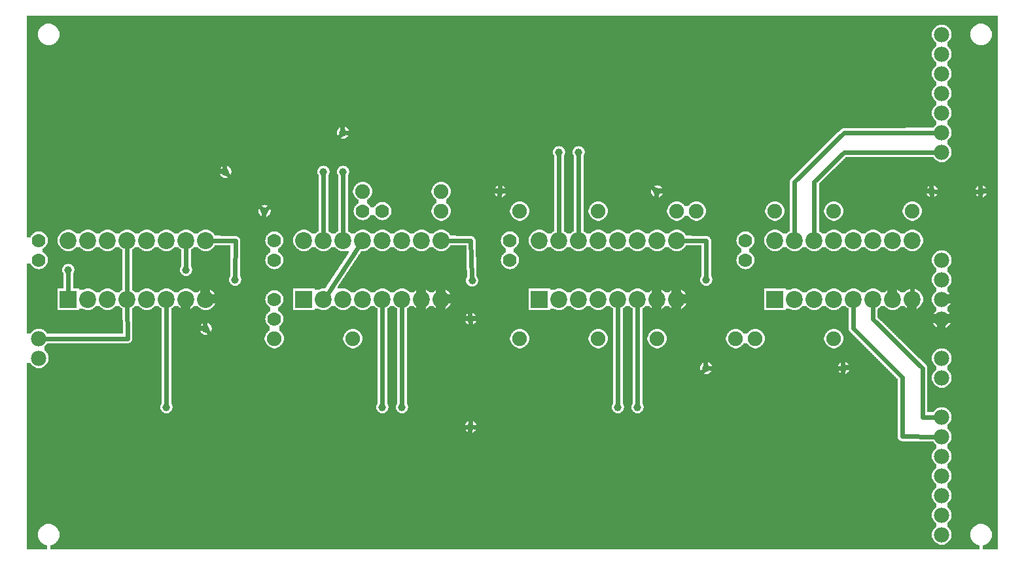
<source format=gtl>
G04 MADE WITH FRITZING*
G04 WWW.FRITZING.ORG*
G04 DOUBLE SIDED*
G04 HOLES PLATED*
G04 CONTOUR ON CENTER OF CONTOUR VECTOR*
%ASAXBY*%
%FSLAX23Y23*%
%MOIN*%
%OFA0B0*%
%SFA1.0B1.0*%
%ADD10C,0.075000*%
%ADD11C,0.070000*%
%ADD12C,0.078000*%
%ADD13C,0.039370*%
%ADD14C,0.086614*%
%ADD15R,0.086614X0.086614*%
%ADD16C,0.024000*%
%LNCOPPER1*%
G90*
G70*
G54D10*
X280Y2665D03*
G54D11*
X1752Y1765D03*
X1852Y1765D03*
X2502Y1615D03*
X2502Y1515D03*
X1302Y1615D03*
X1302Y1515D03*
X3702Y1615D03*
X3702Y1515D03*
G54D10*
X1302Y1115D03*
X1702Y1115D03*
X2952Y1765D03*
X3352Y1765D03*
X2152Y1765D03*
X2552Y1765D03*
X1752Y1865D03*
X2152Y1865D03*
X3452Y1765D03*
X3852Y1765D03*
X4152Y1765D03*
X4552Y1765D03*
X3752Y1115D03*
X4152Y1115D03*
X3252Y1115D03*
X3652Y1115D03*
X2552Y1115D03*
X2952Y1115D03*
G54D11*
X1302Y1315D03*
X1302Y1215D03*
G54D12*
X4702Y1015D03*
X4702Y915D03*
X102Y1115D03*
X102Y1015D03*
X4702Y1515D03*
X4702Y1415D03*
X4702Y1315D03*
X4702Y1215D03*
G54D13*
X1552Y1965D03*
X1652Y1965D03*
X2852Y2065D03*
X2752Y2065D03*
X1252Y1765D03*
X2452Y1865D03*
X3252Y1865D03*
X1102Y1415D03*
X2309Y1411D03*
X3502Y1415D03*
X252Y1465D03*
X852Y1465D03*
G54D14*
X252Y1315D03*
X252Y1615D03*
X352Y1315D03*
X352Y1615D03*
X452Y1315D03*
X452Y1615D03*
X552Y1315D03*
X552Y1615D03*
X652Y1315D03*
X652Y1615D03*
X752Y1315D03*
X752Y1615D03*
X852Y1315D03*
X852Y1615D03*
X952Y1315D03*
X952Y1615D03*
X1452Y1315D03*
X1452Y1615D03*
X1552Y1315D03*
X1552Y1615D03*
X1652Y1315D03*
X1652Y1615D03*
X1752Y1315D03*
X1752Y1615D03*
X1852Y1315D03*
X1852Y1615D03*
X1952Y1315D03*
X1952Y1615D03*
X2052Y1315D03*
X2052Y1615D03*
X2152Y1315D03*
X2152Y1615D03*
X2652Y1315D03*
X2652Y1615D03*
X2752Y1315D03*
X2752Y1615D03*
X2852Y1315D03*
X2852Y1615D03*
X2952Y1315D03*
X2952Y1615D03*
X3052Y1315D03*
X3052Y1615D03*
X3152Y1315D03*
X3152Y1615D03*
X3252Y1315D03*
X3252Y1615D03*
X3352Y1315D03*
X3352Y1615D03*
X3852Y1315D03*
X3852Y1615D03*
X3952Y1315D03*
X3952Y1615D03*
X4052Y1315D03*
X4052Y1615D03*
X4152Y1315D03*
X4152Y1615D03*
X4252Y1315D03*
X4252Y1615D03*
X4352Y1315D03*
X4352Y1615D03*
X4452Y1315D03*
X4452Y1615D03*
X4552Y1315D03*
X4552Y1615D03*
G54D13*
X752Y765D03*
X952Y1165D03*
X2302Y1215D03*
X3502Y965D03*
X3152Y765D03*
X3052Y765D03*
X1952Y765D03*
X1852Y765D03*
X2302Y665D03*
X1652Y2165D03*
X4202Y965D03*
X1052Y1965D03*
X4652Y1865D03*
G54D11*
X102Y1615D03*
X102Y1515D03*
G54D13*
X4902Y1865D03*
G54D12*
X4702Y115D03*
X4702Y215D03*
X4702Y315D03*
X4702Y415D03*
X4702Y515D03*
X4702Y615D03*
X4702Y715D03*
X4702Y2665D03*
X4702Y2565D03*
X4702Y2465D03*
X4702Y2365D03*
X4702Y2265D03*
X4702Y2165D03*
X4702Y2065D03*
G54D15*
X252Y1315D03*
X1452Y1315D03*
X2652Y1315D03*
X3852Y1315D03*
G54D16*
X3152Y663D02*
X3487Y953D01*
D02*
X2321Y665D02*
X3152Y663D01*
D02*
X1400Y666D02*
X965Y1151D01*
D02*
X2283Y665D02*
X1400Y666D01*
D02*
X2302Y1196D02*
X2302Y684D01*
D02*
X2901Y2165D02*
X3237Y1878D01*
D02*
X2452Y2165D02*
X2901Y2165D01*
D02*
X1638Y2152D02*
X1265Y1779D01*
D02*
X2452Y2165D02*
X1671Y2165D01*
D02*
X2452Y1884D02*
X2452Y2165D01*
D02*
X1103Y1614D02*
X977Y1615D01*
D02*
X1102Y1434D02*
X1103Y1614D01*
D02*
X2302Y1614D02*
X2177Y1615D01*
D02*
X2308Y1430D02*
X2302Y1614D01*
D02*
X3502Y1614D02*
X3377Y1615D01*
D02*
X3502Y1434D02*
X3502Y1614D01*
D02*
X752Y784D02*
X752Y1290D01*
D02*
X3952Y1914D02*
X3952Y1640D01*
D02*
X4204Y2164D02*
X3952Y1914D01*
D02*
X4672Y2165D02*
X4204Y2164D01*
D02*
X4204Y2065D02*
X4051Y1914D01*
D02*
X4672Y2065D02*
X4204Y2065D01*
D02*
X4051Y1914D02*
X4052Y1640D01*
D02*
X2852Y2046D02*
X2852Y1640D01*
D02*
X2752Y2046D02*
X2752Y1640D01*
D02*
X1652Y1640D02*
X1652Y1946D01*
D02*
X1552Y1640D02*
X1552Y1946D01*
D02*
X4350Y1214D02*
X4351Y1290D01*
D02*
X4604Y965D02*
X4350Y1214D01*
D02*
X4604Y715D02*
X4604Y965D01*
D02*
X4672Y715D02*
X4604Y715D01*
D02*
X4251Y1167D02*
X4252Y1290D01*
D02*
X4500Y617D02*
X4500Y918D01*
D02*
X4500Y918D02*
X4251Y1167D01*
D02*
X4672Y616D02*
X4500Y617D01*
D02*
X3152Y784D02*
X3152Y1290D01*
D02*
X3052Y784D02*
X3052Y1290D01*
D02*
X1952Y1290D02*
X1952Y784D01*
D02*
X1852Y784D02*
X1852Y1290D01*
D02*
X554Y1115D02*
X132Y1115D01*
D02*
X552Y1290D02*
X554Y1115D01*
D02*
X552Y1340D02*
X552Y1590D01*
D02*
X852Y1484D02*
X852Y1590D01*
D02*
X252Y1340D02*
X252Y1446D01*
D02*
X1566Y1336D02*
X1738Y1595D01*
D02*
X3521Y965D02*
X4183Y965D01*
D02*
X1238Y1779D02*
X1065Y1952D01*
D02*
X4551Y1514D02*
X4653Y1616D01*
D02*
X4552Y1340D02*
X4551Y1514D01*
D02*
X4653Y1616D02*
X4652Y1846D01*
D02*
X4671Y1865D02*
X4883Y1865D01*
G36*
X40Y2762D02*
X40Y2720D01*
X4914Y2720D01*
X4914Y2718D01*
X4920Y2718D01*
X4920Y2716D01*
X4924Y2716D01*
X4924Y2714D01*
X4928Y2714D01*
X4928Y2712D01*
X4932Y2712D01*
X4932Y2710D01*
X4934Y2710D01*
X4934Y2708D01*
X4936Y2708D01*
X4936Y2706D01*
X4940Y2706D01*
X4940Y2704D01*
X4942Y2704D01*
X4942Y2700D01*
X4944Y2700D01*
X4944Y2698D01*
X4946Y2698D01*
X4946Y2696D01*
X4948Y2696D01*
X4948Y2692D01*
X4950Y2692D01*
X4950Y2690D01*
X4952Y2690D01*
X4952Y2686D01*
X4954Y2686D01*
X4954Y2680D01*
X4956Y2680D01*
X4956Y2668D01*
X4958Y2668D01*
X4958Y2664D01*
X4956Y2664D01*
X4956Y2652D01*
X4954Y2652D01*
X4954Y2646D01*
X4952Y2646D01*
X4952Y2642D01*
X4950Y2642D01*
X4950Y2638D01*
X4948Y2638D01*
X4948Y2636D01*
X4946Y2636D01*
X4946Y2632D01*
X4944Y2632D01*
X4944Y2630D01*
X4942Y2630D01*
X4942Y2628D01*
X4940Y2628D01*
X4940Y2626D01*
X4938Y2626D01*
X4938Y2624D01*
X4936Y2624D01*
X4936Y2622D01*
X4934Y2622D01*
X4934Y2620D01*
X4930Y2620D01*
X4930Y2618D01*
X4926Y2618D01*
X4926Y2616D01*
X4924Y2616D01*
X4924Y2614D01*
X4918Y2614D01*
X4918Y2612D01*
X4910Y2612D01*
X4910Y2610D01*
X4986Y2610D01*
X4986Y2762D01*
X40Y2762D01*
G37*
D02*
G36*
X40Y2720D02*
X40Y2610D01*
X144Y2610D01*
X144Y2612D01*
X136Y2612D01*
X136Y2614D01*
X130Y2614D01*
X130Y2616D01*
X128Y2616D01*
X128Y2618D01*
X124Y2618D01*
X124Y2620D01*
X120Y2620D01*
X120Y2622D01*
X118Y2622D01*
X118Y2624D01*
X116Y2624D01*
X116Y2626D01*
X114Y2626D01*
X114Y2628D01*
X112Y2628D01*
X112Y2630D01*
X110Y2630D01*
X110Y2632D01*
X108Y2632D01*
X108Y2634D01*
X106Y2634D01*
X106Y2638D01*
X104Y2638D01*
X104Y2642D01*
X102Y2642D01*
X102Y2644D01*
X100Y2644D01*
X100Y2650D01*
X98Y2650D01*
X98Y2658D01*
X96Y2658D01*
X96Y2672D01*
X98Y2672D01*
X98Y2680D01*
X100Y2680D01*
X100Y2686D01*
X102Y2686D01*
X102Y2690D01*
X104Y2690D01*
X104Y2694D01*
X106Y2694D01*
X106Y2696D01*
X108Y2696D01*
X108Y2698D01*
X110Y2698D01*
X110Y2702D01*
X112Y2702D01*
X112Y2704D01*
X114Y2704D01*
X114Y2706D01*
X116Y2706D01*
X116Y2708D01*
X120Y2708D01*
X120Y2710D01*
X122Y2710D01*
X122Y2712D01*
X126Y2712D01*
X126Y2714D01*
X128Y2714D01*
X128Y2716D01*
X132Y2716D01*
X132Y2718D01*
X138Y2718D01*
X138Y2720D01*
X40Y2720D01*
G37*
D02*
G36*
X164Y2720D02*
X164Y2718D01*
X170Y2718D01*
X170Y2716D01*
X4712Y2716D01*
X4712Y2714D01*
X4718Y2714D01*
X4718Y2712D01*
X4722Y2712D01*
X4722Y2710D01*
X4726Y2710D01*
X4726Y2708D01*
X4728Y2708D01*
X4728Y2706D01*
X4732Y2706D01*
X4732Y2704D01*
X4734Y2704D01*
X4734Y2702D01*
X4736Y2702D01*
X4736Y2700D01*
X4738Y2700D01*
X4738Y2698D01*
X4740Y2698D01*
X4740Y2696D01*
X4742Y2696D01*
X4742Y2692D01*
X4744Y2692D01*
X4744Y2690D01*
X4746Y2690D01*
X4746Y2686D01*
X4748Y2686D01*
X4748Y2682D01*
X4750Y2682D01*
X4750Y2678D01*
X4752Y2678D01*
X4752Y2654D01*
X4750Y2654D01*
X4750Y2648D01*
X4748Y2648D01*
X4748Y2644D01*
X4746Y2644D01*
X4746Y2642D01*
X4744Y2642D01*
X4744Y2638D01*
X4742Y2638D01*
X4742Y2636D01*
X4740Y2636D01*
X4740Y2634D01*
X4738Y2634D01*
X4738Y2630D01*
X4734Y2630D01*
X4734Y2628D01*
X4732Y2628D01*
X4732Y2626D01*
X4730Y2626D01*
X4730Y2610D01*
X4894Y2610D01*
X4894Y2612D01*
X4886Y2612D01*
X4886Y2614D01*
X4880Y2614D01*
X4880Y2616D01*
X4878Y2616D01*
X4878Y2618D01*
X4874Y2618D01*
X4874Y2620D01*
X4870Y2620D01*
X4870Y2622D01*
X4868Y2622D01*
X4868Y2624D01*
X4866Y2624D01*
X4866Y2626D01*
X4864Y2626D01*
X4864Y2628D01*
X4862Y2628D01*
X4862Y2630D01*
X4860Y2630D01*
X4860Y2632D01*
X4858Y2632D01*
X4858Y2634D01*
X4856Y2634D01*
X4856Y2638D01*
X4854Y2638D01*
X4854Y2642D01*
X4852Y2642D01*
X4852Y2644D01*
X4850Y2644D01*
X4850Y2650D01*
X4848Y2650D01*
X4848Y2658D01*
X4846Y2658D01*
X4846Y2672D01*
X4848Y2672D01*
X4848Y2680D01*
X4850Y2680D01*
X4850Y2686D01*
X4852Y2686D01*
X4852Y2690D01*
X4854Y2690D01*
X4854Y2694D01*
X4856Y2694D01*
X4856Y2696D01*
X4858Y2696D01*
X4858Y2698D01*
X4860Y2698D01*
X4860Y2702D01*
X4862Y2702D01*
X4862Y2704D01*
X4864Y2704D01*
X4864Y2706D01*
X4866Y2706D01*
X4866Y2708D01*
X4870Y2708D01*
X4870Y2710D01*
X4872Y2710D01*
X4872Y2712D01*
X4876Y2712D01*
X4876Y2714D01*
X4878Y2714D01*
X4878Y2716D01*
X4882Y2716D01*
X4882Y2718D01*
X4888Y2718D01*
X4888Y2720D01*
X164Y2720D01*
G37*
D02*
G36*
X174Y2716D02*
X174Y2714D01*
X178Y2714D01*
X178Y2712D01*
X182Y2712D01*
X182Y2710D01*
X184Y2710D01*
X184Y2708D01*
X186Y2708D01*
X186Y2706D01*
X190Y2706D01*
X190Y2704D01*
X192Y2704D01*
X192Y2700D01*
X194Y2700D01*
X194Y2698D01*
X196Y2698D01*
X196Y2696D01*
X198Y2696D01*
X198Y2692D01*
X200Y2692D01*
X200Y2690D01*
X202Y2690D01*
X202Y2686D01*
X204Y2686D01*
X204Y2680D01*
X206Y2680D01*
X206Y2668D01*
X208Y2668D01*
X208Y2664D01*
X206Y2664D01*
X206Y2652D01*
X204Y2652D01*
X204Y2646D01*
X202Y2646D01*
X202Y2642D01*
X200Y2642D01*
X200Y2638D01*
X198Y2638D01*
X198Y2636D01*
X196Y2636D01*
X196Y2632D01*
X194Y2632D01*
X194Y2630D01*
X192Y2630D01*
X192Y2628D01*
X190Y2628D01*
X190Y2626D01*
X188Y2626D01*
X188Y2624D01*
X186Y2624D01*
X186Y2622D01*
X184Y2622D01*
X184Y2620D01*
X180Y2620D01*
X180Y2618D01*
X176Y2618D01*
X176Y2616D01*
X174Y2616D01*
X174Y2614D01*
X168Y2614D01*
X168Y2612D01*
X160Y2612D01*
X160Y2610D01*
X4674Y2610D01*
X4674Y2626D01*
X4672Y2626D01*
X4672Y2628D01*
X4668Y2628D01*
X4668Y2630D01*
X4666Y2630D01*
X4666Y2632D01*
X4664Y2632D01*
X4664Y2636D01*
X4662Y2636D01*
X4662Y2638D01*
X4660Y2638D01*
X4660Y2640D01*
X4658Y2640D01*
X4658Y2644D01*
X4656Y2644D01*
X4656Y2648D01*
X4654Y2648D01*
X4654Y2652D01*
X4652Y2652D01*
X4652Y2662D01*
X4650Y2662D01*
X4650Y2668D01*
X4652Y2668D01*
X4652Y2678D01*
X4654Y2678D01*
X4654Y2684D01*
X4656Y2684D01*
X4656Y2688D01*
X4658Y2688D01*
X4658Y2690D01*
X4660Y2690D01*
X4660Y2694D01*
X4662Y2694D01*
X4662Y2696D01*
X4664Y2696D01*
X4664Y2698D01*
X4666Y2698D01*
X4666Y2700D01*
X4668Y2700D01*
X4668Y2702D01*
X4670Y2702D01*
X4670Y2704D01*
X4672Y2704D01*
X4672Y2706D01*
X4674Y2706D01*
X4674Y2708D01*
X4678Y2708D01*
X4678Y2710D01*
X4682Y2710D01*
X4682Y2712D01*
X4686Y2712D01*
X4686Y2714D01*
X4692Y2714D01*
X4692Y2716D01*
X174Y2716D01*
G37*
D02*
G36*
X40Y2610D02*
X40Y2608D01*
X4674Y2608D01*
X4674Y2610D01*
X40Y2610D01*
G37*
D02*
G36*
X40Y2610D02*
X40Y2608D01*
X4674Y2608D01*
X4674Y2610D01*
X40Y2610D01*
G37*
D02*
G36*
X4730Y2610D02*
X4730Y2608D01*
X4986Y2608D01*
X4986Y2610D01*
X4730Y2610D01*
G37*
D02*
G36*
X4730Y2610D02*
X4730Y2608D01*
X4986Y2608D01*
X4986Y2610D01*
X4730Y2610D01*
G37*
D02*
G36*
X40Y2608D02*
X40Y2198D01*
X1654Y2198D01*
X1654Y2196D01*
X1662Y2196D01*
X1662Y2194D01*
X1666Y2194D01*
X1666Y2192D01*
X1668Y2192D01*
X1668Y2190D01*
X1670Y2190D01*
X1670Y2188D01*
X1674Y2188D01*
X1674Y2184D01*
X1676Y2184D01*
X1676Y2182D01*
X1678Y2182D01*
X1678Y2180D01*
X1680Y2180D01*
X1680Y2176D01*
X1682Y2176D01*
X1682Y2170D01*
X1684Y2170D01*
X1684Y2162D01*
X1682Y2162D01*
X1682Y2156D01*
X1680Y2156D01*
X1680Y2152D01*
X1678Y2152D01*
X1678Y2148D01*
X1676Y2148D01*
X1676Y2146D01*
X1674Y2146D01*
X1674Y2144D01*
X1672Y2144D01*
X1672Y2142D01*
X1670Y2142D01*
X1670Y2140D01*
X1668Y2140D01*
X1668Y2138D01*
X1664Y2138D01*
X1664Y2136D01*
X1658Y2136D01*
X1658Y2134D01*
X4140Y2134D01*
X4140Y2136D01*
X4142Y2136D01*
X4142Y2138D01*
X4144Y2138D01*
X4144Y2140D01*
X4146Y2140D01*
X4146Y2142D01*
X4148Y2142D01*
X4148Y2144D01*
X4150Y2144D01*
X4150Y2146D01*
X4152Y2146D01*
X4152Y2148D01*
X4154Y2148D01*
X4154Y2150D01*
X4156Y2150D01*
X4156Y2152D01*
X4158Y2152D01*
X4158Y2154D01*
X4160Y2154D01*
X4160Y2156D01*
X4162Y2156D01*
X4162Y2158D01*
X4164Y2158D01*
X4164Y2160D01*
X4166Y2160D01*
X4166Y2162D01*
X4168Y2162D01*
X4168Y2164D01*
X4170Y2164D01*
X4170Y2166D01*
X4172Y2166D01*
X4172Y2168D01*
X4176Y2168D01*
X4176Y2170D01*
X4178Y2170D01*
X4178Y2172D01*
X4180Y2172D01*
X4180Y2174D01*
X4182Y2174D01*
X4182Y2176D01*
X4184Y2176D01*
X4184Y2178D01*
X4186Y2178D01*
X4186Y2180D01*
X4188Y2180D01*
X4188Y2182D01*
X4190Y2182D01*
X4190Y2184D01*
X4192Y2184D01*
X4192Y2186D01*
X4198Y2186D01*
X4198Y2188D01*
X4516Y2188D01*
X4516Y2190D01*
X4660Y2190D01*
X4660Y2194D01*
X4662Y2194D01*
X4662Y2196D01*
X4664Y2196D01*
X4664Y2198D01*
X4666Y2198D01*
X4666Y2200D01*
X4668Y2200D01*
X4668Y2202D01*
X4670Y2202D01*
X4670Y2204D01*
X4672Y2204D01*
X4672Y2206D01*
X4674Y2206D01*
X4674Y2226D01*
X4672Y2226D01*
X4672Y2228D01*
X4668Y2228D01*
X4668Y2230D01*
X4666Y2230D01*
X4666Y2232D01*
X4664Y2232D01*
X4664Y2236D01*
X4662Y2236D01*
X4662Y2238D01*
X4660Y2238D01*
X4660Y2240D01*
X4658Y2240D01*
X4658Y2244D01*
X4656Y2244D01*
X4656Y2248D01*
X4654Y2248D01*
X4654Y2252D01*
X4652Y2252D01*
X4652Y2262D01*
X4650Y2262D01*
X4650Y2268D01*
X4652Y2268D01*
X4652Y2278D01*
X4654Y2278D01*
X4654Y2284D01*
X4656Y2284D01*
X4656Y2288D01*
X4658Y2288D01*
X4658Y2290D01*
X4660Y2290D01*
X4660Y2294D01*
X4662Y2294D01*
X4662Y2296D01*
X4664Y2296D01*
X4664Y2298D01*
X4666Y2298D01*
X4666Y2300D01*
X4668Y2300D01*
X4668Y2302D01*
X4670Y2302D01*
X4670Y2304D01*
X4672Y2304D01*
X4672Y2306D01*
X4674Y2306D01*
X4674Y2326D01*
X4672Y2326D01*
X4672Y2328D01*
X4668Y2328D01*
X4668Y2330D01*
X4666Y2330D01*
X4666Y2332D01*
X4664Y2332D01*
X4664Y2336D01*
X4662Y2336D01*
X4662Y2338D01*
X4660Y2338D01*
X4660Y2340D01*
X4658Y2340D01*
X4658Y2344D01*
X4656Y2344D01*
X4656Y2348D01*
X4654Y2348D01*
X4654Y2352D01*
X4652Y2352D01*
X4652Y2362D01*
X4650Y2362D01*
X4650Y2368D01*
X4652Y2368D01*
X4652Y2378D01*
X4654Y2378D01*
X4654Y2384D01*
X4656Y2384D01*
X4656Y2388D01*
X4658Y2388D01*
X4658Y2390D01*
X4660Y2390D01*
X4660Y2394D01*
X4662Y2394D01*
X4662Y2396D01*
X4664Y2396D01*
X4664Y2398D01*
X4666Y2398D01*
X4666Y2400D01*
X4668Y2400D01*
X4668Y2402D01*
X4670Y2402D01*
X4670Y2404D01*
X4672Y2404D01*
X4672Y2406D01*
X4674Y2406D01*
X4674Y2426D01*
X4672Y2426D01*
X4672Y2428D01*
X4668Y2428D01*
X4668Y2430D01*
X4666Y2430D01*
X4666Y2432D01*
X4664Y2432D01*
X4664Y2436D01*
X4662Y2436D01*
X4662Y2438D01*
X4660Y2438D01*
X4660Y2440D01*
X4658Y2440D01*
X4658Y2444D01*
X4656Y2444D01*
X4656Y2448D01*
X4654Y2448D01*
X4654Y2452D01*
X4652Y2452D01*
X4652Y2462D01*
X4650Y2462D01*
X4650Y2468D01*
X4652Y2468D01*
X4652Y2478D01*
X4654Y2478D01*
X4654Y2484D01*
X4656Y2484D01*
X4656Y2488D01*
X4658Y2488D01*
X4658Y2490D01*
X4660Y2490D01*
X4660Y2494D01*
X4662Y2494D01*
X4662Y2496D01*
X4664Y2496D01*
X4664Y2498D01*
X4666Y2498D01*
X4666Y2500D01*
X4668Y2500D01*
X4668Y2502D01*
X4670Y2502D01*
X4670Y2504D01*
X4672Y2504D01*
X4672Y2506D01*
X4674Y2506D01*
X4674Y2526D01*
X4672Y2526D01*
X4672Y2528D01*
X4668Y2528D01*
X4668Y2530D01*
X4666Y2530D01*
X4666Y2532D01*
X4664Y2532D01*
X4664Y2536D01*
X4662Y2536D01*
X4662Y2538D01*
X4660Y2538D01*
X4660Y2540D01*
X4658Y2540D01*
X4658Y2544D01*
X4656Y2544D01*
X4656Y2548D01*
X4654Y2548D01*
X4654Y2552D01*
X4652Y2552D01*
X4652Y2562D01*
X4650Y2562D01*
X4650Y2568D01*
X4652Y2568D01*
X4652Y2578D01*
X4654Y2578D01*
X4654Y2584D01*
X4656Y2584D01*
X4656Y2588D01*
X4658Y2588D01*
X4658Y2590D01*
X4660Y2590D01*
X4660Y2594D01*
X4662Y2594D01*
X4662Y2596D01*
X4664Y2596D01*
X4664Y2598D01*
X4666Y2598D01*
X4666Y2600D01*
X4668Y2600D01*
X4668Y2602D01*
X4670Y2602D01*
X4670Y2604D01*
X4672Y2604D01*
X4672Y2606D01*
X4674Y2606D01*
X4674Y2608D01*
X40Y2608D01*
G37*
D02*
G36*
X4730Y2608D02*
X4730Y2606D01*
X4732Y2606D01*
X4732Y2604D01*
X4734Y2604D01*
X4734Y2602D01*
X4736Y2602D01*
X4736Y2600D01*
X4738Y2600D01*
X4738Y2598D01*
X4740Y2598D01*
X4740Y2596D01*
X4742Y2596D01*
X4742Y2592D01*
X4744Y2592D01*
X4744Y2590D01*
X4746Y2590D01*
X4746Y2586D01*
X4748Y2586D01*
X4748Y2582D01*
X4750Y2582D01*
X4750Y2578D01*
X4752Y2578D01*
X4752Y2554D01*
X4750Y2554D01*
X4750Y2548D01*
X4748Y2548D01*
X4748Y2544D01*
X4746Y2544D01*
X4746Y2542D01*
X4744Y2542D01*
X4744Y2538D01*
X4742Y2538D01*
X4742Y2536D01*
X4740Y2536D01*
X4740Y2534D01*
X4738Y2534D01*
X4738Y2530D01*
X4734Y2530D01*
X4734Y2528D01*
X4732Y2528D01*
X4732Y2526D01*
X4730Y2526D01*
X4730Y2506D01*
X4732Y2506D01*
X4732Y2504D01*
X4734Y2504D01*
X4734Y2502D01*
X4736Y2502D01*
X4736Y2500D01*
X4738Y2500D01*
X4738Y2498D01*
X4740Y2498D01*
X4740Y2496D01*
X4742Y2496D01*
X4742Y2492D01*
X4744Y2492D01*
X4744Y2490D01*
X4746Y2490D01*
X4746Y2486D01*
X4748Y2486D01*
X4748Y2482D01*
X4750Y2482D01*
X4750Y2478D01*
X4752Y2478D01*
X4752Y2454D01*
X4750Y2454D01*
X4750Y2448D01*
X4748Y2448D01*
X4748Y2444D01*
X4746Y2444D01*
X4746Y2442D01*
X4744Y2442D01*
X4744Y2438D01*
X4742Y2438D01*
X4742Y2436D01*
X4740Y2436D01*
X4740Y2434D01*
X4738Y2434D01*
X4738Y2430D01*
X4734Y2430D01*
X4734Y2428D01*
X4732Y2428D01*
X4732Y2426D01*
X4730Y2426D01*
X4730Y2406D01*
X4732Y2406D01*
X4732Y2404D01*
X4734Y2404D01*
X4734Y2402D01*
X4736Y2402D01*
X4736Y2400D01*
X4738Y2400D01*
X4738Y2398D01*
X4740Y2398D01*
X4740Y2396D01*
X4742Y2396D01*
X4742Y2392D01*
X4744Y2392D01*
X4744Y2390D01*
X4746Y2390D01*
X4746Y2386D01*
X4748Y2386D01*
X4748Y2382D01*
X4750Y2382D01*
X4750Y2378D01*
X4752Y2378D01*
X4752Y2354D01*
X4750Y2354D01*
X4750Y2348D01*
X4748Y2348D01*
X4748Y2344D01*
X4746Y2344D01*
X4746Y2342D01*
X4744Y2342D01*
X4744Y2338D01*
X4742Y2338D01*
X4742Y2336D01*
X4740Y2336D01*
X4740Y2334D01*
X4738Y2334D01*
X4738Y2330D01*
X4734Y2330D01*
X4734Y2328D01*
X4732Y2328D01*
X4732Y2326D01*
X4730Y2326D01*
X4730Y2306D01*
X4732Y2306D01*
X4732Y2304D01*
X4734Y2304D01*
X4734Y2302D01*
X4736Y2302D01*
X4736Y2300D01*
X4738Y2300D01*
X4738Y2298D01*
X4740Y2298D01*
X4740Y2296D01*
X4742Y2296D01*
X4742Y2292D01*
X4744Y2292D01*
X4744Y2290D01*
X4746Y2290D01*
X4746Y2286D01*
X4748Y2286D01*
X4748Y2282D01*
X4750Y2282D01*
X4750Y2278D01*
X4752Y2278D01*
X4752Y2254D01*
X4750Y2254D01*
X4750Y2248D01*
X4748Y2248D01*
X4748Y2244D01*
X4746Y2244D01*
X4746Y2242D01*
X4744Y2242D01*
X4744Y2238D01*
X4742Y2238D01*
X4742Y2236D01*
X4740Y2236D01*
X4740Y2234D01*
X4738Y2234D01*
X4738Y2230D01*
X4734Y2230D01*
X4734Y2228D01*
X4732Y2228D01*
X4732Y2226D01*
X4730Y2226D01*
X4730Y2206D01*
X4732Y2206D01*
X4732Y2204D01*
X4734Y2204D01*
X4734Y2202D01*
X4736Y2202D01*
X4736Y2200D01*
X4738Y2200D01*
X4738Y2198D01*
X4740Y2198D01*
X4740Y2196D01*
X4742Y2196D01*
X4742Y2192D01*
X4744Y2192D01*
X4744Y2190D01*
X4746Y2190D01*
X4746Y2186D01*
X4748Y2186D01*
X4748Y2182D01*
X4750Y2182D01*
X4750Y2178D01*
X4752Y2178D01*
X4752Y2154D01*
X4750Y2154D01*
X4750Y2148D01*
X4748Y2148D01*
X4748Y2144D01*
X4746Y2144D01*
X4746Y2142D01*
X4744Y2142D01*
X4744Y2138D01*
X4742Y2138D01*
X4742Y2136D01*
X4740Y2136D01*
X4740Y2134D01*
X4738Y2134D01*
X4738Y2130D01*
X4734Y2130D01*
X4734Y2128D01*
X4732Y2128D01*
X4732Y2126D01*
X4730Y2126D01*
X4730Y2106D01*
X4732Y2106D01*
X4732Y2104D01*
X4734Y2104D01*
X4734Y2102D01*
X4736Y2102D01*
X4736Y2100D01*
X4738Y2100D01*
X4738Y2098D01*
X4740Y2098D01*
X4740Y2096D01*
X4742Y2096D01*
X4742Y2092D01*
X4744Y2092D01*
X4744Y2090D01*
X4746Y2090D01*
X4746Y2086D01*
X4748Y2086D01*
X4748Y2082D01*
X4750Y2082D01*
X4750Y2078D01*
X4752Y2078D01*
X4752Y2054D01*
X4750Y2054D01*
X4750Y2048D01*
X4748Y2048D01*
X4748Y2044D01*
X4746Y2044D01*
X4746Y2042D01*
X4744Y2042D01*
X4744Y2038D01*
X4742Y2038D01*
X4742Y2036D01*
X4740Y2036D01*
X4740Y2034D01*
X4738Y2034D01*
X4738Y2030D01*
X4734Y2030D01*
X4734Y2028D01*
X4732Y2028D01*
X4732Y2026D01*
X4730Y2026D01*
X4730Y2024D01*
X4728Y2024D01*
X4728Y2022D01*
X4724Y2022D01*
X4724Y2020D01*
X4720Y2020D01*
X4720Y2018D01*
X4716Y2018D01*
X4716Y2016D01*
X4708Y2016D01*
X4708Y2014D01*
X4986Y2014D01*
X4986Y2608D01*
X4730Y2608D01*
G37*
D02*
G36*
X40Y2198D02*
X40Y2134D01*
X1644Y2134D01*
X1644Y2136D01*
X1640Y2136D01*
X1640Y2138D01*
X1636Y2138D01*
X1636Y2140D01*
X1634Y2140D01*
X1634Y2142D01*
X1632Y2142D01*
X1632Y2144D01*
X1630Y2144D01*
X1630Y2146D01*
X1628Y2146D01*
X1628Y2148D01*
X1626Y2148D01*
X1626Y2150D01*
X1624Y2150D01*
X1624Y2154D01*
X1622Y2154D01*
X1622Y2160D01*
X1620Y2160D01*
X1620Y2172D01*
X1622Y2172D01*
X1622Y2176D01*
X1624Y2176D01*
X1624Y2180D01*
X1626Y2180D01*
X1626Y2184D01*
X1628Y2184D01*
X1628Y2186D01*
X1630Y2186D01*
X1630Y2188D01*
X1632Y2188D01*
X1632Y2190D01*
X1636Y2190D01*
X1636Y2192D01*
X1638Y2192D01*
X1638Y2194D01*
X1642Y2194D01*
X1642Y2196D01*
X1650Y2196D01*
X1650Y2198D01*
X40Y2198D01*
G37*
D02*
G36*
X40Y2134D02*
X40Y2132D01*
X4138Y2132D01*
X4138Y2134D01*
X40Y2134D01*
G37*
D02*
G36*
X40Y2134D02*
X40Y2132D01*
X4138Y2132D01*
X4138Y2134D01*
X40Y2134D01*
G37*
D02*
G36*
X40Y2132D02*
X40Y2098D01*
X2854Y2098D01*
X2854Y2096D01*
X2862Y2096D01*
X2862Y2094D01*
X2866Y2094D01*
X2866Y2092D01*
X2868Y2092D01*
X2868Y2090D01*
X2870Y2090D01*
X2870Y2088D01*
X2874Y2088D01*
X2874Y2084D01*
X2876Y2084D01*
X2876Y2082D01*
X2878Y2082D01*
X2878Y2080D01*
X2880Y2080D01*
X2880Y2076D01*
X2882Y2076D01*
X2882Y2070D01*
X2884Y2070D01*
X2884Y2062D01*
X2882Y2062D01*
X2882Y2056D01*
X2880Y2056D01*
X2880Y2052D01*
X2878Y2052D01*
X2878Y2048D01*
X2876Y2048D01*
X2876Y1898D01*
X3254Y1898D01*
X3254Y1896D01*
X3262Y1896D01*
X3262Y1894D01*
X3266Y1894D01*
X3266Y1892D01*
X3268Y1892D01*
X3268Y1890D01*
X3270Y1890D01*
X3270Y1888D01*
X3274Y1888D01*
X3274Y1884D01*
X3276Y1884D01*
X3276Y1882D01*
X3278Y1882D01*
X3278Y1880D01*
X3280Y1880D01*
X3280Y1876D01*
X3282Y1876D01*
X3282Y1870D01*
X3284Y1870D01*
X3284Y1862D01*
X3282Y1862D01*
X3282Y1856D01*
X3280Y1856D01*
X3280Y1852D01*
X3278Y1852D01*
X3278Y1848D01*
X3276Y1848D01*
X3276Y1846D01*
X3274Y1846D01*
X3274Y1844D01*
X3272Y1844D01*
X3272Y1842D01*
X3270Y1842D01*
X3270Y1840D01*
X3268Y1840D01*
X3268Y1838D01*
X3264Y1838D01*
X3264Y1836D01*
X3258Y1836D01*
X3258Y1834D01*
X3928Y1834D01*
X3928Y1920D01*
X3930Y1920D01*
X3930Y1926D01*
X3932Y1926D01*
X3932Y1928D01*
X3934Y1928D01*
X3934Y1930D01*
X3936Y1930D01*
X3936Y1932D01*
X3938Y1932D01*
X3938Y1934D01*
X3940Y1934D01*
X3940Y1936D01*
X3942Y1936D01*
X3942Y1938D01*
X3944Y1938D01*
X3944Y1940D01*
X3946Y1940D01*
X3946Y1942D01*
X3948Y1942D01*
X3948Y1944D01*
X3950Y1944D01*
X3950Y1946D01*
X3952Y1946D01*
X3952Y1948D01*
X3954Y1948D01*
X3954Y1950D01*
X3956Y1950D01*
X3956Y1952D01*
X3958Y1952D01*
X3958Y1954D01*
X3960Y1954D01*
X3960Y1956D01*
X3962Y1956D01*
X3962Y1958D01*
X3964Y1958D01*
X3964Y1960D01*
X3966Y1960D01*
X3966Y1962D01*
X3968Y1962D01*
X3968Y1964D01*
X3970Y1964D01*
X3970Y1966D01*
X3972Y1966D01*
X3972Y1968D01*
X3974Y1968D01*
X3974Y1970D01*
X3976Y1970D01*
X3976Y1972D01*
X3978Y1972D01*
X3978Y1974D01*
X3980Y1974D01*
X3980Y1976D01*
X3982Y1976D01*
X3982Y1978D01*
X3984Y1978D01*
X3984Y1980D01*
X3986Y1980D01*
X3986Y1982D01*
X3988Y1982D01*
X3988Y1984D01*
X3990Y1984D01*
X3990Y1986D01*
X3992Y1986D01*
X3992Y1988D01*
X3994Y1988D01*
X3994Y1990D01*
X3996Y1990D01*
X3996Y1992D01*
X3998Y1992D01*
X3998Y1994D01*
X4000Y1994D01*
X4000Y1996D01*
X4002Y1996D01*
X4002Y1998D01*
X4004Y1998D01*
X4004Y2000D01*
X4006Y2000D01*
X4006Y2002D01*
X4008Y2002D01*
X4008Y2004D01*
X4010Y2004D01*
X4010Y2006D01*
X4012Y2006D01*
X4012Y2008D01*
X4014Y2008D01*
X4014Y2010D01*
X4016Y2010D01*
X4016Y2012D01*
X4018Y2012D01*
X4018Y2014D01*
X4020Y2014D01*
X4020Y2016D01*
X4022Y2016D01*
X4022Y2018D01*
X4024Y2018D01*
X4024Y2020D01*
X4026Y2020D01*
X4026Y2022D01*
X4028Y2022D01*
X4028Y2024D01*
X4030Y2024D01*
X4030Y2026D01*
X4032Y2026D01*
X4032Y2028D01*
X4034Y2028D01*
X4034Y2030D01*
X4036Y2030D01*
X4036Y2032D01*
X4038Y2032D01*
X4038Y2034D01*
X4040Y2034D01*
X4040Y2036D01*
X4042Y2036D01*
X4042Y2038D01*
X4044Y2038D01*
X4044Y2040D01*
X4046Y2040D01*
X4046Y2042D01*
X4048Y2042D01*
X4048Y2044D01*
X4050Y2044D01*
X4050Y2046D01*
X4052Y2046D01*
X4052Y2048D01*
X4054Y2048D01*
X4054Y2050D01*
X4056Y2050D01*
X4056Y2052D01*
X4058Y2052D01*
X4058Y2054D01*
X4060Y2054D01*
X4060Y2056D01*
X4062Y2056D01*
X4062Y2058D01*
X4064Y2058D01*
X4064Y2060D01*
X4066Y2060D01*
X4066Y2062D01*
X4068Y2062D01*
X4068Y2064D01*
X4070Y2064D01*
X4070Y2066D01*
X4072Y2066D01*
X4072Y2068D01*
X4074Y2068D01*
X4074Y2070D01*
X4076Y2070D01*
X4076Y2072D01*
X4078Y2072D01*
X4078Y2074D01*
X4080Y2074D01*
X4080Y2076D01*
X4082Y2076D01*
X4082Y2078D01*
X4084Y2078D01*
X4084Y2080D01*
X4086Y2080D01*
X4086Y2082D01*
X4088Y2082D01*
X4088Y2084D01*
X4090Y2084D01*
X4090Y2086D01*
X4092Y2086D01*
X4092Y2088D01*
X4094Y2088D01*
X4094Y2090D01*
X4096Y2090D01*
X4096Y2092D01*
X4098Y2092D01*
X4098Y2094D01*
X4100Y2094D01*
X4100Y2096D01*
X4102Y2096D01*
X4102Y2098D01*
X4104Y2098D01*
X4104Y2100D01*
X4106Y2100D01*
X4106Y2102D01*
X4108Y2102D01*
X4108Y2104D01*
X4110Y2104D01*
X4110Y2106D01*
X4112Y2106D01*
X4112Y2108D01*
X4114Y2108D01*
X4114Y2110D01*
X4116Y2110D01*
X4116Y2112D01*
X4118Y2112D01*
X4118Y2114D01*
X4120Y2114D01*
X4120Y2116D01*
X4122Y2116D01*
X4122Y2118D01*
X4124Y2118D01*
X4124Y2120D01*
X4126Y2120D01*
X4126Y2122D01*
X4128Y2122D01*
X4128Y2124D01*
X4130Y2124D01*
X4130Y2126D01*
X4132Y2126D01*
X4132Y2128D01*
X4134Y2128D01*
X4134Y2130D01*
X4136Y2130D01*
X4136Y2132D01*
X40Y2132D01*
G37*
D02*
G36*
X40Y2098D02*
X40Y1998D01*
X1654Y1998D01*
X1654Y1996D01*
X1662Y1996D01*
X1662Y1994D01*
X1666Y1994D01*
X1666Y1992D01*
X1668Y1992D01*
X1668Y1990D01*
X1670Y1990D01*
X1670Y1988D01*
X1674Y1988D01*
X1674Y1984D01*
X1676Y1984D01*
X1676Y1982D01*
X1678Y1982D01*
X1678Y1980D01*
X1680Y1980D01*
X1680Y1976D01*
X1682Y1976D01*
X1682Y1970D01*
X1684Y1970D01*
X1684Y1962D01*
X1682Y1962D01*
X1682Y1956D01*
X1680Y1956D01*
X1680Y1952D01*
X1678Y1952D01*
X1678Y1948D01*
X1676Y1948D01*
X1676Y1914D01*
X2164Y1914D01*
X2164Y1912D01*
X2168Y1912D01*
X2168Y1910D01*
X2172Y1910D01*
X2172Y1908D01*
X2176Y1908D01*
X2176Y1906D01*
X2180Y1906D01*
X2180Y1904D01*
X2182Y1904D01*
X2182Y1902D01*
X2184Y1902D01*
X2184Y1900D01*
X2186Y1900D01*
X2186Y1898D01*
X2454Y1898D01*
X2454Y1896D01*
X2462Y1896D01*
X2462Y1894D01*
X2466Y1894D01*
X2466Y1892D01*
X2468Y1892D01*
X2468Y1890D01*
X2470Y1890D01*
X2470Y1888D01*
X2474Y1888D01*
X2474Y1884D01*
X2476Y1884D01*
X2476Y1882D01*
X2478Y1882D01*
X2478Y1880D01*
X2480Y1880D01*
X2480Y1876D01*
X2482Y1876D01*
X2482Y1870D01*
X2484Y1870D01*
X2484Y1862D01*
X2482Y1862D01*
X2482Y1856D01*
X2480Y1856D01*
X2480Y1852D01*
X2478Y1852D01*
X2478Y1848D01*
X2476Y1848D01*
X2476Y1846D01*
X2474Y1846D01*
X2474Y1844D01*
X2472Y1844D01*
X2472Y1842D01*
X2470Y1842D01*
X2470Y1840D01*
X2468Y1840D01*
X2468Y1838D01*
X2464Y1838D01*
X2464Y1836D01*
X2458Y1836D01*
X2458Y1834D01*
X2728Y1834D01*
X2728Y2048D01*
X2726Y2048D01*
X2726Y2050D01*
X2724Y2050D01*
X2724Y2054D01*
X2722Y2054D01*
X2722Y2060D01*
X2720Y2060D01*
X2720Y2072D01*
X2722Y2072D01*
X2722Y2076D01*
X2724Y2076D01*
X2724Y2080D01*
X2726Y2080D01*
X2726Y2084D01*
X2728Y2084D01*
X2728Y2086D01*
X2730Y2086D01*
X2730Y2088D01*
X2732Y2088D01*
X2732Y2090D01*
X2736Y2090D01*
X2736Y2092D01*
X2738Y2092D01*
X2738Y2094D01*
X2742Y2094D01*
X2742Y2096D01*
X2750Y2096D01*
X2750Y2098D01*
X40Y2098D01*
G37*
D02*
G36*
X2754Y2098D02*
X2754Y2096D01*
X2762Y2096D01*
X2762Y2094D01*
X2766Y2094D01*
X2766Y2092D01*
X2768Y2092D01*
X2768Y2090D01*
X2770Y2090D01*
X2770Y2088D01*
X2774Y2088D01*
X2774Y2084D01*
X2776Y2084D01*
X2776Y2082D01*
X2778Y2082D01*
X2778Y2080D01*
X2780Y2080D01*
X2780Y2076D01*
X2782Y2076D01*
X2782Y2070D01*
X2784Y2070D01*
X2784Y2062D01*
X2782Y2062D01*
X2782Y2056D01*
X2780Y2056D01*
X2780Y2052D01*
X2778Y2052D01*
X2778Y2048D01*
X2776Y2048D01*
X2776Y1662D01*
X2780Y1662D01*
X2780Y1660D01*
X2782Y1660D01*
X2782Y1658D01*
X2786Y1658D01*
X2786Y1656D01*
X2788Y1656D01*
X2788Y1654D01*
X2790Y1654D01*
X2790Y1652D01*
X2792Y1652D01*
X2792Y1650D01*
X2812Y1650D01*
X2812Y1652D01*
X2814Y1652D01*
X2814Y1654D01*
X2816Y1654D01*
X2816Y1656D01*
X2818Y1656D01*
X2818Y1658D01*
X2820Y1658D01*
X2820Y1660D01*
X2824Y1660D01*
X2824Y1662D01*
X2826Y1662D01*
X2826Y1664D01*
X2828Y1664D01*
X2828Y2048D01*
X2826Y2048D01*
X2826Y2050D01*
X2824Y2050D01*
X2824Y2054D01*
X2822Y2054D01*
X2822Y2060D01*
X2820Y2060D01*
X2820Y2072D01*
X2822Y2072D01*
X2822Y2076D01*
X2824Y2076D01*
X2824Y2080D01*
X2826Y2080D01*
X2826Y2084D01*
X2828Y2084D01*
X2828Y2086D01*
X2830Y2086D01*
X2830Y2088D01*
X2832Y2088D01*
X2832Y2090D01*
X2836Y2090D01*
X2836Y2092D01*
X2838Y2092D01*
X2838Y2094D01*
X2842Y2094D01*
X2842Y2096D01*
X2850Y2096D01*
X2850Y2098D01*
X2754Y2098D01*
G37*
D02*
G36*
X4214Y2042D02*
X4214Y2040D01*
X4212Y2040D01*
X4212Y2038D01*
X4210Y2038D01*
X4210Y2036D01*
X4208Y2036D01*
X4208Y2034D01*
X4206Y2034D01*
X4206Y2032D01*
X4204Y2032D01*
X4204Y2030D01*
X4202Y2030D01*
X4202Y2028D01*
X4200Y2028D01*
X4200Y2026D01*
X4198Y2026D01*
X4198Y2024D01*
X4196Y2024D01*
X4196Y2022D01*
X4194Y2022D01*
X4194Y2020D01*
X4192Y2020D01*
X4192Y2018D01*
X4190Y2018D01*
X4190Y2016D01*
X4188Y2016D01*
X4188Y2014D01*
X4696Y2014D01*
X4696Y2016D01*
X4688Y2016D01*
X4688Y2018D01*
X4684Y2018D01*
X4684Y2020D01*
X4680Y2020D01*
X4680Y2022D01*
X4676Y2022D01*
X4676Y2024D01*
X4674Y2024D01*
X4674Y2026D01*
X4672Y2026D01*
X4672Y2028D01*
X4668Y2028D01*
X4668Y2030D01*
X4666Y2030D01*
X4666Y2032D01*
X4664Y2032D01*
X4664Y2036D01*
X4662Y2036D01*
X4662Y2038D01*
X4660Y2038D01*
X4660Y2040D01*
X4658Y2040D01*
X4658Y2042D01*
X4214Y2042D01*
G37*
D02*
G36*
X4186Y2014D02*
X4186Y2012D01*
X4986Y2012D01*
X4986Y2014D01*
X4186Y2014D01*
G37*
D02*
G36*
X4186Y2014D02*
X4186Y2012D01*
X4986Y2012D01*
X4986Y2014D01*
X4186Y2014D01*
G37*
D02*
G36*
X4184Y2012D02*
X4184Y2010D01*
X4182Y2010D01*
X4182Y2008D01*
X4180Y2008D01*
X4180Y2006D01*
X4178Y2006D01*
X4178Y2004D01*
X4176Y2004D01*
X4176Y2002D01*
X4174Y2002D01*
X4174Y2000D01*
X4172Y2000D01*
X4172Y1998D01*
X4170Y1998D01*
X4170Y1996D01*
X4168Y1996D01*
X4168Y1994D01*
X4166Y1994D01*
X4166Y1992D01*
X4164Y1992D01*
X4164Y1990D01*
X4162Y1990D01*
X4162Y1988D01*
X4160Y1988D01*
X4160Y1986D01*
X4158Y1986D01*
X4158Y1984D01*
X4156Y1984D01*
X4156Y1982D01*
X4154Y1982D01*
X4154Y1980D01*
X4152Y1980D01*
X4152Y1978D01*
X4148Y1978D01*
X4148Y1976D01*
X4146Y1976D01*
X4146Y1974D01*
X4144Y1974D01*
X4144Y1972D01*
X4142Y1972D01*
X4142Y1970D01*
X4140Y1970D01*
X4140Y1968D01*
X4138Y1968D01*
X4138Y1966D01*
X4136Y1966D01*
X4136Y1964D01*
X4134Y1964D01*
X4134Y1962D01*
X4132Y1962D01*
X4132Y1960D01*
X4130Y1960D01*
X4130Y1958D01*
X4128Y1958D01*
X4128Y1956D01*
X4126Y1956D01*
X4126Y1954D01*
X4124Y1954D01*
X4124Y1952D01*
X4122Y1952D01*
X4122Y1950D01*
X4120Y1950D01*
X4120Y1948D01*
X4118Y1948D01*
X4118Y1946D01*
X4116Y1946D01*
X4116Y1944D01*
X4114Y1944D01*
X4114Y1942D01*
X4112Y1942D01*
X4112Y1940D01*
X4110Y1940D01*
X4110Y1938D01*
X4108Y1938D01*
X4108Y1936D01*
X4106Y1936D01*
X4106Y1934D01*
X4104Y1934D01*
X4104Y1932D01*
X4102Y1932D01*
X4102Y1930D01*
X4100Y1930D01*
X4100Y1928D01*
X4098Y1928D01*
X4098Y1926D01*
X4096Y1926D01*
X4096Y1924D01*
X4094Y1924D01*
X4094Y1922D01*
X4092Y1922D01*
X4092Y1920D01*
X4090Y1920D01*
X4090Y1918D01*
X4088Y1918D01*
X4088Y1916D01*
X4086Y1916D01*
X4086Y1914D01*
X4084Y1914D01*
X4084Y1912D01*
X4082Y1912D01*
X4082Y1910D01*
X4080Y1910D01*
X4080Y1908D01*
X4078Y1908D01*
X4078Y1906D01*
X4076Y1906D01*
X4076Y1898D01*
X4904Y1898D01*
X4904Y1896D01*
X4912Y1896D01*
X4912Y1894D01*
X4916Y1894D01*
X4916Y1892D01*
X4918Y1892D01*
X4918Y1890D01*
X4920Y1890D01*
X4920Y1888D01*
X4924Y1888D01*
X4924Y1884D01*
X4926Y1884D01*
X4926Y1882D01*
X4928Y1882D01*
X4928Y1880D01*
X4930Y1880D01*
X4930Y1876D01*
X4932Y1876D01*
X4932Y1870D01*
X4934Y1870D01*
X4934Y1862D01*
X4932Y1862D01*
X4932Y1856D01*
X4930Y1856D01*
X4930Y1852D01*
X4928Y1852D01*
X4928Y1848D01*
X4926Y1848D01*
X4926Y1846D01*
X4924Y1846D01*
X4924Y1844D01*
X4922Y1844D01*
X4922Y1842D01*
X4920Y1842D01*
X4920Y1840D01*
X4918Y1840D01*
X4918Y1838D01*
X4914Y1838D01*
X4914Y1836D01*
X4908Y1836D01*
X4908Y1834D01*
X4986Y1834D01*
X4986Y2012D01*
X4184Y2012D01*
G37*
D02*
G36*
X40Y1998D02*
X40Y1934D01*
X1044Y1934D01*
X1044Y1936D01*
X1040Y1936D01*
X1040Y1938D01*
X1036Y1938D01*
X1036Y1940D01*
X1034Y1940D01*
X1034Y1942D01*
X1032Y1942D01*
X1032Y1944D01*
X1030Y1944D01*
X1030Y1946D01*
X1028Y1946D01*
X1028Y1948D01*
X1026Y1948D01*
X1026Y1950D01*
X1024Y1950D01*
X1024Y1954D01*
X1022Y1954D01*
X1022Y1960D01*
X1020Y1960D01*
X1020Y1972D01*
X1022Y1972D01*
X1022Y1976D01*
X1024Y1976D01*
X1024Y1980D01*
X1026Y1980D01*
X1026Y1984D01*
X1028Y1984D01*
X1028Y1986D01*
X1030Y1986D01*
X1030Y1988D01*
X1032Y1988D01*
X1032Y1990D01*
X1036Y1990D01*
X1036Y1992D01*
X1038Y1992D01*
X1038Y1994D01*
X1042Y1994D01*
X1042Y1996D01*
X1050Y1996D01*
X1050Y1998D01*
X40Y1998D01*
G37*
D02*
G36*
X1054Y1998D02*
X1054Y1996D01*
X1062Y1996D01*
X1062Y1994D01*
X1066Y1994D01*
X1066Y1992D01*
X1068Y1992D01*
X1068Y1990D01*
X1070Y1990D01*
X1070Y1988D01*
X1074Y1988D01*
X1074Y1984D01*
X1076Y1984D01*
X1076Y1982D01*
X1078Y1982D01*
X1078Y1980D01*
X1080Y1980D01*
X1080Y1976D01*
X1082Y1976D01*
X1082Y1970D01*
X1084Y1970D01*
X1084Y1962D01*
X1082Y1962D01*
X1082Y1956D01*
X1080Y1956D01*
X1080Y1952D01*
X1078Y1952D01*
X1078Y1948D01*
X1076Y1948D01*
X1076Y1946D01*
X1074Y1946D01*
X1074Y1944D01*
X1072Y1944D01*
X1072Y1942D01*
X1070Y1942D01*
X1070Y1940D01*
X1068Y1940D01*
X1068Y1938D01*
X1064Y1938D01*
X1064Y1936D01*
X1058Y1936D01*
X1058Y1934D01*
X1528Y1934D01*
X1528Y1948D01*
X1526Y1948D01*
X1526Y1950D01*
X1524Y1950D01*
X1524Y1954D01*
X1522Y1954D01*
X1522Y1960D01*
X1520Y1960D01*
X1520Y1972D01*
X1522Y1972D01*
X1522Y1976D01*
X1524Y1976D01*
X1524Y1980D01*
X1526Y1980D01*
X1526Y1984D01*
X1528Y1984D01*
X1528Y1986D01*
X1530Y1986D01*
X1530Y1988D01*
X1532Y1988D01*
X1532Y1990D01*
X1536Y1990D01*
X1536Y1992D01*
X1538Y1992D01*
X1538Y1994D01*
X1542Y1994D01*
X1542Y1996D01*
X1550Y1996D01*
X1550Y1998D01*
X1054Y1998D01*
G37*
D02*
G36*
X1554Y1998D02*
X1554Y1996D01*
X1562Y1996D01*
X1562Y1994D01*
X1566Y1994D01*
X1566Y1992D01*
X1568Y1992D01*
X1568Y1990D01*
X1570Y1990D01*
X1570Y1988D01*
X1574Y1988D01*
X1574Y1984D01*
X1576Y1984D01*
X1576Y1982D01*
X1578Y1982D01*
X1578Y1980D01*
X1580Y1980D01*
X1580Y1976D01*
X1582Y1976D01*
X1582Y1970D01*
X1584Y1970D01*
X1584Y1962D01*
X1582Y1962D01*
X1582Y1956D01*
X1580Y1956D01*
X1580Y1952D01*
X1578Y1952D01*
X1578Y1948D01*
X1576Y1948D01*
X1576Y1662D01*
X1580Y1662D01*
X1580Y1660D01*
X1582Y1660D01*
X1582Y1658D01*
X1586Y1658D01*
X1586Y1656D01*
X1588Y1656D01*
X1588Y1654D01*
X1590Y1654D01*
X1590Y1652D01*
X1592Y1652D01*
X1592Y1650D01*
X1612Y1650D01*
X1612Y1652D01*
X1614Y1652D01*
X1614Y1654D01*
X1616Y1654D01*
X1616Y1656D01*
X1618Y1656D01*
X1618Y1658D01*
X1620Y1658D01*
X1620Y1660D01*
X1624Y1660D01*
X1624Y1662D01*
X1626Y1662D01*
X1626Y1664D01*
X1628Y1664D01*
X1628Y1948D01*
X1626Y1948D01*
X1626Y1950D01*
X1624Y1950D01*
X1624Y1954D01*
X1622Y1954D01*
X1622Y1960D01*
X1620Y1960D01*
X1620Y1972D01*
X1622Y1972D01*
X1622Y1976D01*
X1624Y1976D01*
X1624Y1980D01*
X1626Y1980D01*
X1626Y1984D01*
X1628Y1984D01*
X1628Y1986D01*
X1630Y1986D01*
X1630Y1988D01*
X1632Y1988D01*
X1632Y1990D01*
X1636Y1990D01*
X1636Y1992D01*
X1638Y1992D01*
X1638Y1994D01*
X1642Y1994D01*
X1642Y1996D01*
X1650Y1996D01*
X1650Y1998D01*
X1554Y1998D01*
G37*
D02*
G36*
X40Y1934D02*
X40Y1932D01*
X1528Y1932D01*
X1528Y1934D01*
X40Y1934D01*
G37*
D02*
G36*
X40Y1934D02*
X40Y1932D01*
X1528Y1932D01*
X1528Y1934D01*
X40Y1934D01*
G37*
D02*
G36*
X40Y1932D02*
X40Y1798D01*
X1254Y1798D01*
X1254Y1796D01*
X1262Y1796D01*
X1262Y1794D01*
X1266Y1794D01*
X1266Y1792D01*
X1268Y1792D01*
X1268Y1790D01*
X1270Y1790D01*
X1270Y1788D01*
X1274Y1788D01*
X1274Y1784D01*
X1276Y1784D01*
X1276Y1782D01*
X1278Y1782D01*
X1278Y1780D01*
X1280Y1780D01*
X1280Y1776D01*
X1282Y1776D01*
X1282Y1770D01*
X1284Y1770D01*
X1284Y1762D01*
X1282Y1762D01*
X1282Y1756D01*
X1280Y1756D01*
X1280Y1752D01*
X1278Y1752D01*
X1278Y1748D01*
X1276Y1748D01*
X1276Y1746D01*
X1274Y1746D01*
X1274Y1744D01*
X1272Y1744D01*
X1272Y1742D01*
X1270Y1742D01*
X1270Y1740D01*
X1268Y1740D01*
X1268Y1738D01*
X1264Y1738D01*
X1264Y1736D01*
X1258Y1736D01*
X1258Y1734D01*
X1528Y1734D01*
X1528Y1932D01*
X40Y1932D01*
G37*
D02*
G36*
X1676Y1914D02*
X1676Y1718D01*
X1746Y1718D01*
X1746Y1720D01*
X1740Y1720D01*
X1740Y1722D01*
X1734Y1722D01*
X1734Y1724D01*
X1730Y1724D01*
X1730Y1726D01*
X1728Y1726D01*
X1728Y1728D01*
X1724Y1728D01*
X1724Y1730D01*
X1722Y1730D01*
X1722Y1732D01*
X1720Y1732D01*
X1720Y1734D01*
X1718Y1734D01*
X1718Y1736D01*
X1716Y1736D01*
X1716Y1738D01*
X1714Y1738D01*
X1714Y1742D01*
X1712Y1742D01*
X1712Y1744D01*
X1710Y1744D01*
X1710Y1748D01*
X1708Y1748D01*
X1708Y1754D01*
X1706Y1754D01*
X1706Y1762D01*
X1704Y1762D01*
X1704Y1768D01*
X1706Y1768D01*
X1706Y1778D01*
X1708Y1778D01*
X1708Y1782D01*
X1710Y1782D01*
X1710Y1786D01*
X1712Y1786D01*
X1712Y1790D01*
X1714Y1790D01*
X1714Y1792D01*
X1716Y1792D01*
X1716Y1794D01*
X1718Y1794D01*
X1718Y1796D01*
X1720Y1796D01*
X1720Y1798D01*
X1722Y1798D01*
X1722Y1800D01*
X1724Y1800D01*
X1724Y1802D01*
X1726Y1802D01*
X1726Y1804D01*
X1730Y1804D01*
X1730Y1824D01*
X1726Y1824D01*
X1726Y1826D01*
X1724Y1826D01*
X1724Y1828D01*
X1722Y1828D01*
X1722Y1830D01*
X1718Y1830D01*
X1718Y1832D01*
X1716Y1832D01*
X1716Y1836D01*
X1714Y1836D01*
X1714Y1838D01*
X1712Y1838D01*
X1712Y1840D01*
X1710Y1840D01*
X1710Y1844D01*
X1708Y1844D01*
X1708Y1846D01*
X1706Y1846D01*
X1706Y1852D01*
X1704Y1852D01*
X1704Y1858D01*
X1702Y1858D01*
X1702Y1872D01*
X1704Y1872D01*
X1704Y1878D01*
X1706Y1878D01*
X1706Y1884D01*
X1708Y1884D01*
X1708Y1888D01*
X1710Y1888D01*
X1710Y1890D01*
X1712Y1890D01*
X1712Y1894D01*
X1714Y1894D01*
X1714Y1896D01*
X1716Y1896D01*
X1716Y1898D01*
X1718Y1898D01*
X1718Y1900D01*
X1720Y1900D01*
X1720Y1902D01*
X1722Y1902D01*
X1722Y1904D01*
X1724Y1904D01*
X1724Y1906D01*
X1728Y1906D01*
X1728Y1908D01*
X1732Y1908D01*
X1732Y1910D01*
X1734Y1910D01*
X1734Y1912D01*
X1740Y1912D01*
X1740Y1914D01*
X1676Y1914D01*
G37*
D02*
G36*
X1764Y1914D02*
X1764Y1912D01*
X1768Y1912D01*
X1768Y1910D01*
X1772Y1910D01*
X1772Y1908D01*
X1776Y1908D01*
X1776Y1906D01*
X1780Y1906D01*
X1780Y1904D01*
X1782Y1904D01*
X1782Y1902D01*
X1784Y1902D01*
X1784Y1900D01*
X1786Y1900D01*
X1786Y1898D01*
X1788Y1898D01*
X1788Y1896D01*
X1790Y1896D01*
X1790Y1894D01*
X1792Y1894D01*
X1792Y1890D01*
X1794Y1890D01*
X1794Y1886D01*
X1796Y1886D01*
X1796Y1884D01*
X1798Y1884D01*
X1798Y1878D01*
X1800Y1878D01*
X1800Y1870D01*
X1802Y1870D01*
X1802Y1860D01*
X1800Y1860D01*
X1800Y1854D01*
X1798Y1854D01*
X1798Y1848D01*
X1796Y1848D01*
X1796Y1844D01*
X1794Y1844D01*
X1794Y1840D01*
X1792Y1840D01*
X1792Y1838D01*
X1790Y1838D01*
X1790Y1836D01*
X1788Y1836D01*
X1788Y1834D01*
X1786Y1834D01*
X1786Y1832D01*
X1784Y1832D01*
X1784Y1830D01*
X1782Y1830D01*
X1782Y1828D01*
X1780Y1828D01*
X1780Y1826D01*
X1778Y1826D01*
X1778Y1824D01*
X1774Y1824D01*
X1774Y1812D01*
X1862Y1812D01*
X1862Y1810D01*
X1868Y1810D01*
X1868Y1808D01*
X1872Y1808D01*
X1872Y1806D01*
X1874Y1806D01*
X1874Y1804D01*
X1878Y1804D01*
X1878Y1802D01*
X1880Y1802D01*
X1880Y1800D01*
X1882Y1800D01*
X1882Y1798D01*
X1884Y1798D01*
X1884Y1796D01*
X1886Y1796D01*
X1886Y1794D01*
X1888Y1794D01*
X1888Y1792D01*
X1890Y1792D01*
X1890Y1790D01*
X1892Y1790D01*
X1892Y1786D01*
X1894Y1786D01*
X1894Y1782D01*
X1896Y1782D01*
X1896Y1776D01*
X1898Y1776D01*
X1898Y1754D01*
X1896Y1754D01*
X1896Y1748D01*
X1894Y1748D01*
X1894Y1746D01*
X1892Y1746D01*
X1892Y1742D01*
X1890Y1742D01*
X1890Y1740D01*
X1888Y1740D01*
X1888Y1736D01*
X1886Y1736D01*
X1886Y1734D01*
X1884Y1734D01*
X1884Y1732D01*
X1882Y1732D01*
X1882Y1730D01*
X1878Y1730D01*
X1878Y1728D01*
X1876Y1728D01*
X1876Y1726D01*
X1874Y1726D01*
X1874Y1724D01*
X1870Y1724D01*
X1870Y1722D01*
X1864Y1722D01*
X1864Y1720D01*
X1858Y1720D01*
X1858Y1718D01*
X2138Y1718D01*
X2138Y1720D01*
X2132Y1720D01*
X2132Y1722D01*
X2130Y1722D01*
X2130Y1724D01*
X2126Y1724D01*
X2126Y1726D01*
X2124Y1726D01*
X2124Y1728D01*
X2122Y1728D01*
X2122Y1730D01*
X2118Y1730D01*
X2118Y1732D01*
X2116Y1732D01*
X2116Y1736D01*
X2114Y1736D01*
X2114Y1738D01*
X2112Y1738D01*
X2112Y1740D01*
X2110Y1740D01*
X2110Y1744D01*
X2108Y1744D01*
X2108Y1746D01*
X2106Y1746D01*
X2106Y1752D01*
X2104Y1752D01*
X2104Y1758D01*
X2102Y1758D01*
X2102Y1772D01*
X2104Y1772D01*
X2104Y1778D01*
X2106Y1778D01*
X2106Y1784D01*
X2108Y1784D01*
X2108Y1788D01*
X2110Y1788D01*
X2110Y1790D01*
X2112Y1790D01*
X2112Y1794D01*
X2114Y1794D01*
X2114Y1796D01*
X2116Y1796D01*
X2116Y1798D01*
X2118Y1798D01*
X2118Y1800D01*
X2120Y1800D01*
X2120Y1802D01*
X2122Y1802D01*
X2122Y1804D01*
X2124Y1804D01*
X2124Y1806D01*
X2126Y1806D01*
X2126Y1826D01*
X2124Y1826D01*
X2124Y1828D01*
X2122Y1828D01*
X2122Y1830D01*
X2118Y1830D01*
X2118Y1832D01*
X2116Y1832D01*
X2116Y1836D01*
X2114Y1836D01*
X2114Y1838D01*
X2112Y1838D01*
X2112Y1840D01*
X2110Y1840D01*
X2110Y1844D01*
X2108Y1844D01*
X2108Y1846D01*
X2106Y1846D01*
X2106Y1852D01*
X2104Y1852D01*
X2104Y1858D01*
X2102Y1858D01*
X2102Y1872D01*
X2104Y1872D01*
X2104Y1878D01*
X2106Y1878D01*
X2106Y1884D01*
X2108Y1884D01*
X2108Y1888D01*
X2110Y1888D01*
X2110Y1890D01*
X2112Y1890D01*
X2112Y1894D01*
X2114Y1894D01*
X2114Y1896D01*
X2116Y1896D01*
X2116Y1898D01*
X2118Y1898D01*
X2118Y1900D01*
X2120Y1900D01*
X2120Y1902D01*
X2122Y1902D01*
X2122Y1904D01*
X2124Y1904D01*
X2124Y1906D01*
X2128Y1906D01*
X2128Y1908D01*
X2132Y1908D01*
X2132Y1910D01*
X2134Y1910D01*
X2134Y1912D01*
X2140Y1912D01*
X2140Y1914D01*
X1764Y1914D01*
G37*
D02*
G36*
X2188Y1898D02*
X2188Y1896D01*
X2190Y1896D01*
X2190Y1894D01*
X2192Y1894D01*
X2192Y1890D01*
X2194Y1890D01*
X2194Y1886D01*
X2196Y1886D01*
X2196Y1884D01*
X2198Y1884D01*
X2198Y1878D01*
X2200Y1878D01*
X2200Y1870D01*
X2202Y1870D01*
X2202Y1860D01*
X2200Y1860D01*
X2200Y1854D01*
X2198Y1854D01*
X2198Y1848D01*
X2196Y1848D01*
X2196Y1844D01*
X2194Y1844D01*
X2194Y1840D01*
X2192Y1840D01*
X2192Y1838D01*
X2190Y1838D01*
X2190Y1836D01*
X2188Y1836D01*
X2188Y1834D01*
X2444Y1834D01*
X2444Y1836D01*
X2440Y1836D01*
X2440Y1838D01*
X2436Y1838D01*
X2436Y1840D01*
X2434Y1840D01*
X2434Y1842D01*
X2432Y1842D01*
X2432Y1844D01*
X2430Y1844D01*
X2430Y1846D01*
X2428Y1846D01*
X2428Y1848D01*
X2426Y1848D01*
X2426Y1850D01*
X2424Y1850D01*
X2424Y1854D01*
X2422Y1854D01*
X2422Y1860D01*
X2420Y1860D01*
X2420Y1872D01*
X2422Y1872D01*
X2422Y1876D01*
X2424Y1876D01*
X2424Y1880D01*
X2426Y1880D01*
X2426Y1884D01*
X2428Y1884D01*
X2428Y1886D01*
X2430Y1886D01*
X2430Y1888D01*
X2432Y1888D01*
X2432Y1890D01*
X2436Y1890D01*
X2436Y1892D01*
X2438Y1892D01*
X2438Y1894D01*
X2442Y1894D01*
X2442Y1896D01*
X2450Y1896D01*
X2450Y1898D01*
X2188Y1898D01*
G37*
D02*
G36*
X2876Y1898D02*
X2876Y1834D01*
X3244Y1834D01*
X3244Y1836D01*
X3240Y1836D01*
X3240Y1838D01*
X3236Y1838D01*
X3236Y1840D01*
X3234Y1840D01*
X3234Y1842D01*
X3232Y1842D01*
X3232Y1844D01*
X3230Y1844D01*
X3230Y1846D01*
X3228Y1846D01*
X3228Y1848D01*
X3226Y1848D01*
X3226Y1850D01*
X3224Y1850D01*
X3224Y1854D01*
X3222Y1854D01*
X3222Y1860D01*
X3220Y1860D01*
X3220Y1872D01*
X3222Y1872D01*
X3222Y1876D01*
X3224Y1876D01*
X3224Y1880D01*
X3226Y1880D01*
X3226Y1884D01*
X3228Y1884D01*
X3228Y1886D01*
X3230Y1886D01*
X3230Y1888D01*
X3232Y1888D01*
X3232Y1890D01*
X3236Y1890D01*
X3236Y1892D01*
X3238Y1892D01*
X3238Y1894D01*
X3242Y1894D01*
X3242Y1896D01*
X3250Y1896D01*
X3250Y1898D01*
X2876Y1898D01*
G37*
D02*
G36*
X4076Y1898D02*
X4076Y1834D01*
X4644Y1834D01*
X4644Y1836D01*
X4640Y1836D01*
X4640Y1838D01*
X4636Y1838D01*
X4636Y1840D01*
X4634Y1840D01*
X4634Y1842D01*
X4632Y1842D01*
X4632Y1844D01*
X4630Y1844D01*
X4630Y1846D01*
X4628Y1846D01*
X4628Y1848D01*
X4626Y1848D01*
X4626Y1850D01*
X4624Y1850D01*
X4624Y1854D01*
X4622Y1854D01*
X4622Y1860D01*
X4620Y1860D01*
X4620Y1872D01*
X4622Y1872D01*
X4622Y1876D01*
X4624Y1876D01*
X4624Y1880D01*
X4626Y1880D01*
X4626Y1884D01*
X4628Y1884D01*
X4628Y1886D01*
X4630Y1886D01*
X4630Y1888D01*
X4632Y1888D01*
X4632Y1890D01*
X4636Y1890D01*
X4636Y1892D01*
X4638Y1892D01*
X4638Y1894D01*
X4642Y1894D01*
X4642Y1896D01*
X4650Y1896D01*
X4650Y1898D01*
X4076Y1898D01*
G37*
D02*
G36*
X4654Y1898D02*
X4654Y1896D01*
X4662Y1896D01*
X4662Y1894D01*
X4666Y1894D01*
X4666Y1892D01*
X4668Y1892D01*
X4668Y1890D01*
X4670Y1890D01*
X4670Y1888D01*
X4674Y1888D01*
X4674Y1884D01*
X4676Y1884D01*
X4676Y1882D01*
X4678Y1882D01*
X4678Y1880D01*
X4680Y1880D01*
X4680Y1876D01*
X4682Y1876D01*
X4682Y1870D01*
X4684Y1870D01*
X4684Y1862D01*
X4682Y1862D01*
X4682Y1856D01*
X4680Y1856D01*
X4680Y1852D01*
X4678Y1852D01*
X4678Y1848D01*
X4676Y1848D01*
X4676Y1846D01*
X4674Y1846D01*
X4674Y1844D01*
X4672Y1844D01*
X4672Y1842D01*
X4670Y1842D01*
X4670Y1840D01*
X4668Y1840D01*
X4668Y1838D01*
X4664Y1838D01*
X4664Y1836D01*
X4658Y1836D01*
X4658Y1834D01*
X4894Y1834D01*
X4894Y1836D01*
X4890Y1836D01*
X4890Y1838D01*
X4886Y1838D01*
X4886Y1840D01*
X4884Y1840D01*
X4884Y1842D01*
X4882Y1842D01*
X4882Y1844D01*
X4880Y1844D01*
X4880Y1846D01*
X4878Y1846D01*
X4878Y1848D01*
X4876Y1848D01*
X4876Y1850D01*
X4874Y1850D01*
X4874Y1854D01*
X4872Y1854D01*
X4872Y1860D01*
X4870Y1860D01*
X4870Y1872D01*
X4872Y1872D01*
X4872Y1876D01*
X4874Y1876D01*
X4874Y1880D01*
X4876Y1880D01*
X4876Y1884D01*
X4878Y1884D01*
X4878Y1886D01*
X4880Y1886D01*
X4880Y1888D01*
X4882Y1888D01*
X4882Y1890D01*
X4886Y1890D01*
X4886Y1892D01*
X4888Y1892D01*
X4888Y1894D01*
X4892Y1894D01*
X4892Y1896D01*
X4900Y1896D01*
X4900Y1898D01*
X4654Y1898D01*
G37*
D02*
G36*
X2186Y1834D02*
X2186Y1832D01*
X2728Y1832D01*
X2728Y1834D01*
X2186Y1834D01*
G37*
D02*
G36*
X2186Y1834D02*
X2186Y1832D01*
X2728Y1832D01*
X2728Y1834D01*
X2186Y1834D01*
G37*
D02*
G36*
X2876Y1834D02*
X2876Y1832D01*
X3928Y1832D01*
X3928Y1834D01*
X2876Y1834D01*
G37*
D02*
G36*
X2876Y1834D02*
X2876Y1832D01*
X3928Y1832D01*
X3928Y1834D01*
X2876Y1834D01*
G37*
D02*
G36*
X4076Y1834D02*
X4076Y1832D01*
X4986Y1832D01*
X4986Y1834D01*
X4076Y1834D01*
G37*
D02*
G36*
X4076Y1834D02*
X4076Y1832D01*
X4986Y1832D01*
X4986Y1834D01*
X4076Y1834D01*
G37*
D02*
G36*
X4076Y1834D02*
X4076Y1832D01*
X4986Y1832D01*
X4986Y1834D01*
X4076Y1834D01*
G37*
D02*
G36*
X2184Y1832D02*
X2184Y1830D01*
X2182Y1830D01*
X2182Y1828D01*
X2180Y1828D01*
X2180Y1826D01*
X2178Y1826D01*
X2178Y1814D01*
X2564Y1814D01*
X2564Y1812D01*
X2568Y1812D01*
X2568Y1810D01*
X2572Y1810D01*
X2572Y1808D01*
X2576Y1808D01*
X2576Y1806D01*
X2580Y1806D01*
X2580Y1804D01*
X2582Y1804D01*
X2582Y1802D01*
X2584Y1802D01*
X2584Y1800D01*
X2586Y1800D01*
X2586Y1798D01*
X2588Y1798D01*
X2588Y1796D01*
X2590Y1796D01*
X2590Y1794D01*
X2592Y1794D01*
X2592Y1790D01*
X2594Y1790D01*
X2594Y1786D01*
X2596Y1786D01*
X2596Y1784D01*
X2598Y1784D01*
X2598Y1778D01*
X2600Y1778D01*
X2600Y1770D01*
X2602Y1770D01*
X2602Y1760D01*
X2600Y1760D01*
X2600Y1754D01*
X2598Y1754D01*
X2598Y1748D01*
X2596Y1748D01*
X2596Y1744D01*
X2594Y1744D01*
X2594Y1740D01*
X2592Y1740D01*
X2592Y1738D01*
X2590Y1738D01*
X2590Y1736D01*
X2588Y1736D01*
X2588Y1734D01*
X2586Y1734D01*
X2586Y1732D01*
X2584Y1732D01*
X2584Y1730D01*
X2582Y1730D01*
X2582Y1728D01*
X2580Y1728D01*
X2580Y1726D01*
X2578Y1726D01*
X2578Y1724D01*
X2574Y1724D01*
X2574Y1722D01*
X2570Y1722D01*
X2570Y1720D01*
X2566Y1720D01*
X2566Y1718D01*
X2560Y1718D01*
X2560Y1716D01*
X2728Y1716D01*
X2728Y1832D01*
X2184Y1832D01*
G37*
D02*
G36*
X2876Y1832D02*
X2876Y1814D01*
X3864Y1814D01*
X3864Y1812D01*
X3868Y1812D01*
X3868Y1810D01*
X3872Y1810D01*
X3872Y1808D01*
X3876Y1808D01*
X3876Y1806D01*
X3880Y1806D01*
X3880Y1804D01*
X3882Y1804D01*
X3882Y1802D01*
X3884Y1802D01*
X3884Y1800D01*
X3886Y1800D01*
X3886Y1798D01*
X3888Y1798D01*
X3888Y1796D01*
X3890Y1796D01*
X3890Y1794D01*
X3892Y1794D01*
X3892Y1790D01*
X3894Y1790D01*
X3894Y1786D01*
X3896Y1786D01*
X3896Y1784D01*
X3898Y1784D01*
X3898Y1778D01*
X3900Y1778D01*
X3900Y1770D01*
X3902Y1770D01*
X3902Y1760D01*
X3900Y1760D01*
X3900Y1754D01*
X3898Y1754D01*
X3898Y1748D01*
X3896Y1748D01*
X3896Y1744D01*
X3894Y1744D01*
X3894Y1740D01*
X3892Y1740D01*
X3892Y1738D01*
X3890Y1738D01*
X3890Y1736D01*
X3888Y1736D01*
X3888Y1734D01*
X3886Y1734D01*
X3886Y1732D01*
X3884Y1732D01*
X3884Y1730D01*
X3882Y1730D01*
X3882Y1728D01*
X3880Y1728D01*
X3880Y1726D01*
X3878Y1726D01*
X3878Y1724D01*
X3874Y1724D01*
X3874Y1722D01*
X3870Y1722D01*
X3870Y1720D01*
X3866Y1720D01*
X3866Y1718D01*
X3860Y1718D01*
X3860Y1716D01*
X3928Y1716D01*
X3928Y1832D01*
X2876Y1832D01*
G37*
D02*
G36*
X4076Y1832D02*
X4076Y1814D01*
X4564Y1814D01*
X4564Y1812D01*
X4568Y1812D01*
X4568Y1810D01*
X4572Y1810D01*
X4572Y1808D01*
X4576Y1808D01*
X4576Y1806D01*
X4580Y1806D01*
X4580Y1804D01*
X4582Y1804D01*
X4582Y1802D01*
X4584Y1802D01*
X4584Y1800D01*
X4586Y1800D01*
X4586Y1798D01*
X4588Y1798D01*
X4588Y1796D01*
X4590Y1796D01*
X4590Y1794D01*
X4592Y1794D01*
X4592Y1790D01*
X4594Y1790D01*
X4594Y1786D01*
X4596Y1786D01*
X4596Y1784D01*
X4598Y1784D01*
X4598Y1778D01*
X4600Y1778D01*
X4600Y1770D01*
X4602Y1770D01*
X4602Y1760D01*
X4600Y1760D01*
X4600Y1754D01*
X4598Y1754D01*
X4598Y1748D01*
X4596Y1748D01*
X4596Y1744D01*
X4594Y1744D01*
X4594Y1740D01*
X4592Y1740D01*
X4592Y1738D01*
X4590Y1738D01*
X4590Y1736D01*
X4588Y1736D01*
X4588Y1734D01*
X4586Y1734D01*
X4586Y1732D01*
X4584Y1732D01*
X4584Y1730D01*
X4582Y1730D01*
X4582Y1728D01*
X4580Y1728D01*
X4580Y1726D01*
X4578Y1726D01*
X4578Y1724D01*
X4574Y1724D01*
X4574Y1722D01*
X4570Y1722D01*
X4570Y1720D01*
X4566Y1720D01*
X4566Y1718D01*
X4560Y1718D01*
X4560Y1716D01*
X4986Y1716D01*
X4986Y1832D01*
X4076Y1832D01*
G37*
D02*
G36*
X2178Y1814D02*
X2178Y1806D01*
X2180Y1806D01*
X2180Y1804D01*
X2182Y1804D01*
X2182Y1802D01*
X2184Y1802D01*
X2184Y1800D01*
X2186Y1800D01*
X2186Y1798D01*
X2188Y1798D01*
X2188Y1796D01*
X2190Y1796D01*
X2190Y1794D01*
X2192Y1794D01*
X2192Y1790D01*
X2194Y1790D01*
X2194Y1786D01*
X2196Y1786D01*
X2196Y1784D01*
X2198Y1784D01*
X2198Y1778D01*
X2200Y1778D01*
X2200Y1770D01*
X2202Y1770D01*
X2202Y1760D01*
X2200Y1760D01*
X2200Y1754D01*
X2198Y1754D01*
X2198Y1748D01*
X2196Y1748D01*
X2196Y1744D01*
X2194Y1744D01*
X2194Y1740D01*
X2192Y1740D01*
X2192Y1738D01*
X2190Y1738D01*
X2190Y1736D01*
X2188Y1736D01*
X2188Y1734D01*
X2186Y1734D01*
X2186Y1732D01*
X2184Y1732D01*
X2184Y1730D01*
X2182Y1730D01*
X2182Y1728D01*
X2180Y1728D01*
X2180Y1726D01*
X2178Y1726D01*
X2178Y1724D01*
X2174Y1724D01*
X2174Y1722D01*
X2170Y1722D01*
X2170Y1720D01*
X2166Y1720D01*
X2166Y1718D01*
X2160Y1718D01*
X2160Y1716D01*
X2544Y1716D01*
X2544Y1718D01*
X2538Y1718D01*
X2538Y1720D01*
X2532Y1720D01*
X2532Y1722D01*
X2530Y1722D01*
X2530Y1724D01*
X2526Y1724D01*
X2526Y1726D01*
X2524Y1726D01*
X2524Y1728D01*
X2522Y1728D01*
X2522Y1730D01*
X2518Y1730D01*
X2518Y1732D01*
X2516Y1732D01*
X2516Y1736D01*
X2514Y1736D01*
X2514Y1738D01*
X2512Y1738D01*
X2512Y1740D01*
X2510Y1740D01*
X2510Y1744D01*
X2508Y1744D01*
X2508Y1746D01*
X2506Y1746D01*
X2506Y1752D01*
X2504Y1752D01*
X2504Y1758D01*
X2502Y1758D01*
X2502Y1772D01*
X2504Y1772D01*
X2504Y1778D01*
X2506Y1778D01*
X2506Y1784D01*
X2508Y1784D01*
X2508Y1788D01*
X2510Y1788D01*
X2510Y1790D01*
X2512Y1790D01*
X2512Y1794D01*
X2514Y1794D01*
X2514Y1796D01*
X2516Y1796D01*
X2516Y1798D01*
X2518Y1798D01*
X2518Y1800D01*
X2520Y1800D01*
X2520Y1802D01*
X2522Y1802D01*
X2522Y1804D01*
X2524Y1804D01*
X2524Y1806D01*
X2528Y1806D01*
X2528Y1808D01*
X2532Y1808D01*
X2532Y1810D01*
X2534Y1810D01*
X2534Y1812D01*
X2540Y1812D01*
X2540Y1814D01*
X2178Y1814D01*
G37*
D02*
G36*
X2876Y1814D02*
X2876Y1716D01*
X2944Y1716D01*
X2944Y1718D01*
X2938Y1718D01*
X2938Y1720D01*
X2932Y1720D01*
X2932Y1722D01*
X2930Y1722D01*
X2930Y1724D01*
X2926Y1724D01*
X2926Y1726D01*
X2924Y1726D01*
X2924Y1728D01*
X2922Y1728D01*
X2922Y1730D01*
X2918Y1730D01*
X2918Y1732D01*
X2916Y1732D01*
X2916Y1736D01*
X2914Y1736D01*
X2914Y1738D01*
X2912Y1738D01*
X2912Y1740D01*
X2910Y1740D01*
X2910Y1744D01*
X2908Y1744D01*
X2908Y1746D01*
X2906Y1746D01*
X2906Y1752D01*
X2904Y1752D01*
X2904Y1758D01*
X2902Y1758D01*
X2902Y1772D01*
X2904Y1772D01*
X2904Y1778D01*
X2906Y1778D01*
X2906Y1784D01*
X2908Y1784D01*
X2908Y1788D01*
X2910Y1788D01*
X2910Y1790D01*
X2912Y1790D01*
X2912Y1794D01*
X2914Y1794D01*
X2914Y1796D01*
X2916Y1796D01*
X2916Y1798D01*
X2918Y1798D01*
X2918Y1800D01*
X2920Y1800D01*
X2920Y1802D01*
X2922Y1802D01*
X2922Y1804D01*
X2924Y1804D01*
X2924Y1806D01*
X2928Y1806D01*
X2928Y1808D01*
X2932Y1808D01*
X2932Y1810D01*
X2934Y1810D01*
X2934Y1812D01*
X2940Y1812D01*
X2940Y1814D01*
X2876Y1814D01*
G37*
D02*
G36*
X2964Y1814D02*
X2964Y1812D01*
X2968Y1812D01*
X2968Y1810D01*
X2972Y1810D01*
X2972Y1808D01*
X2976Y1808D01*
X2976Y1806D01*
X2980Y1806D01*
X2980Y1804D01*
X2982Y1804D01*
X2982Y1802D01*
X2984Y1802D01*
X2984Y1800D01*
X2986Y1800D01*
X2986Y1798D01*
X2988Y1798D01*
X2988Y1796D01*
X2990Y1796D01*
X2990Y1794D01*
X2992Y1794D01*
X2992Y1790D01*
X2994Y1790D01*
X2994Y1786D01*
X2996Y1786D01*
X2996Y1784D01*
X2998Y1784D01*
X2998Y1778D01*
X3000Y1778D01*
X3000Y1770D01*
X3002Y1770D01*
X3002Y1760D01*
X3000Y1760D01*
X3000Y1754D01*
X2998Y1754D01*
X2998Y1748D01*
X2996Y1748D01*
X2996Y1744D01*
X2994Y1744D01*
X2994Y1740D01*
X2992Y1740D01*
X2992Y1738D01*
X2990Y1738D01*
X2990Y1736D01*
X2988Y1736D01*
X2988Y1734D01*
X2986Y1734D01*
X2986Y1732D01*
X2984Y1732D01*
X2984Y1730D01*
X2982Y1730D01*
X2982Y1728D01*
X2980Y1728D01*
X2980Y1726D01*
X2978Y1726D01*
X2978Y1724D01*
X2974Y1724D01*
X2974Y1722D01*
X2970Y1722D01*
X2970Y1720D01*
X2966Y1720D01*
X2966Y1718D01*
X2960Y1718D01*
X2960Y1716D01*
X3344Y1716D01*
X3344Y1718D01*
X3338Y1718D01*
X3338Y1720D01*
X3332Y1720D01*
X3332Y1722D01*
X3330Y1722D01*
X3330Y1724D01*
X3326Y1724D01*
X3326Y1726D01*
X3324Y1726D01*
X3324Y1728D01*
X3322Y1728D01*
X3322Y1730D01*
X3318Y1730D01*
X3318Y1732D01*
X3316Y1732D01*
X3316Y1736D01*
X3314Y1736D01*
X3314Y1738D01*
X3312Y1738D01*
X3312Y1740D01*
X3310Y1740D01*
X3310Y1744D01*
X3308Y1744D01*
X3308Y1746D01*
X3306Y1746D01*
X3306Y1752D01*
X3304Y1752D01*
X3304Y1758D01*
X3302Y1758D01*
X3302Y1772D01*
X3304Y1772D01*
X3304Y1778D01*
X3306Y1778D01*
X3306Y1784D01*
X3308Y1784D01*
X3308Y1788D01*
X3310Y1788D01*
X3310Y1790D01*
X3312Y1790D01*
X3312Y1794D01*
X3314Y1794D01*
X3314Y1796D01*
X3316Y1796D01*
X3316Y1798D01*
X3318Y1798D01*
X3318Y1800D01*
X3320Y1800D01*
X3320Y1802D01*
X3322Y1802D01*
X3322Y1804D01*
X3324Y1804D01*
X3324Y1806D01*
X3328Y1806D01*
X3328Y1808D01*
X3332Y1808D01*
X3332Y1810D01*
X3334Y1810D01*
X3334Y1812D01*
X3340Y1812D01*
X3340Y1814D01*
X2964Y1814D01*
G37*
D02*
G36*
X3364Y1814D02*
X3364Y1812D01*
X3368Y1812D01*
X3368Y1810D01*
X3372Y1810D01*
X3372Y1808D01*
X3376Y1808D01*
X3376Y1806D01*
X3380Y1806D01*
X3380Y1804D01*
X3382Y1804D01*
X3382Y1802D01*
X3384Y1802D01*
X3384Y1800D01*
X3386Y1800D01*
X3386Y1798D01*
X3388Y1798D01*
X3388Y1796D01*
X3390Y1796D01*
X3390Y1794D01*
X3392Y1794D01*
X3392Y1790D01*
X3412Y1790D01*
X3412Y1794D01*
X3414Y1794D01*
X3414Y1796D01*
X3416Y1796D01*
X3416Y1798D01*
X3418Y1798D01*
X3418Y1800D01*
X3420Y1800D01*
X3420Y1802D01*
X3422Y1802D01*
X3422Y1804D01*
X3424Y1804D01*
X3424Y1806D01*
X3428Y1806D01*
X3428Y1808D01*
X3432Y1808D01*
X3432Y1810D01*
X3434Y1810D01*
X3434Y1812D01*
X3440Y1812D01*
X3440Y1814D01*
X3364Y1814D01*
G37*
D02*
G36*
X3464Y1814D02*
X3464Y1812D01*
X3468Y1812D01*
X3468Y1810D01*
X3472Y1810D01*
X3472Y1808D01*
X3476Y1808D01*
X3476Y1806D01*
X3480Y1806D01*
X3480Y1804D01*
X3482Y1804D01*
X3482Y1802D01*
X3484Y1802D01*
X3484Y1800D01*
X3486Y1800D01*
X3486Y1798D01*
X3488Y1798D01*
X3488Y1796D01*
X3490Y1796D01*
X3490Y1794D01*
X3492Y1794D01*
X3492Y1790D01*
X3494Y1790D01*
X3494Y1786D01*
X3496Y1786D01*
X3496Y1784D01*
X3498Y1784D01*
X3498Y1778D01*
X3500Y1778D01*
X3500Y1770D01*
X3502Y1770D01*
X3502Y1760D01*
X3500Y1760D01*
X3500Y1754D01*
X3498Y1754D01*
X3498Y1748D01*
X3496Y1748D01*
X3496Y1744D01*
X3494Y1744D01*
X3494Y1740D01*
X3492Y1740D01*
X3492Y1738D01*
X3490Y1738D01*
X3490Y1736D01*
X3488Y1736D01*
X3488Y1734D01*
X3486Y1734D01*
X3486Y1732D01*
X3484Y1732D01*
X3484Y1730D01*
X3482Y1730D01*
X3482Y1728D01*
X3480Y1728D01*
X3480Y1726D01*
X3478Y1726D01*
X3478Y1724D01*
X3474Y1724D01*
X3474Y1722D01*
X3470Y1722D01*
X3470Y1720D01*
X3466Y1720D01*
X3466Y1718D01*
X3460Y1718D01*
X3460Y1716D01*
X3844Y1716D01*
X3844Y1718D01*
X3838Y1718D01*
X3838Y1720D01*
X3832Y1720D01*
X3832Y1722D01*
X3830Y1722D01*
X3830Y1724D01*
X3826Y1724D01*
X3826Y1726D01*
X3824Y1726D01*
X3824Y1728D01*
X3822Y1728D01*
X3822Y1730D01*
X3818Y1730D01*
X3818Y1732D01*
X3816Y1732D01*
X3816Y1736D01*
X3814Y1736D01*
X3814Y1738D01*
X3812Y1738D01*
X3812Y1740D01*
X3810Y1740D01*
X3810Y1744D01*
X3808Y1744D01*
X3808Y1746D01*
X3806Y1746D01*
X3806Y1752D01*
X3804Y1752D01*
X3804Y1758D01*
X3802Y1758D01*
X3802Y1772D01*
X3804Y1772D01*
X3804Y1778D01*
X3806Y1778D01*
X3806Y1784D01*
X3808Y1784D01*
X3808Y1788D01*
X3810Y1788D01*
X3810Y1790D01*
X3812Y1790D01*
X3812Y1794D01*
X3814Y1794D01*
X3814Y1796D01*
X3816Y1796D01*
X3816Y1798D01*
X3818Y1798D01*
X3818Y1800D01*
X3820Y1800D01*
X3820Y1802D01*
X3822Y1802D01*
X3822Y1804D01*
X3824Y1804D01*
X3824Y1806D01*
X3828Y1806D01*
X3828Y1808D01*
X3832Y1808D01*
X3832Y1810D01*
X3834Y1810D01*
X3834Y1812D01*
X3840Y1812D01*
X3840Y1814D01*
X3464Y1814D01*
G37*
D02*
G36*
X4076Y1814D02*
X4076Y1716D01*
X4144Y1716D01*
X4144Y1718D01*
X4138Y1718D01*
X4138Y1720D01*
X4132Y1720D01*
X4132Y1722D01*
X4130Y1722D01*
X4130Y1724D01*
X4126Y1724D01*
X4126Y1726D01*
X4124Y1726D01*
X4124Y1728D01*
X4122Y1728D01*
X4122Y1730D01*
X4118Y1730D01*
X4118Y1732D01*
X4116Y1732D01*
X4116Y1736D01*
X4114Y1736D01*
X4114Y1738D01*
X4112Y1738D01*
X4112Y1740D01*
X4110Y1740D01*
X4110Y1744D01*
X4108Y1744D01*
X4108Y1746D01*
X4106Y1746D01*
X4106Y1752D01*
X4104Y1752D01*
X4104Y1758D01*
X4102Y1758D01*
X4102Y1772D01*
X4104Y1772D01*
X4104Y1778D01*
X4106Y1778D01*
X4106Y1784D01*
X4108Y1784D01*
X4108Y1788D01*
X4110Y1788D01*
X4110Y1790D01*
X4112Y1790D01*
X4112Y1794D01*
X4114Y1794D01*
X4114Y1796D01*
X4116Y1796D01*
X4116Y1798D01*
X4118Y1798D01*
X4118Y1800D01*
X4120Y1800D01*
X4120Y1802D01*
X4122Y1802D01*
X4122Y1804D01*
X4124Y1804D01*
X4124Y1806D01*
X4128Y1806D01*
X4128Y1808D01*
X4132Y1808D01*
X4132Y1810D01*
X4134Y1810D01*
X4134Y1812D01*
X4140Y1812D01*
X4140Y1814D01*
X4076Y1814D01*
G37*
D02*
G36*
X4164Y1814D02*
X4164Y1812D01*
X4168Y1812D01*
X4168Y1810D01*
X4172Y1810D01*
X4172Y1808D01*
X4176Y1808D01*
X4176Y1806D01*
X4180Y1806D01*
X4180Y1804D01*
X4182Y1804D01*
X4182Y1802D01*
X4184Y1802D01*
X4184Y1800D01*
X4186Y1800D01*
X4186Y1798D01*
X4188Y1798D01*
X4188Y1796D01*
X4190Y1796D01*
X4190Y1794D01*
X4192Y1794D01*
X4192Y1790D01*
X4194Y1790D01*
X4194Y1786D01*
X4196Y1786D01*
X4196Y1784D01*
X4198Y1784D01*
X4198Y1778D01*
X4200Y1778D01*
X4200Y1770D01*
X4202Y1770D01*
X4202Y1760D01*
X4200Y1760D01*
X4200Y1754D01*
X4198Y1754D01*
X4198Y1748D01*
X4196Y1748D01*
X4196Y1744D01*
X4194Y1744D01*
X4194Y1740D01*
X4192Y1740D01*
X4192Y1738D01*
X4190Y1738D01*
X4190Y1736D01*
X4188Y1736D01*
X4188Y1734D01*
X4186Y1734D01*
X4186Y1732D01*
X4184Y1732D01*
X4184Y1730D01*
X4182Y1730D01*
X4182Y1728D01*
X4180Y1728D01*
X4180Y1726D01*
X4178Y1726D01*
X4178Y1724D01*
X4174Y1724D01*
X4174Y1722D01*
X4170Y1722D01*
X4170Y1720D01*
X4166Y1720D01*
X4166Y1718D01*
X4160Y1718D01*
X4160Y1716D01*
X4544Y1716D01*
X4544Y1718D01*
X4538Y1718D01*
X4538Y1720D01*
X4532Y1720D01*
X4532Y1722D01*
X4530Y1722D01*
X4530Y1724D01*
X4526Y1724D01*
X4526Y1726D01*
X4524Y1726D01*
X4524Y1728D01*
X4522Y1728D01*
X4522Y1730D01*
X4518Y1730D01*
X4518Y1732D01*
X4516Y1732D01*
X4516Y1736D01*
X4514Y1736D01*
X4514Y1738D01*
X4512Y1738D01*
X4512Y1740D01*
X4510Y1740D01*
X4510Y1744D01*
X4508Y1744D01*
X4508Y1746D01*
X4506Y1746D01*
X4506Y1752D01*
X4504Y1752D01*
X4504Y1758D01*
X4502Y1758D01*
X4502Y1772D01*
X4504Y1772D01*
X4504Y1778D01*
X4506Y1778D01*
X4506Y1784D01*
X4508Y1784D01*
X4508Y1788D01*
X4510Y1788D01*
X4510Y1790D01*
X4512Y1790D01*
X4512Y1794D01*
X4514Y1794D01*
X4514Y1796D01*
X4516Y1796D01*
X4516Y1798D01*
X4518Y1798D01*
X4518Y1800D01*
X4520Y1800D01*
X4520Y1802D01*
X4522Y1802D01*
X4522Y1804D01*
X4524Y1804D01*
X4524Y1806D01*
X4528Y1806D01*
X4528Y1808D01*
X4532Y1808D01*
X4532Y1810D01*
X4534Y1810D01*
X4534Y1812D01*
X4540Y1812D01*
X4540Y1814D01*
X4164Y1814D01*
G37*
D02*
G36*
X1774Y1812D02*
X1774Y1804D01*
X1778Y1804D01*
X1778Y1802D01*
X1780Y1802D01*
X1780Y1800D01*
X1782Y1800D01*
X1782Y1798D01*
X1784Y1798D01*
X1784Y1796D01*
X1786Y1796D01*
X1786Y1794D01*
X1788Y1794D01*
X1788Y1792D01*
X1790Y1792D01*
X1790Y1788D01*
X1792Y1788D01*
X1792Y1786D01*
X1812Y1786D01*
X1812Y1790D01*
X1814Y1790D01*
X1814Y1792D01*
X1816Y1792D01*
X1816Y1794D01*
X1818Y1794D01*
X1818Y1796D01*
X1820Y1796D01*
X1820Y1798D01*
X1822Y1798D01*
X1822Y1800D01*
X1824Y1800D01*
X1824Y1802D01*
X1826Y1802D01*
X1826Y1804D01*
X1830Y1804D01*
X1830Y1806D01*
X1832Y1806D01*
X1832Y1808D01*
X1836Y1808D01*
X1836Y1810D01*
X1842Y1810D01*
X1842Y1812D01*
X1774Y1812D01*
G37*
D02*
G36*
X40Y1798D02*
X40Y1734D01*
X1244Y1734D01*
X1244Y1736D01*
X1240Y1736D01*
X1240Y1738D01*
X1236Y1738D01*
X1236Y1740D01*
X1234Y1740D01*
X1234Y1742D01*
X1232Y1742D01*
X1232Y1744D01*
X1230Y1744D01*
X1230Y1746D01*
X1228Y1746D01*
X1228Y1748D01*
X1226Y1748D01*
X1226Y1750D01*
X1224Y1750D01*
X1224Y1754D01*
X1222Y1754D01*
X1222Y1760D01*
X1220Y1760D01*
X1220Y1772D01*
X1222Y1772D01*
X1222Y1776D01*
X1224Y1776D01*
X1224Y1780D01*
X1226Y1780D01*
X1226Y1784D01*
X1228Y1784D01*
X1228Y1786D01*
X1230Y1786D01*
X1230Y1788D01*
X1232Y1788D01*
X1232Y1790D01*
X1236Y1790D01*
X1236Y1792D01*
X1238Y1792D01*
X1238Y1794D01*
X1242Y1794D01*
X1242Y1796D01*
X1250Y1796D01*
X1250Y1798D01*
X40Y1798D01*
G37*
D02*
G36*
X1792Y1746D02*
X1792Y1742D01*
X1790Y1742D01*
X1790Y1740D01*
X1788Y1740D01*
X1788Y1738D01*
X1786Y1738D01*
X1786Y1734D01*
X1784Y1734D01*
X1784Y1732D01*
X1782Y1732D01*
X1782Y1730D01*
X1778Y1730D01*
X1778Y1728D01*
X1776Y1728D01*
X1776Y1726D01*
X1772Y1726D01*
X1772Y1724D01*
X1770Y1724D01*
X1770Y1722D01*
X1764Y1722D01*
X1764Y1720D01*
X1758Y1720D01*
X1758Y1718D01*
X1846Y1718D01*
X1846Y1720D01*
X1840Y1720D01*
X1840Y1722D01*
X1834Y1722D01*
X1834Y1724D01*
X1830Y1724D01*
X1830Y1726D01*
X1828Y1726D01*
X1828Y1728D01*
X1826Y1728D01*
X1826Y1730D01*
X1822Y1730D01*
X1822Y1732D01*
X1820Y1732D01*
X1820Y1734D01*
X1818Y1734D01*
X1818Y1736D01*
X1816Y1736D01*
X1816Y1740D01*
X1814Y1740D01*
X1814Y1742D01*
X1812Y1742D01*
X1812Y1746D01*
X1792Y1746D01*
G37*
D02*
G36*
X3392Y1740D02*
X3392Y1738D01*
X3390Y1738D01*
X3390Y1736D01*
X3388Y1736D01*
X3388Y1734D01*
X3386Y1734D01*
X3386Y1732D01*
X3384Y1732D01*
X3384Y1730D01*
X3382Y1730D01*
X3382Y1728D01*
X3380Y1728D01*
X3380Y1726D01*
X3378Y1726D01*
X3378Y1724D01*
X3374Y1724D01*
X3374Y1722D01*
X3370Y1722D01*
X3370Y1720D01*
X3366Y1720D01*
X3366Y1718D01*
X3360Y1718D01*
X3360Y1716D01*
X3444Y1716D01*
X3444Y1718D01*
X3438Y1718D01*
X3438Y1720D01*
X3432Y1720D01*
X3432Y1722D01*
X3430Y1722D01*
X3430Y1724D01*
X3426Y1724D01*
X3426Y1726D01*
X3424Y1726D01*
X3424Y1728D01*
X3422Y1728D01*
X3422Y1730D01*
X3418Y1730D01*
X3418Y1732D01*
X3416Y1732D01*
X3416Y1736D01*
X3414Y1736D01*
X3414Y1738D01*
X3412Y1738D01*
X3412Y1740D01*
X3392Y1740D01*
G37*
D02*
G36*
X40Y1734D02*
X40Y1732D01*
X1528Y1732D01*
X1528Y1734D01*
X40Y1734D01*
G37*
D02*
G36*
X40Y1734D02*
X40Y1732D01*
X1528Y1732D01*
X1528Y1734D01*
X40Y1734D01*
G37*
D02*
G36*
X40Y1732D02*
X40Y1670D01*
X1464Y1670D01*
X1464Y1668D01*
X1470Y1668D01*
X1470Y1666D01*
X1474Y1666D01*
X1474Y1664D01*
X1476Y1664D01*
X1476Y1662D01*
X1480Y1662D01*
X1480Y1660D01*
X1482Y1660D01*
X1482Y1658D01*
X1486Y1658D01*
X1486Y1656D01*
X1488Y1656D01*
X1488Y1654D01*
X1490Y1654D01*
X1490Y1652D01*
X1492Y1652D01*
X1492Y1650D01*
X1512Y1650D01*
X1512Y1652D01*
X1514Y1652D01*
X1514Y1654D01*
X1516Y1654D01*
X1516Y1656D01*
X1518Y1656D01*
X1518Y1658D01*
X1520Y1658D01*
X1520Y1660D01*
X1524Y1660D01*
X1524Y1662D01*
X1526Y1662D01*
X1526Y1664D01*
X1528Y1664D01*
X1528Y1732D01*
X40Y1732D01*
G37*
D02*
G36*
X1676Y1718D02*
X1676Y1716D01*
X2144Y1716D01*
X2144Y1718D01*
X1676Y1718D01*
G37*
D02*
G36*
X1676Y1718D02*
X1676Y1716D01*
X2144Y1716D01*
X2144Y1718D01*
X1676Y1718D01*
G37*
D02*
G36*
X1676Y1718D02*
X1676Y1716D01*
X2144Y1716D01*
X2144Y1718D01*
X1676Y1718D01*
G37*
D02*
G36*
X1676Y1716D02*
X1676Y1714D01*
X2728Y1714D01*
X2728Y1716D01*
X1676Y1716D01*
G37*
D02*
G36*
X1676Y1716D02*
X1676Y1714D01*
X2728Y1714D01*
X2728Y1716D01*
X1676Y1716D01*
G37*
D02*
G36*
X1676Y1716D02*
X1676Y1714D01*
X2728Y1714D01*
X2728Y1716D01*
X1676Y1716D01*
G37*
D02*
G36*
X2876Y1716D02*
X2876Y1714D01*
X3928Y1714D01*
X3928Y1716D01*
X2876Y1716D01*
G37*
D02*
G36*
X2876Y1716D02*
X2876Y1714D01*
X3928Y1714D01*
X3928Y1716D01*
X2876Y1716D01*
G37*
D02*
G36*
X2876Y1716D02*
X2876Y1714D01*
X3928Y1714D01*
X3928Y1716D01*
X2876Y1716D01*
G37*
D02*
G36*
X2876Y1716D02*
X2876Y1714D01*
X3928Y1714D01*
X3928Y1716D01*
X2876Y1716D01*
G37*
D02*
G36*
X2876Y1716D02*
X2876Y1714D01*
X3928Y1714D01*
X3928Y1716D01*
X2876Y1716D01*
G37*
D02*
G36*
X4076Y1716D02*
X4076Y1714D01*
X4986Y1714D01*
X4986Y1716D01*
X4076Y1716D01*
G37*
D02*
G36*
X4076Y1716D02*
X4076Y1714D01*
X4986Y1714D01*
X4986Y1716D01*
X4076Y1716D01*
G37*
D02*
G36*
X4076Y1716D02*
X4076Y1714D01*
X4986Y1714D01*
X4986Y1716D01*
X4076Y1716D01*
G37*
D02*
G36*
X1676Y1714D02*
X1676Y1670D01*
X2664Y1670D01*
X2664Y1668D01*
X2670Y1668D01*
X2670Y1666D01*
X2674Y1666D01*
X2674Y1664D01*
X2676Y1664D01*
X2676Y1662D01*
X2680Y1662D01*
X2680Y1660D01*
X2682Y1660D01*
X2682Y1658D01*
X2686Y1658D01*
X2686Y1656D01*
X2688Y1656D01*
X2688Y1654D01*
X2690Y1654D01*
X2690Y1652D01*
X2692Y1652D01*
X2692Y1650D01*
X2712Y1650D01*
X2712Y1652D01*
X2714Y1652D01*
X2714Y1654D01*
X2716Y1654D01*
X2716Y1656D01*
X2718Y1656D01*
X2718Y1658D01*
X2720Y1658D01*
X2720Y1660D01*
X2724Y1660D01*
X2724Y1662D01*
X2726Y1662D01*
X2726Y1664D01*
X2728Y1664D01*
X2728Y1714D01*
X1676Y1714D01*
G37*
D02*
G36*
X2876Y1714D02*
X2876Y1670D01*
X3864Y1670D01*
X3864Y1668D01*
X3870Y1668D01*
X3870Y1666D01*
X3874Y1666D01*
X3874Y1664D01*
X3876Y1664D01*
X3876Y1662D01*
X3880Y1662D01*
X3880Y1660D01*
X3882Y1660D01*
X3882Y1658D01*
X3886Y1658D01*
X3886Y1656D01*
X3888Y1656D01*
X3888Y1654D01*
X3890Y1654D01*
X3890Y1652D01*
X3892Y1652D01*
X3892Y1650D01*
X3912Y1650D01*
X3912Y1652D01*
X3914Y1652D01*
X3914Y1654D01*
X3916Y1654D01*
X3916Y1656D01*
X3918Y1656D01*
X3918Y1658D01*
X3920Y1658D01*
X3920Y1660D01*
X3924Y1660D01*
X3924Y1662D01*
X3926Y1662D01*
X3926Y1664D01*
X3928Y1664D01*
X3928Y1714D01*
X2876Y1714D01*
G37*
D02*
G36*
X4076Y1714D02*
X4076Y1670D01*
X4564Y1670D01*
X4564Y1668D01*
X4570Y1668D01*
X4570Y1666D01*
X4574Y1666D01*
X4574Y1664D01*
X4576Y1664D01*
X4576Y1662D01*
X4580Y1662D01*
X4580Y1660D01*
X4582Y1660D01*
X4582Y1658D01*
X4586Y1658D01*
X4586Y1656D01*
X4588Y1656D01*
X4588Y1654D01*
X4590Y1654D01*
X4590Y1652D01*
X4592Y1652D01*
X4592Y1650D01*
X4594Y1650D01*
X4594Y1646D01*
X4596Y1646D01*
X4596Y1644D01*
X4598Y1644D01*
X4598Y1640D01*
X4600Y1640D01*
X4600Y1638D01*
X4602Y1638D01*
X4602Y1634D01*
X4604Y1634D01*
X4604Y1628D01*
X4606Y1628D01*
X4606Y1618D01*
X4608Y1618D01*
X4608Y1614D01*
X4606Y1614D01*
X4606Y1602D01*
X4604Y1602D01*
X4604Y1598D01*
X4602Y1598D01*
X4602Y1594D01*
X4600Y1594D01*
X4600Y1590D01*
X4598Y1590D01*
X4598Y1586D01*
X4596Y1586D01*
X4596Y1584D01*
X4594Y1584D01*
X4594Y1582D01*
X4592Y1582D01*
X4592Y1580D01*
X4590Y1580D01*
X4590Y1578D01*
X4588Y1578D01*
X4588Y1576D01*
X4586Y1576D01*
X4586Y1574D01*
X4584Y1574D01*
X4584Y1572D01*
X4582Y1572D01*
X4582Y1570D01*
X4578Y1570D01*
X4578Y1568D01*
X4576Y1568D01*
X4576Y1566D01*
X4712Y1566D01*
X4712Y1564D01*
X4718Y1564D01*
X4718Y1562D01*
X4722Y1562D01*
X4722Y1560D01*
X4726Y1560D01*
X4726Y1558D01*
X4728Y1558D01*
X4728Y1556D01*
X4732Y1556D01*
X4732Y1554D01*
X4734Y1554D01*
X4734Y1552D01*
X4736Y1552D01*
X4736Y1550D01*
X4738Y1550D01*
X4738Y1548D01*
X4740Y1548D01*
X4740Y1546D01*
X4742Y1546D01*
X4742Y1542D01*
X4744Y1542D01*
X4744Y1540D01*
X4746Y1540D01*
X4746Y1536D01*
X4748Y1536D01*
X4748Y1532D01*
X4750Y1532D01*
X4750Y1528D01*
X4752Y1528D01*
X4752Y1504D01*
X4750Y1504D01*
X4750Y1498D01*
X4748Y1498D01*
X4748Y1494D01*
X4746Y1494D01*
X4746Y1492D01*
X4744Y1492D01*
X4744Y1488D01*
X4742Y1488D01*
X4742Y1486D01*
X4740Y1486D01*
X4740Y1484D01*
X4738Y1484D01*
X4738Y1480D01*
X4734Y1480D01*
X4734Y1478D01*
X4732Y1478D01*
X4732Y1476D01*
X4730Y1476D01*
X4730Y1456D01*
X4732Y1456D01*
X4732Y1454D01*
X4734Y1454D01*
X4734Y1452D01*
X4736Y1452D01*
X4736Y1450D01*
X4738Y1450D01*
X4738Y1448D01*
X4740Y1448D01*
X4740Y1446D01*
X4742Y1446D01*
X4742Y1442D01*
X4744Y1442D01*
X4744Y1440D01*
X4746Y1440D01*
X4746Y1436D01*
X4748Y1436D01*
X4748Y1432D01*
X4750Y1432D01*
X4750Y1428D01*
X4752Y1428D01*
X4752Y1404D01*
X4750Y1404D01*
X4750Y1398D01*
X4748Y1398D01*
X4748Y1394D01*
X4746Y1394D01*
X4746Y1392D01*
X4744Y1392D01*
X4744Y1388D01*
X4742Y1388D01*
X4742Y1386D01*
X4740Y1386D01*
X4740Y1384D01*
X4738Y1384D01*
X4738Y1380D01*
X4734Y1380D01*
X4734Y1378D01*
X4732Y1378D01*
X4732Y1376D01*
X4730Y1376D01*
X4730Y1356D01*
X4732Y1356D01*
X4732Y1354D01*
X4734Y1354D01*
X4734Y1352D01*
X4736Y1352D01*
X4736Y1350D01*
X4738Y1350D01*
X4738Y1348D01*
X4740Y1348D01*
X4740Y1346D01*
X4742Y1346D01*
X4742Y1342D01*
X4744Y1342D01*
X4744Y1340D01*
X4746Y1340D01*
X4746Y1336D01*
X4748Y1336D01*
X4748Y1332D01*
X4750Y1332D01*
X4750Y1328D01*
X4752Y1328D01*
X4752Y1304D01*
X4750Y1304D01*
X4750Y1298D01*
X4748Y1298D01*
X4748Y1294D01*
X4746Y1294D01*
X4746Y1292D01*
X4744Y1292D01*
X4744Y1288D01*
X4742Y1288D01*
X4742Y1286D01*
X4740Y1286D01*
X4740Y1284D01*
X4738Y1284D01*
X4738Y1280D01*
X4734Y1280D01*
X4734Y1278D01*
X4732Y1278D01*
X4732Y1276D01*
X4730Y1276D01*
X4730Y1256D01*
X4732Y1256D01*
X4732Y1254D01*
X4734Y1254D01*
X4734Y1252D01*
X4736Y1252D01*
X4736Y1250D01*
X4738Y1250D01*
X4738Y1248D01*
X4740Y1248D01*
X4740Y1246D01*
X4742Y1246D01*
X4742Y1242D01*
X4744Y1242D01*
X4744Y1240D01*
X4746Y1240D01*
X4746Y1236D01*
X4748Y1236D01*
X4748Y1232D01*
X4750Y1232D01*
X4750Y1228D01*
X4752Y1228D01*
X4752Y1204D01*
X4750Y1204D01*
X4750Y1198D01*
X4748Y1198D01*
X4748Y1194D01*
X4746Y1194D01*
X4746Y1192D01*
X4744Y1192D01*
X4744Y1188D01*
X4742Y1188D01*
X4742Y1186D01*
X4740Y1186D01*
X4740Y1184D01*
X4738Y1184D01*
X4738Y1180D01*
X4734Y1180D01*
X4734Y1178D01*
X4732Y1178D01*
X4732Y1176D01*
X4730Y1176D01*
X4730Y1174D01*
X4728Y1174D01*
X4728Y1172D01*
X4724Y1172D01*
X4724Y1170D01*
X4720Y1170D01*
X4720Y1168D01*
X4716Y1168D01*
X4716Y1166D01*
X4708Y1166D01*
X4708Y1164D01*
X4986Y1164D01*
X4986Y1714D01*
X4076Y1714D01*
G37*
D02*
G36*
X40Y1670D02*
X40Y1662D01*
X112Y1662D01*
X112Y1660D01*
X118Y1660D01*
X118Y1658D01*
X122Y1658D01*
X122Y1656D01*
X124Y1656D01*
X124Y1654D01*
X128Y1654D01*
X128Y1652D01*
X130Y1652D01*
X130Y1650D01*
X132Y1650D01*
X132Y1648D01*
X134Y1648D01*
X134Y1646D01*
X136Y1646D01*
X136Y1644D01*
X138Y1644D01*
X138Y1642D01*
X140Y1642D01*
X140Y1638D01*
X142Y1638D01*
X142Y1636D01*
X144Y1636D01*
X144Y1632D01*
X146Y1632D01*
X146Y1626D01*
X148Y1626D01*
X148Y1604D01*
X146Y1604D01*
X146Y1600D01*
X144Y1600D01*
X144Y1596D01*
X142Y1596D01*
X142Y1592D01*
X140Y1592D01*
X140Y1590D01*
X138Y1590D01*
X138Y1588D01*
X136Y1588D01*
X136Y1584D01*
X134Y1584D01*
X134Y1582D01*
X132Y1582D01*
X132Y1580D01*
X128Y1580D01*
X128Y1578D01*
X126Y1578D01*
X126Y1576D01*
X122Y1576D01*
X122Y1560D01*
X244Y1560D01*
X244Y1562D01*
X236Y1562D01*
X236Y1564D01*
X232Y1564D01*
X232Y1566D01*
X228Y1566D01*
X228Y1568D01*
X226Y1568D01*
X226Y1570D01*
X222Y1570D01*
X222Y1572D01*
X220Y1572D01*
X220Y1574D01*
X218Y1574D01*
X218Y1576D01*
X214Y1576D01*
X214Y1580D01*
X212Y1580D01*
X212Y1582D01*
X210Y1582D01*
X210Y1584D01*
X208Y1584D01*
X208Y1586D01*
X206Y1586D01*
X206Y1590D01*
X204Y1590D01*
X204Y1592D01*
X202Y1592D01*
X202Y1596D01*
X200Y1596D01*
X200Y1602D01*
X198Y1602D01*
X198Y1610D01*
X196Y1610D01*
X196Y1622D01*
X198Y1622D01*
X198Y1630D01*
X200Y1630D01*
X200Y1634D01*
X202Y1634D01*
X202Y1638D01*
X204Y1638D01*
X204Y1642D01*
X206Y1642D01*
X206Y1644D01*
X208Y1644D01*
X208Y1648D01*
X210Y1648D01*
X210Y1650D01*
X212Y1650D01*
X212Y1652D01*
X214Y1652D01*
X214Y1654D01*
X216Y1654D01*
X216Y1656D01*
X218Y1656D01*
X218Y1658D01*
X220Y1658D01*
X220Y1660D01*
X224Y1660D01*
X224Y1662D01*
X226Y1662D01*
X226Y1664D01*
X230Y1664D01*
X230Y1666D01*
X234Y1666D01*
X234Y1668D01*
X240Y1668D01*
X240Y1670D01*
X40Y1670D01*
G37*
D02*
G36*
X264Y1670D02*
X264Y1668D01*
X270Y1668D01*
X270Y1666D01*
X274Y1666D01*
X274Y1664D01*
X276Y1664D01*
X276Y1662D01*
X280Y1662D01*
X280Y1660D01*
X282Y1660D01*
X282Y1658D01*
X286Y1658D01*
X286Y1656D01*
X288Y1656D01*
X288Y1654D01*
X290Y1654D01*
X290Y1652D01*
X292Y1652D01*
X292Y1650D01*
X312Y1650D01*
X312Y1652D01*
X314Y1652D01*
X314Y1654D01*
X316Y1654D01*
X316Y1656D01*
X318Y1656D01*
X318Y1658D01*
X320Y1658D01*
X320Y1660D01*
X324Y1660D01*
X324Y1662D01*
X326Y1662D01*
X326Y1664D01*
X330Y1664D01*
X330Y1666D01*
X334Y1666D01*
X334Y1668D01*
X340Y1668D01*
X340Y1670D01*
X264Y1670D01*
G37*
D02*
G36*
X364Y1670D02*
X364Y1668D01*
X370Y1668D01*
X370Y1666D01*
X374Y1666D01*
X374Y1664D01*
X376Y1664D01*
X376Y1662D01*
X380Y1662D01*
X380Y1660D01*
X382Y1660D01*
X382Y1658D01*
X386Y1658D01*
X386Y1656D01*
X388Y1656D01*
X388Y1654D01*
X390Y1654D01*
X390Y1652D01*
X392Y1652D01*
X392Y1650D01*
X412Y1650D01*
X412Y1652D01*
X414Y1652D01*
X414Y1654D01*
X416Y1654D01*
X416Y1656D01*
X418Y1656D01*
X418Y1658D01*
X420Y1658D01*
X420Y1660D01*
X424Y1660D01*
X424Y1662D01*
X426Y1662D01*
X426Y1664D01*
X430Y1664D01*
X430Y1666D01*
X434Y1666D01*
X434Y1668D01*
X440Y1668D01*
X440Y1670D01*
X364Y1670D01*
G37*
D02*
G36*
X464Y1670D02*
X464Y1668D01*
X470Y1668D01*
X470Y1666D01*
X474Y1666D01*
X474Y1664D01*
X476Y1664D01*
X476Y1662D01*
X480Y1662D01*
X480Y1660D01*
X482Y1660D01*
X482Y1658D01*
X486Y1658D01*
X486Y1656D01*
X488Y1656D01*
X488Y1654D01*
X490Y1654D01*
X490Y1652D01*
X492Y1652D01*
X492Y1650D01*
X512Y1650D01*
X512Y1652D01*
X514Y1652D01*
X514Y1654D01*
X516Y1654D01*
X516Y1656D01*
X518Y1656D01*
X518Y1658D01*
X520Y1658D01*
X520Y1660D01*
X524Y1660D01*
X524Y1662D01*
X526Y1662D01*
X526Y1664D01*
X530Y1664D01*
X530Y1666D01*
X534Y1666D01*
X534Y1668D01*
X540Y1668D01*
X540Y1670D01*
X464Y1670D01*
G37*
D02*
G36*
X564Y1670D02*
X564Y1668D01*
X570Y1668D01*
X570Y1666D01*
X574Y1666D01*
X574Y1664D01*
X576Y1664D01*
X576Y1662D01*
X580Y1662D01*
X580Y1660D01*
X582Y1660D01*
X582Y1658D01*
X586Y1658D01*
X586Y1656D01*
X588Y1656D01*
X588Y1654D01*
X590Y1654D01*
X590Y1652D01*
X592Y1652D01*
X592Y1650D01*
X612Y1650D01*
X612Y1652D01*
X614Y1652D01*
X614Y1654D01*
X616Y1654D01*
X616Y1656D01*
X618Y1656D01*
X618Y1658D01*
X620Y1658D01*
X620Y1660D01*
X624Y1660D01*
X624Y1662D01*
X626Y1662D01*
X626Y1664D01*
X630Y1664D01*
X630Y1666D01*
X634Y1666D01*
X634Y1668D01*
X640Y1668D01*
X640Y1670D01*
X564Y1670D01*
G37*
D02*
G36*
X664Y1670D02*
X664Y1668D01*
X670Y1668D01*
X670Y1666D01*
X674Y1666D01*
X674Y1664D01*
X676Y1664D01*
X676Y1662D01*
X680Y1662D01*
X680Y1660D01*
X682Y1660D01*
X682Y1658D01*
X686Y1658D01*
X686Y1656D01*
X688Y1656D01*
X688Y1654D01*
X690Y1654D01*
X690Y1652D01*
X692Y1652D01*
X692Y1650D01*
X712Y1650D01*
X712Y1652D01*
X714Y1652D01*
X714Y1654D01*
X716Y1654D01*
X716Y1656D01*
X718Y1656D01*
X718Y1658D01*
X720Y1658D01*
X720Y1660D01*
X724Y1660D01*
X724Y1662D01*
X726Y1662D01*
X726Y1664D01*
X730Y1664D01*
X730Y1666D01*
X734Y1666D01*
X734Y1668D01*
X740Y1668D01*
X740Y1670D01*
X664Y1670D01*
G37*
D02*
G36*
X764Y1670D02*
X764Y1668D01*
X770Y1668D01*
X770Y1666D01*
X774Y1666D01*
X774Y1664D01*
X776Y1664D01*
X776Y1662D01*
X780Y1662D01*
X780Y1660D01*
X782Y1660D01*
X782Y1658D01*
X786Y1658D01*
X786Y1656D01*
X788Y1656D01*
X788Y1654D01*
X790Y1654D01*
X790Y1652D01*
X792Y1652D01*
X792Y1650D01*
X812Y1650D01*
X812Y1652D01*
X814Y1652D01*
X814Y1654D01*
X816Y1654D01*
X816Y1656D01*
X818Y1656D01*
X818Y1658D01*
X820Y1658D01*
X820Y1660D01*
X824Y1660D01*
X824Y1662D01*
X826Y1662D01*
X826Y1664D01*
X830Y1664D01*
X830Y1666D01*
X834Y1666D01*
X834Y1668D01*
X840Y1668D01*
X840Y1670D01*
X764Y1670D01*
G37*
D02*
G36*
X864Y1670D02*
X864Y1668D01*
X870Y1668D01*
X870Y1666D01*
X874Y1666D01*
X874Y1664D01*
X876Y1664D01*
X876Y1662D01*
X880Y1662D01*
X880Y1660D01*
X882Y1660D01*
X882Y1658D01*
X886Y1658D01*
X886Y1656D01*
X888Y1656D01*
X888Y1654D01*
X890Y1654D01*
X890Y1652D01*
X892Y1652D01*
X892Y1650D01*
X912Y1650D01*
X912Y1652D01*
X914Y1652D01*
X914Y1654D01*
X916Y1654D01*
X916Y1656D01*
X918Y1656D01*
X918Y1658D01*
X920Y1658D01*
X920Y1660D01*
X924Y1660D01*
X924Y1662D01*
X926Y1662D01*
X926Y1664D01*
X930Y1664D01*
X930Y1666D01*
X934Y1666D01*
X934Y1668D01*
X940Y1668D01*
X940Y1670D01*
X864Y1670D01*
G37*
D02*
G36*
X964Y1670D02*
X964Y1668D01*
X970Y1668D01*
X970Y1666D01*
X974Y1666D01*
X974Y1664D01*
X976Y1664D01*
X976Y1662D01*
X1312Y1662D01*
X1312Y1660D01*
X1318Y1660D01*
X1318Y1658D01*
X1322Y1658D01*
X1322Y1656D01*
X1324Y1656D01*
X1324Y1654D01*
X1328Y1654D01*
X1328Y1652D01*
X1330Y1652D01*
X1330Y1650D01*
X1332Y1650D01*
X1332Y1648D01*
X1334Y1648D01*
X1334Y1646D01*
X1336Y1646D01*
X1336Y1644D01*
X1338Y1644D01*
X1338Y1642D01*
X1340Y1642D01*
X1340Y1638D01*
X1342Y1638D01*
X1342Y1636D01*
X1344Y1636D01*
X1344Y1632D01*
X1346Y1632D01*
X1346Y1626D01*
X1348Y1626D01*
X1348Y1604D01*
X1346Y1604D01*
X1346Y1600D01*
X1344Y1600D01*
X1344Y1596D01*
X1342Y1596D01*
X1342Y1592D01*
X1340Y1592D01*
X1340Y1590D01*
X1338Y1590D01*
X1338Y1588D01*
X1336Y1588D01*
X1336Y1584D01*
X1334Y1584D01*
X1334Y1582D01*
X1332Y1582D01*
X1332Y1580D01*
X1328Y1580D01*
X1328Y1578D01*
X1326Y1578D01*
X1326Y1576D01*
X1322Y1576D01*
X1322Y1560D01*
X1444Y1560D01*
X1444Y1562D01*
X1436Y1562D01*
X1436Y1564D01*
X1432Y1564D01*
X1432Y1566D01*
X1428Y1566D01*
X1428Y1568D01*
X1426Y1568D01*
X1426Y1570D01*
X1422Y1570D01*
X1422Y1572D01*
X1420Y1572D01*
X1420Y1574D01*
X1418Y1574D01*
X1418Y1576D01*
X1414Y1576D01*
X1414Y1580D01*
X1412Y1580D01*
X1412Y1582D01*
X1410Y1582D01*
X1410Y1584D01*
X1408Y1584D01*
X1408Y1586D01*
X1406Y1586D01*
X1406Y1590D01*
X1404Y1590D01*
X1404Y1592D01*
X1402Y1592D01*
X1402Y1596D01*
X1400Y1596D01*
X1400Y1602D01*
X1398Y1602D01*
X1398Y1610D01*
X1396Y1610D01*
X1396Y1622D01*
X1398Y1622D01*
X1398Y1630D01*
X1400Y1630D01*
X1400Y1634D01*
X1402Y1634D01*
X1402Y1638D01*
X1404Y1638D01*
X1404Y1642D01*
X1406Y1642D01*
X1406Y1644D01*
X1408Y1644D01*
X1408Y1648D01*
X1410Y1648D01*
X1410Y1650D01*
X1412Y1650D01*
X1412Y1652D01*
X1414Y1652D01*
X1414Y1654D01*
X1416Y1654D01*
X1416Y1656D01*
X1418Y1656D01*
X1418Y1658D01*
X1420Y1658D01*
X1420Y1660D01*
X1424Y1660D01*
X1424Y1662D01*
X1426Y1662D01*
X1426Y1664D01*
X1430Y1664D01*
X1430Y1666D01*
X1434Y1666D01*
X1434Y1668D01*
X1440Y1668D01*
X1440Y1670D01*
X964Y1670D01*
G37*
D02*
G36*
X1676Y1670D02*
X1676Y1662D01*
X1680Y1662D01*
X1680Y1660D01*
X1682Y1660D01*
X1682Y1658D01*
X1686Y1658D01*
X1686Y1656D01*
X1688Y1656D01*
X1688Y1654D01*
X1690Y1654D01*
X1690Y1652D01*
X1692Y1652D01*
X1692Y1650D01*
X1712Y1650D01*
X1712Y1652D01*
X1714Y1652D01*
X1714Y1654D01*
X1716Y1654D01*
X1716Y1656D01*
X1718Y1656D01*
X1718Y1658D01*
X1720Y1658D01*
X1720Y1660D01*
X1724Y1660D01*
X1724Y1662D01*
X1726Y1662D01*
X1726Y1664D01*
X1730Y1664D01*
X1730Y1666D01*
X1734Y1666D01*
X1734Y1668D01*
X1740Y1668D01*
X1740Y1670D01*
X1676Y1670D01*
G37*
D02*
G36*
X1764Y1670D02*
X1764Y1668D01*
X1770Y1668D01*
X1770Y1666D01*
X1774Y1666D01*
X1774Y1664D01*
X1776Y1664D01*
X1776Y1662D01*
X1780Y1662D01*
X1780Y1660D01*
X1782Y1660D01*
X1782Y1658D01*
X1786Y1658D01*
X1786Y1656D01*
X1788Y1656D01*
X1788Y1654D01*
X1790Y1654D01*
X1790Y1652D01*
X1792Y1652D01*
X1792Y1650D01*
X1812Y1650D01*
X1812Y1652D01*
X1814Y1652D01*
X1814Y1654D01*
X1816Y1654D01*
X1816Y1656D01*
X1818Y1656D01*
X1818Y1658D01*
X1820Y1658D01*
X1820Y1660D01*
X1824Y1660D01*
X1824Y1662D01*
X1826Y1662D01*
X1826Y1664D01*
X1830Y1664D01*
X1830Y1666D01*
X1834Y1666D01*
X1834Y1668D01*
X1840Y1668D01*
X1840Y1670D01*
X1764Y1670D01*
G37*
D02*
G36*
X1864Y1670D02*
X1864Y1668D01*
X1870Y1668D01*
X1870Y1666D01*
X1874Y1666D01*
X1874Y1664D01*
X1876Y1664D01*
X1876Y1662D01*
X1880Y1662D01*
X1880Y1660D01*
X1882Y1660D01*
X1882Y1658D01*
X1886Y1658D01*
X1886Y1656D01*
X1888Y1656D01*
X1888Y1654D01*
X1890Y1654D01*
X1890Y1652D01*
X1892Y1652D01*
X1892Y1650D01*
X1912Y1650D01*
X1912Y1652D01*
X1914Y1652D01*
X1914Y1654D01*
X1916Y1654D01*
X1916Y1656D01*
X1918Y1656D01*
X1918Y1658D01*
X1920Y1658D01*
X1920Y1660D01*
X1924Y1660D01*
X1924Y1662D01*
X1926Y1662D01*
X1926Y1664D01*
X1930Y1664D01*
X1930Y1666D01*
X1934Y1666D01*
X1934Y1668D01*
X1940Y1668D01*
X1940Y1670D01*
X1864Y1670D01*
G37*
D02*
G36*
X1964Y1670D02*
X1964Y1668D01*
X1970Y1668D01*
X1970Y1666D01*
X1974Y1666D01*
X1974Y1664D01*
X1976Y1664D01*
X1976Y1662D01*
X1980Y1662D01*
X1980Y1660D01*
X1982Y1660D01*
X1982Y1658D01*
X1986Y1658D01*
X1986Y1656D01*
X1988Y1656D01*
X1988Y1654D01*
X1990Y1654D01*
X1990Y1652D01*
X1992Y1652D01*
X1992Y1650D01*
X2012Y1650D01*
X2012Y1652D01*
X2014Y1652D01*
X2014Y1654D01*
X2016Y1654D01*
X2016Y1656D01*
X2018Y1656D01*
X2018Y1658D01*
X2020Y1658D01*
X2020Y1660D01*
X2024Y1660D01*
X2024Y1662D01*
X2026Y1662D01*
X2026Y1664D01*
X2030Y1664D01*
X2030Y1666D01*
X2034Y1666D01*
X2034Y1668D01*
X2040Y1668D01*
X2040Y1670D01*
X1964Y1670D01*
G37*
D02*
G36*
X2064Y1670D02*
X2064Y1668D01*
X2070Y1668D01*
X2070Y1666D01*
X2074Y1666D01*
X2074Y1664D01*
X2076Y1664D01*
X2076Y1662D01*
X2080Y1662D01*
X2080Y1660D01*
X2082Y1660D01*
X2082Y1658D01*
X2086Y1658D01*
X2086Y1656D01*
X2088Y1656D01*
X2088Y1654D01*
X2090Y1654D01*
X2090Y1652D01*
X2092Y1652D01*
X2092Y1650D01*
X2112Y1650D01*
X2112Y1652D01*
X2114Y1652D01*
X2114Y1654D01*
X2116Y1654D01*
X2116Y1656D01*
X2118Y1656D01*
X2118Y1658D01*
X2120Y1658D01*
X2120Y1660D01*
X2124Y1660D01*
X2124Y1662D01*
X2126Y1662D01*
X2126Y1664D01*
X2130Y1664D01*
X2130Y1666D01*
X2134Y1666D01*
X2134Y1668D01*
X2140Y1668D01*
X2140Y1670D01*
X2064Y1670D01*
G37*
D02*
G36*
X2164Y1670D02*
X2164Y1668D01*
X2170Y1668D01*
X2170Y1666D01*
X2174Y1666D01*
X2174Y1664D01*
X2176Y1664D01*
X2176Y1662D01*
X2512Y1662D01*
X2512Y1660D01*
X2518Y1660D01*
X2518Y1658D01*
X2522Y1658D01*
X2522Y1656D01*
X2524Y1656D01*
X2524Y1654D01*
X2528Y1654D01*
X2528Y1652D01*
X2530Y1652D01*
X2530Y1650D01*
X2532Y1650D01*
X2532Y1648D01*
X2534Y1648D01*
X2534Y1646D01*
X2536Y1646D01*
X2536Y1644D01*
X2538Y1644D01*
X2538Y1642D01*
X2540Y1642D01*
X2540Y1638D01*
X2542Y1638D01*
X2542Y1636D01*
X2544Y1636D01*
X2544Y1632D01*
X2546Y1632D01*
X2546Y1626D01*
X2548Y1626D01*
X2548Y1604D01*
X2546Y1604D01*
X2546Y1600D01*
X2544Y1600D01*
X2544Y1596D01*
X2542Y1596D01*
X2542Y1592D01*
X2540Y1592D01*
X2540Y1590D01*
X2538Y1590D01*
X2538Y1588D01*
X2536Y1588D01*
X2536Y1584D01*
X2534Y1584D01*
X2534Y1582D01*
X2532Y1582D01*
X2532Y1580D01*
X2528Y1580D01*
X2528Y1578D01*
X2526Y1578D01*
X2526Y1576D01*
X2522Y1576D01*
X2522Y1560D01*
X2644Y1560D01*
X2644Y1562D01*
X2636Y1562D01*
X2636Y1564D01*
X2632Y1564D01*
X2632Y1566D01*
X2628Y1566D01*
X2628Y1568D01*
X2626Y1568D01*
X2626Y1570D01*
X2622Y1570D01*
X2622Y1572D01*
X2620Y1572D01*
X2620Y1574D01*
X2618Y1574D01*
X2618Y1576D01*
X2614Y1576D01*
X2614Y1580D01*
X2612Y1580D01*
X2612Y1582D01*
X2610Y1582D01*
X2610Y1584D01*
X2608Y1584D01*
X2608Y1586D01*
X2606Y1586D01*
X2606Y1590D01*
X2604Y1590D01*
X2604Y1592D01*
X2602Y1592D01*
X2602Y1596D01*
X2600Y1596D01*
X2600Y1602D01*
X2598Y1602D01*
X2598Y1610D01*
X2596Y1610D01*
X2596Y1622D01*
X2598Y1622D01*
X2598Y1630D01*
X2600Y1630D01*
X2600Y1634D01*
X2602Y1634D01*
X2602Y1638D01*
X2604Y1638D01*
X2604Y1642D01*
X2606Y1642D01*
X2606Y1644D01*
X2608Y1644D01*
X2608Y1648D01*
X2610Y1648D01*
X2610Y1650D01*
X2612Y1650D01*
X2612Y1652D01*
X2614Y1652D01*
X2614Y1654D01*
X2616Y1654D01*
X2616Y1656D01*
X2618Y1656D01*
X2618Y1658D01*
X2620Y1658D01*
X2620Y1660D01*
X2624Y1660D01*
X2624Y1662D01*
X2626Y1662D01*
X2626Y1664D01*
X2630Y1664D01*
X2630Y1666D01*
X2634Y1666D01*
X2634Y1668D01*
X2640Y1668D01*
X2640Y1670D01*
X2164Y1670D01*
G37*
D02*
G36*
X2876Y1670D02*
X2876Y1662D01*
X2880Y1662D01*
X2880Y1660D01*
X2882Y1660D01*
X2882Y1658D01*
X2886Y1658D01*
X2886Y1656D01*
X2888Y1656D01*
X2888Y1654D01*
X2890Y1654D01*
X2890Y1652D01*
X2892Y1652D01*
X2892Y1650D01*
X2912Y1650D01*
X2912Y1652D01*
X2914Y1652D01*
X2914Y1654D01*
X2916Y1654D01*
X2916Y1656D01*
X2918Y1656D01*
X2918Y1658D01*
X2920Y1658D01*
X2920Y1660D01*
X2924Y1660D01*
X2924Y1662D01*
X2926Y1662D01*
X2926Y1664D01*
X2930Y1664D01*
X2930Y1666D01*
X2934Y1666D01*
X2934Y1668D01*
X2940Y1668D01*
X2940Y1670D01*
X2876Y1670D01*
G37*
D02*
G36*
X2964Y1670D02*
X2964Y1668D01*
X2970Y1668D01*
X2970Y1666D01*
X2974Y1666D01*
X2974Y1664D01*
X2976Y1664D01*
X2976Y1662D01*
X2980Y1662D01*
X2980Y1660D01*
X2982Y1660D01*
X2982Y1658D01*
X2986Y1658D01*
X2986Y1656D01*
X2988Y1656D01*
X2988Y1654D01*
X2990Y1654D01*
X2990Y1652D01*
X2992Y1652D01*
X2992Y1650D01*
X3012Y1650D01*
X3012Y1652D01*
X3014Y1652D01*
X3014Y1654D01*
X3016Y1654D01*
X3016Y1656D01*
X3018Y1656D01*
X3018Y1658D01*
X3020Y1658D01*
X3020Y1660D01*
X3024Y1660D01*
X3024Y1662D01*
X3026Y1662D01*
X3026Y1664D01*
X3030Y1664D01*
X3030Y1666D01*
X3034Y1666D01*
X3034Y1668D01*
X3040Y1668D01*
X3040Y1670D01*
X2964Y1670D01*
G37*
D02*
G36*
X3064Y1670D02*
X3064Y1668D01*
X3070Y1668D01*
X3070Y1666D01*
X3074Y1666D01*
X3074Y1664D01*
X3076Y1664D01*
X3076Y1662D01*
X3080Y1662D01*
X3080Y1660D01*
X3082Y1660D01*
X3082Y1658D01*
X3086Y1658D01*
X3086Y1656D01*
X3088Y1656D01*
X3088Y1654D01*
X3090Y1654D01*
X3090Y1652D01*
X3092Y1652D01*
X3092Y1650D01*
X3112Y1650D01*
X3112Y1652D01*
X3114Y1652D01*
X3114Y1654D01*
X3116Y1654D01*
X3116Y1656D01*
X3118Y1656D01*
X3118Y1658D01*
X3120Y1658D01*
X3120Y1660D01*
X3124Y1660D01*
X3124Y1662D01*
X3126Y1662D01*
X3126Y1664D01*
X3130Y1664D01*
X3130Y1666D01*
X3134Y1666D01*
X3134Y1668D01*
X3140Y1668D01*
X3140Y1670D01*
X3064Y1670D01*
G37*
D02*
G36*
X3164Y1670D02*
X3164Y1668D01*
X3170Y1668D01*
X3170Y1666D01*
X3174Y1666D01*
X3174Y1664D01*
X3176Y1664D01*
X3176Y1662D01*
X3180Y1662D01*
X3180Y1660D01*
X3182Y1660D01*
X3182Y1658D01*
X3186Y1658D01*
X3186Y1656D01*
X3188Y1656D01*
X3188Y1654D01*
X3190Y1654D01*
X3190Y1652D01*
X3192Y1652D01*
X3192Y1650D01*
X3212Y1650D01*
X3212Y1652D01*
X3214Y1652D01*
X3214Y1654D01*
X3216Y1654D01*
X3216Y1656D01*
X3218Y1656D01*
X3218Y1658D01*
X3220Y1658D01*
X3220Y1660D01*
X3224Y1660D01*
X3224Y1662D01*
X3226Y1662D01*
X3226Y1664D01*
X3230Y1664D01*
X3230Y1666D01*
X3234Y1666D01*
X3234Y1668D01*
X3240Y1668D01*
X3240Y1670D01*
X3164Y1670D01*
G37*
D02*
G36*
X3264Y1670D02*
X3264Y1668D01*
X3270Y1668D01*
X3270Y1666D01*
X3274Y1666D01*
X3274Y1664D01*
X3276Y1664D01*
X3276Y1662D01*
X3280Y1662D01*
X3280Y1660D01*
X3282Y1660D01*
X3282Y1658D01*
X3286Y1658D01*
X3286Y1656D01*
X3288Y1656D01*
X3288Y1654D01*
X3290Y1654D01*
X3290Y1652D01*
X3292Y1652D01*
X3292Y1650D01*
X3312Y1650D01*
X3312Y1652D01*
X3314Y1652D01*
X3314Y1654D01*
X3316Y1654D01*
X3316Y1656D01*
X3318Y1656D01*
X3318Y1658D01*
X3320Y1658D01*
X3320Y1660D01*
X3324Y1660D01*
X3324Y1662D01*
X3326Y1662D01*
X3326Y1664D01*
X3330Y1664D01*
X3330Y1666D01*
X3334Y1666D01*
X3334Y1668D01*
X3340Y1668D01*
X3340Y1670D01*
X3264Y1670D01*
G37*
D02*
G36*
X3364Y1670D02*
X3364Y1668D01*
X3370Y1668D01*
X3370Y1666D01*
X3374Y1666D01*
X3374Y1664D01*
X3376Y1664D01*
X3376Y1662D01*
X3712Y1662D01*
X3712Y1660D01*
X3718Y1660D01*
X3718Y1658D01*
X3722Y1658D01*
X3722Y1656D01*
X3724Y1656D01*
X3724Y1654D01*
X3728Y1654D01*
X3728Y1652D01*
X3730Y1652D01*
X3730Y1650D01*
X3732Y1650D01*
X3732Y1648D01*
X3734Y1648D01*
X3734Y1646D01*
X3736Y1646D01*
X3736Y1644D01*
X3738Y1644D01*
X3738Y1642D01*
X3740Y1642D01*
X3740Y1638D01*
X3742Y1638D01*
X3742Y1636D01*
X3744Y1636D01*
X3744Y1632D01*
X3746Y1632D01*
X3746Y1626D01*
X3748Y1626D01*
X3748Y1604D01*
X3746Y1604D01*
X3746Y1600D01*
X3744Y1600D01*
X3744Y1596D01*
X3742Y1596D01*
X3742Y1592D01*
X3740Y1592D01*
X3740Y1590D01*
X3738Y1590D01*
X3738Y1588D01*
X3736Y1588D01*
X3736Y1584D01*
X3734Y1584D01*
X3734Y1582D01*
X3732Y1582D01*
X3732Y1580D01*
X3728Y1580D01*
X3728Y1578D01*
X3726Y1578D01*
X3726Y1576D01*
X3722Y1576D01*
X3722Y1560D01*
X3844Y1560D01*
X3844Y1562D01*
X3836Y1562D01*
X3836Y1564D01*
X3832Y1564D01*
X3832Y1566D01*
X3828Y1566D01*
X3828Y1568D01*
X3826Y1568D01*
X3826Y1570D01*
X3822Y1570D01*
X3822Y1572D01*
X3820Y1572D01*
X3820Y1574D01*
X3818Y1574D01*
X3818Y1576D01*
X3814Y1576D01*
X3814Y1580D01*
X3812Y1580D01*
X3812Y1582D01*
X3810Y1582D01*
X3810Y1584D01*
X3808Y1584D01*
X3808Y1586D01*
X3806Y1586D01*
X3806Y1590D01*
X3804Y1590D01*
X3804Y1592D01*
X3802Y1592D01*
X3802Y1596D01*
X3800Y1596D01*
X3800Y1602D01*
X3798Y1602D01*
X3798Y1610D01*
X3796Y1610D01*
X3796Y1622D01*
X3798Y1622D01*
X3798Y1630D01*
X3800Y1630D01*
X3800Y1634D01*
X3802Y1634D01*
X3802Y1638D01*
X3804Y1638D01*
X3804Y1642D01*
X3806Y1642D01*
X3806Y1644D01*
X3808Y1644D01*
X3808Y1648D01*
X3810Y1648D01*
X3810Y1650D01*
X3812Y1650D01*
X3812Y1652D01*
X3814Y1652D01*
X3814Y1654D01*
X3816Y1654D01*
X3816Y1656D01*
X3818Y1656D01*
X3818Y1658D01*
X3820Y1658D01*
X3820Y1660D01*
X3824Y1660D01*
X3824Y1662D01*
X3826Y1662D01*
X3826Y1664D01*
X3830Y1664D01*
X3830Y1666D01*
X3834Y1666D01*
X3834Y1668D01*
X3840Y1668D01*
X3840Y1670D01*
X3364Y1670D01*
G37*
D02*
G36*
X4076Y1670D02*
X4076Y1662D01*
X4080Y1662D01*
X4080Y1660D01*
X4082Y1660D01*
X4082Y1658D01*
X4086Y1658D01*
X4086Y1656D01*
X4088Y1656D01*
X4088Y1654D01*
X4090Y1654D01*
X4090Y1652D01*
X4092Y1652D01*
X4092Y1650D01*
X4112Y1650D01*
X4112Y1652D01*
X4114Y1652D01*
X4114Y1654D01*
X4116Y1654D01*
X4116Y1656D01*
X4118Y1656D01*
X4118Y1658D01*
X4120Y1658D01*
X4120Y1660D01*
X4124Y1660D01*
X4124Y1662D01*
X4126Y1662D01*
X4126Y1664D01*
X4130Y1664D01*
X4130Y1666D01*
X4134Y1666D01*
X4134Y1668D01*
X4140Y1668D01*
X4140Y1670D01*
X4076Y1670D01*
G37*
D02*
G36*
X4164Y1670D02*
X4164Y1668D01*
X4170Y1668D01*
X4170Y1666D01*
X4174Y1666D01*
X4174Y1664D01*
X4176Y1664D01*
X4176Y1662D01*
X4180Y1662D01*
X4180Y1660D01*
X4182Y1660D01*
X4182Y1658D01*
X4186Y1658D01*
X4186Y1656D01*
X4188Y1656D01*
X4188Y1654D01*
X4190Y1654D01*
X4190Y1652D01*
X4192Y1652D01*
X4192Y1650D01*
X4212Y1650D01*
X4212Y1652D01*
X4214Y1652D01*
X4214Y1654D01*
X4216Y1654D01*
X4216Y1656D01*
X4218Y1656D01*
X4218Y1658D01*
X4220Y1658D01*
X4220Y1660D01*
X4224Y1660D01*
X4224Y1662D01*
X4226Y1662D01*
X4226Y1664D01*
X4230Y1664D01*
X4230Y1666D01*
X4234Y1666D01*
X4234Y1668D01*
X4240Y1668D01*
X4240Y1670D01*
X4164Y1670D01*
G37*
D02*
G36*
X4264Y1670D02*
X4264Y1668D01*
X4270Y1668D01*
X4270Y1666D01*
X4274Y1666D01*
X4274Y1664D01*
X4276Y1664D01*
X4276Y1662D01*
X4280Y1662D01*
X4280Y1660D01*
X4282Y1660D01*
X4282Y1658D01*
X4286Y1658D01*
X4286Y1656D01*
X4288Y1656D01*
X4288Y1654D01*
X4290Y1654D01*
X4290Y1652D01*
X4292Y1652D01*
X4292Y1650D01*
X4312Y1650D01*
X4312Y1652D01*
X4314Y1652D01*
X4314Y1654D01*
X4316Y1654D01*
X4316Y1656D01*
X4318Y1656D01*
X4318Y1658D01*
X4320Y1658D01*
X4320Y1660D01*
X4324Y1660D01*
X4324Y1662D01*
X4326Y1662D01*
X4326Y1664D01*
X4330Y1664D01*
X4330Y1666D01*
X4334Y1666D01*
X4334Y1668D01*
X4340Y1668D01*
X4340Y1670D01*
X4264Y1670D01*
G37*
D02*
G36*
X4364Y1670D02*
X4364Y1668D01*
X4370Y1668D01*
X4370Y1666D01*
X4374Y1666D01*
X4374Y1664D01*
X4376Y1664D01*
X4376Y1662D01*
X4380Y1662D01*
X4380Y1660D01*
X4382Y1660D01*
X4382Y1658D01*
X4386Y1658D01*
X4386Y1656D01*
X4388Y1656D01*
X4388Y1654D01*
X4390Y1654D01*
X4390Y1652D01*
X4392Y1652D01*
X4392Y1650D01*
X4412Y1650D01*
X4412Y1652D01*
X4414Y1652D01*
X4414Y1654D01*
X4416Y1654D01*
X4416Y1656D01*
X4418Y1656D01*
X4418Y1658D01*
X4420Y1658D01*
X4420Y1660D01*
X4424Y1660D01*
X4424Y1662D01*
X4426Y1662D01*
X4426Y1664D01*
X4430Y1664D01*
X4430Y1666D01*
X4434Y1666D01*
X4434Y1668D01*
X4440Y1668D01*
X4440Y1670D01*
X4364Y1670D01*
G37*
D02*
G36*
X4464Y1670D02*
X4464Y1668D01*
X4470Y1668D01*
X4470Y1666D01*
X4474Y1666D01*
X4474Y1664D01*
X4476Y1664D01*
X4476Y1662D01*
X4480Y1662D01*
X4480Y1660D01*
X4482Y1660D01*
X4482Y1658D01*
X4486Y1658D01*
X4486Y1656D01*
X4488Y1656D01*
X4488Y1654D01*
X4490Y1654D01*
X4490Y1652D01*
X4492Y1652D01*
X4492Y1650D01*
X4512Y1650D01*
X4512Y1652D01*
X4514Y1652D01*
X4514Y1654D01*
X4516Y1654D01*
X4516Y1656D01*
X4518Y1656D01*
X4518Y1658D01*
X4520Y1658D01*
X4520Y1660D01*
X4524Y1660D01*
X4524Y1662D01*
X4526Y1662D01*
X4526Y1664D01*
X4530Y1664D01*
X4530Y1666D01*
X4534Y1666D01*
X4534Y1668D01*
X4540Y1668D01*
X4540Y1670D01*
X4464Y1670D01*
G37*
D02*
G36*
X40Y1662D02*
X40Y1632D01*
X60Y1632D01*
X60Y1636D01*
X62Y1636D01*
X62Y1640D01*
X64Y1640D01*
X64Y1642D01*
X66Y1642D01*
X66Y1644D01*
X68Y1644D01*
X68Y1646D01*
X70Y1646D01*
X70Y1648D01*
X72Y1648D01*
X72Y1650D01*
X74Y1650D01*
X74Y1652D01*
X76Y1652D01*
X76Y1654D01*
X80Y1654D01*
X80Y1656D01*
X82Y1656D01*
X82Y1658D01*
X86Y1658D01*
X86Y1660D01*
X92Y1660D01*
X92Y1662D01*
X40Y1662D01*
G37*
D02*
G36*
X980Y1662D02*
X980Y1660D01*
X982Y1660D01*
X982Y1658D01*
X986Y1658D01*
X986Y1656D01*
X988Y1656D01*
X988Y1654D01*
X990Y1654D01*
X990Y1652D01*
X992Y1652D01*
X992Y1650D01*
X994Y1650D01*
X994Y1646D01*
X996Y1646D01*
X996Y1644D01*
X998Y1644D01*
X998Y1640D01*
X1026Y1640D01*
X1026Y1638D01*
X1110Y1638D01*
X1110Y1636D01*
X1116Y1636D01*
X1116Y1634D01*
X1118Y1634D01*
X1118Y1632D01*
X1120Y1632D01*
X1120Y1630D01*
X1122Y1630D01*
X1122Y1628D01*
X1124Y1628D01*
X1124Y1624D01*
X1126Y1624D01*
X1126Y1468D01*
X1296Y1468D01*
X1296Y1470D01*
X1288Y1470D01*
X1288Y1472D01*
X1284Y1472D01*
X1284Y1474D01*
X1280Y1474D01*
X1280Y1476D01*
X1278Y1476D01*
X1278Y1478D01*
X1274Y1478D01*
X1274Y1480D01*
X1272Y1480D01*
X1272Y1482D01*
X1270Y1482D01*
X1270Y1484D01*
X1268Y1484D01*
X1268Y1486D01*
X1266Y1486D01*
X1266Y1488D01*
X1264Y1488D01*
X1264Y1492D01*
X1262Y1492D01*
X1262Y1494D01*
X1260Y1494D01*
X1260Y1498D01*
X1258Y1498D01*
X1258Y1504D01*
X1256Y1504D01*
X1256Y1512D01*
X1254Y1512D01*
X1254Y1518D01*
X1256Y1518D01*
X1256Y1526D01*
X1258Y1526D01*
X1258Y1532D01*
X1260Y1532D01*
X1260Y1536D01*
X1262Y1536D01*
X1262Y1540D01*
X1264Y1540D01*
X1264Y1542D01*
X1266Y1542D01*
X1266Y1544D01*
X1268Y1544D01*
X1268Y1546D01*
X1270Y1546D01*
X1270Y1548D01*
X1272Y1548D01*
X1272Y1550D01*
X1274Y1550D01*
X1274Y1552D01*
X1276Y1552D01*
X1276Y1554D01*
X1280Y1554D01*
X1280Y1576D01*
X1278Y1576D01*
X1278Y1578D01*
X1274Y1578D01*
X1274Y1580D01*
X1272Y1580D01*
X1272Y1582D01*
X1270Y1582D01*
X1270Y1584D01*
X1268Y1584D01*
X1268Y1586D01*
X1266Y1586D01*
X1266Y1588D01*
X1264Y1588D01*
X1264Y1592D01*
X1262Y1592D01*
X1262Y1594D01*
X1260Y1594D01*
X1260Y1598D01*
X1258Y1598D01*
X1258Y1604D01*
X1256Y1604D01*
X1256Y1612D01*
X1254Y1612D01*
X1254Y1618D01*
X1256Y1618D01*
X1256Y1628D01*
X1258Y1628D01*
X1258Y1632D01*
X1260Y1632D01*
X1260Y1636D01*
X1262Y1636D01*
X1262Y1640D01*
X1264Y1640D01*
X1264Y1642D01*
X1266Y1642D01*
X1266Y1644D01*
X1268Y1644D01*
X1268Y1646D01*
X1270Y1646D01*
X1270Y1648D01*
X1272Y1648D01*
X1272Y1650D01*
X1274Y1650D01*
X1274Y1652D01*
X1276Y1652D01*
X1276Y1654D01*
X1280Y1654D01*
X1280Y1656D01*
X1282Y1656D01*
X1282Y1658D01*
X1286Y1658D01*
X1286Y1660D01*
X1292Y1660D01*
X1292Y1662D01*
X980Y1662D01*
G37*
D02*
G36*
X2180Y1662D02*
X2180Y1660D01*
X2182Y1660D01*
X2182Y1658D01*
X2186Y1658D01*
X2186Y1656D01*
X2188Y1656D01*
X2188Y1654D01*
X2190Y1654D01*
X2190Y1652D01*
X2192Y1652D01*
X2192Y1650D01*
X2194Y1650D01*
X2194Y1646D01*
X2196Y1646D01*
X2196Y1644D01*
X2198Y1644D01*
X2198Y1640D01*
X2226Y1640D01*
X2226Y1638D01*
X2310Y1638D01*
X2310Y1636D01*
X2314Y1636D01*
X2314Y1634D01*
X2318Y1634D01*
X2318Y1632D01*
X2320Y1632D01*
X2320Y1630D01*
X2322Y1630D01*
X2322Y1626D01*
X2324Y1626D01*
X2324Y1622D01*
X2326Y1622D01*
X2326Y1592D01*
X2328Y1592D01*
X2328Y1530D01*
X2330Y1530D01*
X2330Y1468D01*
X2496Y1468D01*
X2496Y1470D01*
X2488Y1470D01*
X2488Y1472D01*
X2484Y1472D01*
X2484Y1474D01*
X2480Y1474D01*
X2480Y1476D01*
X2478Y1476D01*
X2478Y1478D01*
X2474Y1478D01*
X2474Y1480D01*
X2472Y1480D01*
X2472Y1482D01*
X2470Y1482D01*
X2470Y1484D01*
X2468Y1484D01*
X2468Y1486D01*
X2466Y1486D01*
X2466Y1488D01*
X2464Y1488D01*
X2464Y1492D01*
X2462Y1492D01*
X2462Y1494D01*
X2460Y1494D01*
X2460Y1498D01*
X2458Y1498D01*
X2458Y1504D01*
X2456Y1504D01*
X2456Y1512D01*
X2454Y1512D01*
X2454Y1518D01*
X2456Y1518D01*
X2456Y1526D01*
X2458Y1526D01*
X2458Y1532D01*
X2460Y1532D01*
X2460Y1536D01*
X2462Y1536D01*
X2462Y1540D01*
X2464Y1540D01*
X2464Y1542D01*
X2466Y1542D01*
X2466Y1544D01*
X2468Y1544D01*
X2468Y1546D01*
X2470Y1546D01*
X2470Y1548D01*
X2472Y1548D01*
X2472Y1550D01*
X2474Y1550D01*
X2474Y1552D01*
X2476Y1552D01*
X2476Y1554D01*
X2480Y1554D01*
X2480Y1576D01*
X2478Y1576D01*
X2478Y1578D01*
X2474Y1578D01*
X2474Y1580D01*
X2472Y1580D01*
X2472Y1582D01*
X2470Y1582D01*
X2470Y1584D01*
X2468Y1584D01*
X2468Y1586D01*
X2466Y1586D01*
X2466Y1588D01*
X2464Y1588D01*
X2464Y1592D01*
X2462Y1592D01*
X2462Y1594D01*
X2460Y1594D01*
X2460Y1598D01*
X2458Y1598D01*
X2458Y1604D01*
X2456Y1604D01*
X2456Y1612D01*
X2454Y1612D01*
X2454Y1618D01*
X2456Y1618D01*
X2456Y1628D01*
X2458Y1628D01*
X2458Y1632D01*
X2460Y1632D01*
X2460Y1636D01*
X2462Y1636D01*
X2462Y1640D01*
X2464Y1640D01*
X2464Y1642D01*
X2466Y1642D01*
X2466Y1644D01*
X2468Y1644D01*
X2468Y1646D01*
X2470Y1646D01*
X2470Y1648D01*
X2472Y1648D01*
X2472Y1650D01*
X2474Y1650D01*
X2474Y1652D01*
X2476Y1652D01*
X2476Y1654D01*
X2480Y1654D01*
X2480Y1656D01*
X2482Y1656D01*
X2482Y1658D01*
X2486Y1658D01*
X2486Y1660D01*
X2492Y1660D01*
X2492Y1662D01*
X2180Y1662D01*
G37*
D02*
G36*
X3380Y1662D02*
X3380Y1660D01*
X3382Y1660D01*
X3382Y1658D01*
X3386Y1658D01*
X3386Y1656D01*
X3388Y1656D01*
X3388Y1654D01*
X3390Y1654D01*
X3390Y1652D01*
X3392Y1652D01*
X3392Y1650D01*
X3394Y1650D01*
X3394Y1646D01*
X3396Y1646D01*
X3396Y1644D01*
X3398Y1644D01*
X3398Y1640D01*
X3426Y1640D01*
X3426Y1638D01*
X3510Y1638D01*
X3510Y1636D01*
X3514Y1636D01*
X3514Y1634D01*
X3518Y1634D01*
X3518Y1632D01*
X3520Y1632D01*
X3520Y1628D01*
X3522Y1628D01*
X3522Y1626D01*
X3524Y1626D01*
X3524Y1620D01*
X3526Y1620D01*
X3526Y1468D01*
X3696Y1468D01*
X3696Y1470D01*
X3688Y1470D01*
X3688Y1472D01*
X3684Y1472D01*
X3684Y1474D01*
X3680Y1474D01*
X3680Y1476D01*
X3678Y1476D01*
X3678Y1478D01*
X3674Y1478D01*
X3674Y1480D01*
X3672Y1480D01*
X3672Y1482D01*
X3670Y1482D01*
X3670Y1484D01*
X3668Y1484D01*
X3668Y1486D01*
X3666Y1486D01*
X3666Y1488D01*
X3664Y1488D01*
X3664Y1492D01*
X3662Y1492D01*
X3662Y1494D01*
X3660Y1494D01*
X3660Y1498D01*
X3658Y1498D01*
X3658Y1504D01*
X3656Y1504D01*
X3656Y1512D01*
X3654Y1512D01*
X3654Y1518D01*
X3656Y1518D01*
X3656Y1526D01*
X3658Y1526D01*
X3658Y1532D01*
X3660Y1532D01*
X3660Y1536D01*
X3662Y1536D01*
X3662Y1540D01*
X3664Y1540D01*
X3664Y1542D01*
X3666Y1542D01*
X3666Y1544D01*
X3668Y1544D01*
X3668Y1546D01*
X3670Y1546D01*
X3670Y1548D01*
X3672Y1548D01*
X3672Y1550D01*
X3674Y1550D01*
X3674Y1552D01*
X3676Y1552D01*
X3676Y1554D01*
X3680Y1554D01*
X3680Y1576D01*
X3678Y1576D01*
X3678Y1578D01*
X3674Y1578D01*
X3674Y1580D01*
X3672Y1580D01*
X3672Y1582D01*
X3670Y1582D01*
X3670Y1584D01*
X3668Y1584D01*
X3668Y1586D01*
X3666Y1586D01*
X3666Y1588D01*
X3664Y1588D01*
X3664Y1592D01*
X3662Y1592D01*
X3662Y1594D01*
X3660Y1594D01*
X3660Y1598D01*
X3658Y1598D01*
X3658Y1604D01*
X3656Y1604D01*
X3656Y1612D01*
X3654Y1612D01*
X3654Y1618D01*
X3656Y1618D01*
X3656Y1628D01*
X3658Y1628D01*
X3658Y1632D01*
X3660Y1632D01*
X3660Y1636D01*
X3662Y1636D01*
X3662Y1640D01*
X3664Y1640D01*
X3664Y1642D01*
X3666Y1642D01*
X3666Y1644D01*
X3668Y1644D01*
X3668Y1646D01*
X3670Y1646D01*
X3670Y1648D01*
X3672Y1648D01*
X3672Y1650D01*
X3674Y1650D01*
X3674Y1652D01*
X3676Y1652D01*
X3676Y1654D01*
X3680Y1654D01*
X3680Y1656D01*
X3682Y1656D01*
X3682Y1658D01*
X3686Y1658D01*
X3686Y1660D01*
X3692Y1660D01*
X3692Y1662D01*
X3380Y1662D01*
G37*
D02*
G36*
X1000Y1592D02*
X1000Y1590D01*
X998Y1590D01*
X998Y1586D01*
X996Y1586D01*
X996Y1584D01*
X994Y1584D01*
X994Y1582D01*
X992Y1582D01*
X992Y1580D01*
X990Y1580D01*
X990Y1578D01*
X988Y1578D01*
X988Y1576D01*
X986Y1576D01*
X986Y1574D01*
X984Y1574D01*
X984Y1572D01*
X982Y1572D01*
X982Y1570D01*
X978Y1570D01*
X978Y1568D01*
X976Y1568D01*
X976Y1566D01*
X972Y1566D01*
X972Y1564D01*
X966Y1564D01*
X966Y1562D01*
X960Y1562D01*
X960Y1560D01*
X1078Y1560D01*
X1078Y1590D01*
X1024Y1590D01*
X1024Y1592D01*
X1000Y1592D01*
G37*
D02*
G36*
X2200Y1592D02*
X2200Y1590D01*
X2198Y1590D01*
X2198Y1586D01*
X2196Y1586D01*
X2196Y1584D01*
X2194Y1584D01*
X2194Y1582D01*
X2192Y1582D01*
X2192Y1580D01*
X2190Y1580D01*
X2190Y1578D01*
X2188Y1578D01*
X2188Y1576D01*
X2186Y1576D01*
X2186Y1574D01*
X2184Y1574D01*
X2184Y1572D01*
X2182Y1572D01*
X2182Y1570D01*
X2178Y1570D01*
X2178Y1568D01*
X2176Y1568D01*
X2176Y1566D01*
X2172Y1566D01*
X2172Y1564D01*
X2166Y1564D01*
X2166Y1562D01*
X2160Y1562D01*
X2160Y1560D01*
X2280Y1560D01*
X2280Y1590D01*
X2224Y1590D01*
X2224Y1592D01*
X2200Y1592D01*
G37*
D02*
G36*
X3400Y1592D02*
X3400Y1590D01*
X3398Y1590D01*
X3398Y1586D01*
X3396Y1586D01*
X3396Y1584D01*
X3394Y1584D01*
X3394Y1582D01*
X3392Y1582D01*
X3392Y1580D01*
X3390Y1580D01*
X3390Y1578D01*
X3388Y1578D01*
X3388Y1576D01*
X3386Y1576D01*
X3386Y1574D01*
X3384Y1574D01*
X3384Y1572D01*
X3382Y1572D01*
X3382Y1570D01*
X3378Y1570D01*
X3378Y1568D01*
X3376Y1568D01*
X3376Y1566D01*
X3372Y1566D01*
X3372Y1564D01*
X3366Y1564D01*
X3366Y1562D01*
X3360Y1562D01*
X3360Y1560D01*
X3478Y1560D01*
X3478Y1590D01*
X3424Y1590D01*
X3424Y1592D01*
X3400Y1592D01*
G37*
D02*
G36*
X292Y1582D02*
X292Y1580D01*
X290Y1580D01*
X290Y1578D01*
X288Y1578D01*
X288Y1576D01*
X286Y1576D01*
X286Y1574D01*
X284Y1574D01*
X284Y1572D01*
X282Y1572D01*
X282Y1570D01*
X278Y1570D01*
X278Y1568D01*
X276Y1568D01*
X276Y1566D01*
X272Y1566D01*
X272Y1564D01*
X266Y1564D01*
X266Y1562D01*
X260Y1562D01*
X260Y1560D01*
X344Y1560D01*
X344Y1562D01*
X336Y1562D01*
X336Y1564D01*
X332Y1564D01*
X332Y1566D01*
X328Y1566D01*
X328Y1568D01*
X326Y1568D01*
X326Y1570D01*
X322Y1570D01*
X322Y1572D01*
X320Y1572D01*
X320Y1574D01*
X318Y1574D01*
X318Y1576D01*
X314Y1576D01*
X314Y1580D01*
X312Y1580D01*
X312Y1582D01*
X292Y1582D01*
G37*
D02*
G36*
X392Y1582D02*
X392Y1580D01*
X390Y1580D01*
X390Y1578D01*
X388Y1578D01*
X388Y1576D01*
X386Y1576D01*
X386Y1574D01*
X384Y1574D01*
X384Y1572D01*
X382Y1572D01*
X382Y1570D01*
X378Y1570D01*
X378Y1568D01*
X376Y1568D01*
X376Y1566D01*
X372Y1566D01*
X372Y1564D01*
X366Y1564D01*
X366Y1562D01*
X360Y1562D01*
X360Y1560D01*
X444Y1560D01*
X444Y1562D01*
X436Y1562D01*
X436Y1564D01*
X432Y1564D01*
X432Y1566D01*
X428Y1566D01*
X428Y1568D01*
X426Y1568D01*
X426Y1570D01*
X422Y1570D01*
X422Y1572D01*
X420Y1572D01*
X420Y1574D01*
X418Y1574D01*
X418Y1576D01*
X414Y1576D01*
X414Y1580D01*
X412Y1580D01*
X412Y1582D01*
X392Y1582D01*
G37*
D02*
G36*
X492Y1582D02*
X492Y1580D01*
X490Y1580D01*
X490Y1578D01*
X488Y1578D01*
X488Y1576D01*
X486Y1576D01*
X486Y1574D01*
X484Y1574D01*
X484Y1572D01*
X482Y1572D01*
X482Y1570D01*
X478Y1570D01*
X478Y1568D01*
X476Y1568D01*
X476Y1566D01*
X472Y1566D01*
X472Y1564D01*
X466Y1564D01*
X466Y1562D01*
X460Y1562D01*
X460Y1560D01*
X528Y1560D01*
X528Y1568D01*
X526Y1568D01*
X526Y1570D01*
X522Y1570D01*
X522Y1572D01*
X520Y1572D01*
X520Y1574D01*
X518Y1574D01*
X518Y1576D01*
X514Y1576D01*
X514Y1580D01*
X512Y1580D01*
X512Y1582D01*
X492Y1582D01*
G37*
D02*
G36*
X592Y1582D02*
X592Y1580D01*
X590Y1580D01*
X590Y1578D01*
X588Y1578D01*
X588Y1576D01*
X586Y1576D01*
X586Y1574D01*
X584Y1574D01*
X584Y1572D01*
X582Y1572D01*
X582Y1570D01*
X578Y1570D01*
X578Y1568D01*
X576Y1568D01*
X576Y1560D01*
X644Y1560D01*
X644Y1562D01*
X636Y1562D01*
X636Y1564D01*
X632Y1564D01*
X632Y1566D01*
X628Y1566D01*
X628Y1568D01*
X626Y1568D01*
X626Y1570D01*
X622Y1570D01*
X622Y1572D01*
X620Y1572D01*
X620Y1574D01*
X618Y1574D01*
X618Y1576D01*
X614Y1576D01*
X614Y1580D01*
X612Y1580D01*
X612Y1582D01*
X592Y1582D01*
G37*
D02*
G36*
X692Y1582D02*
X692Y1580D01*
X690Y1580D01*
X690Y1578D01*
X688Y1578D01*
X688Y1576D01*
X686Y1576D01*
X686Y1574D01*
X684Y1574D01*
X684Y1572D01*
X682Y1572D01*
X682Y1570D01*
X678Y1570D01*
X678Y1568D01*
X676Y1568D01*
X676Y1566D01*
X672Y1566D01*
X672Y1564D01*
X666Y1564D01*
X666Y1562D01*
X660Y1562D01*
X660Y1560D01*
X744Y1560D01*
X744Y1562D01*
X736Y1562D01*
X736Y1564D01*
X732Y1564D01*
X732Y1566D01*
X728Y1566D01*
X728Y1568D01*
X726Y1568D01*
X726Y1570D01*
X722Y1570D01*
X722Y1572D01*
X720Y1572D01*
X720Y1574D01*
X718Y1574D01*
X718Y1576D01*
X714Y1576D01*
X714Y1580D01*
X712Y1580D01*
X712Y1582D01*
X692Y1582D01*
G37*
D02*
G36*
X792Y1582D02*
X792Y1580D01*
X790Y1580D01*
X790Y1578D01*
X788Y1578D01*
X788Y1576D01*
X786Y1576D01*
X786Y1574D01*
X784Y1574D01*
X784Y1572D01*
X782Y1572D01*
X782Y1570D01*
X778Y1570D01*
X778Y1568D01*
X776Y1568D01*
X776Y1566D01*
X772Y1566D01*
X772Y1564D01*
X766Y1564D01*
X766Y1562D01*
X760Y1562D01*
X760Y1560D01*
X828Y1560D01*
X828Y1568D01*
X826Y1568D01*
X826Y1570D01*
X822Y1570D01*
X822Y1572D01*
X820Y1572D01*
X820Y1574D01*
X818Y1574D01*
X818Y1576D01*
X814Y1576D01*
X814Y1580D01*
X812Y1580D01*
X812Y1582D01*
X792Y1582D01*
G37*
D02*
G36*
X892Y1582D02*
X892Y1580D01*
X890Y1580D01*
X890Y1578D01*
X888Y1578D01*
X888Y1576D01*
X886Y1576D01*
X886Y1574D01*
X884Y1574D01*
X884Y1572D01*
X882Y1572D01*
X882Y1570D01*
X878Y1570D01*
X878Y1568D01*
X876Y1568D01*
X876Y1560D01*
X944Y1560D01*
X944Y1562D01*
X936Y1562D01*
X936Y1564D01*
X932Y1564D01*
X932Y1566D01*
X928Y1566D01*
X928Y1568D01*
X926Y1568D01*
X926Y1570D01*
X922Y1570D01*
X922Y1572D01*
X920Y1572D01*
X920Y1574D01*
X918Y1574D01*
X918Y1576D01*
X914Y1576D01*
X914Y1580D01*
X912Y1580D01*
X912Y1582D01*
X892Y1582D01*
G37*
D02*
G36*
X1492Y1582D02*
X1492Y1580D01*
X1490Y1580D01*
X1490Y1578D01*
X1488Y1578D01*
X1488Y1576D01*
X1486Y1576D01*
X1486Y1574D01*
X1484Y1574D01*
X1484Y1572D01*
X1482Y1572D01*
X1482Y1570D01*
X1478Y1570D01*
X1478Y1568D01*
X1476Y1568D01*
X1476Y1566D01*
X1472Y1566D01*
X1472Y1564D01*
X1466Y1564D01*
X1466Y1562D01*
X1460Y1562D01*
X1460Y1560D01*
X1544Y1560D01*
X1544Y1562D01*
X1536Y1562D01*
X1536Y1564D01*
X1532Y1564D01*
X1532Y1566D01*
X1528Y1566D01*
X1528Y1568D01*
X1526Y1568D01*
X1526Y1570D01*
X1522Y1570D01*
X1522Y1572D01*
X1520Y1572D01*
X1520Y1574D01*
X1518Y1574D01*
X1518Y1576D01*
X1514Y1576D01*
X1514Y1580D01*
X1512Y1580D01*
X1512Y1582D01*
X1492Y1582D01*
G37*
D02*
G36*
X1592Y1582D02*
X1592Y1580D01*
X1590Y1580D01*
X1590Y1578D01*
X1588Y1578D01*
X1588Y1576D01*
X1586Y1576D01*
X1586Y1574D01*
X1584Y1574D01*
X1584Y1572D01*
X1582Y1572D01*
X1582Y1570D01*
X1578Y1570D01*
X1578Y1568D01*
X1576Y1568D01*
X1576Y1566D01*
X1572Y1566D01*
X1572Y1564D01*
X1566Y1564D01*
X1566Y1562D01*
X1560Y1562D01*
X1560Y1560D01*
X1644Y1560D01*
X1644Y1562D01*
X1636Y1562D01*
X1636Y1564D01*
X1632Y1564D01*
X1632Y1566D01*
X1628Y1566D01*
X1628Y1568D01*
X1626Y1568D01*
X1626Y1570D01*
X1622Y1570D01*
X1622Y1572D01*
X1620Y1572D01*
X1620Y1574D01*
X1618Y1574D01*
X1618Y1576D01*
X1614Y1576D01*
X1614Y1580D01*
X1612Y1580D01*
X1612Y1582D01*
X1592Y1582D01*
G37*
D02*
G36*
X1792Y1582D02*
X1792Y1580D01*
X1790Y1580D01*
X1790Y1578D01*
X1788Y1578D01*
X1788Y1576D01*
X1786Y1576D01*
X1786Y1574D01*
X1784Y1574D01*
X1784Y1572D01*
X1782Y1572D01*
X1782Y1570D01*
X1778Y1570D01*
X1778Y1568D01*
X1776Y1568D01*
X1776Y1566D01*
X1772Y1566D01*
X1772Y1564D01*
X1766Y1564D01*
X1766Y1562D01*
X1760Y1562D01*
X1760Y1560D01*
X1844Y1560D01*
X1844Y1562D01*
X1836Y1562D01*
X1836Y1564D01*
X1832Y1564D01*
X1832Y1566D01*
X1828Y1566D01*
X1828Y1568D01*
X1826Y1568D01*
X1826Y1570D01*
X1822Y1570D01*
X1822Y1572D01*
X1820Y1572D01*
X1820Y1574D01*
X1818Y1574D01*
X1818Y1576D01*
X1814Y1576D01*
X1814Y1580D01*
X1812Y1580D01*
X1812Y1582D01*
X1792Y1582D01*
G37*
D02*
G36*
X1892Y1582D02*
X1892Y1580D01*
X1890Y1580D01*
X1890Y1578D01*
X1888Y1578D01*
X1888Y1576D01*
X1886Y1576D01*
X1886Y1574D01*
X1884Y1574D01*
X1884Y1572D01*
X1882Y1572D01*
X1882Y1570D01*
X1878Y1570D01*
X1878Y1568D01*
X1876Y1568D01*
X1876Y1566D01*
X1872Y1566D01*
X1872Y1564D01*
X1866Y1564D01*
X1866Y1562D01*
X1860Y1562D01*
X1860Y1560D01*
X1944Y1560D01*
X1944Y1562D01*
X1936Y1562D01*
X1936Y1564D01*
X1932Y1564D01*
X1932Y1566D01*
X1928Y1566D01*
X1928Y1568D01*
X1926Y1568D01*
X1926Y1570D01*
X1922Y1570D01*
X1922Y1572D01*
X1920Y1572D01*
X1920Y1574D01*
X1918Y1574D01*
X1918Y1576D01*
X1914Y1576D01*
X1914Y1580D01*
X1912Y1580D01*
X1912Y1582D01*
X1892Y1582D01*
G37*
D02*
G36*
X1992Y1582D02*
X1992Y1580D01*
X1990Y1580D01*
X1990Y1578D01*
X1988Y1578D01*
X1988Y1576D01*
X1986Y1576D01*
X1986Y1574D01*
X1984Y1574D01*
X1984Y1572D01*
X1982Y1572D01*
X1982Y1570D01*
X1978Y1570D01*
X1978Y1568D01*
X1976Y1568D01*
X1976Y1566D01*
X1972Y1566D01*
X1972Y1564D01*
X1966Y1564D01*
X1966Y1562D01*
X1960Y1562D01*
X1960Y1560D01*
X2044Y1560D01*
X2044Y1562D01*
X2036Y1562D01*
X2036Y1564D01*
X2032Y1564D01*
X2032Y1566D01*
X2028Y1566D01*
X2028Y1568D01*
X2026Y1568D01*
X2026Y1570D01*
X2022Y1570D01*
X2022Y1572D01*
X2020Y1572D01*
X2020Y1574D01*
X2018Y1574D01*
X2018Y1576D01*
X2014Y1576D01*
X2014Y1580D01*
X2012Y1580D01*
X2012Y1582D01*
X1992Y1582D01*
G37*
D02*
G36*
X2092Y1582D02*
X2092Y1580D01*
X2090Y1580D01*
X2090Y1578D01*
X2088Y1578D01*
X2088Y1576D01*
X2086Y1576D01*
X2086Y1574D01*
X2084Y1574D01*
X2084Y1572D01*
X2082Y1572D01*
X2082Y1570D01*
X2078Y1570D01*
X2078Y1568D01*
X2076Y1568D01*
X2076Y1566D01*
X2072Y1566D01*
X2072Y1564D01*
X2066Y1564D01*
X2066Y1562D01*
X2060Y1562D01*
X2060Y1560D01*
X2144Y1560D01*
X2144Y1562D01*
X2136Y1562D01*
X2136Y1564D01*
X2132Y1564D01*
X2132Y1566D01*
X2128Y1566D01*
X2128Y1568D01*
X2126Y1568D01*
X2126Y1570D01*
X2122Y1570D01*
X2122Y1572D01*
X2120Y1572D01*
X2120Y1574D01*
X2118Y1574D01*
X2118Y1576D01*
X2114Y1576D01*
X2114Y1580D01*
X2112Y1580D01*
X2112Y1582D01*
X2092Y1582D01*
G37*
D02*
G36*
X2692Y1582D02*
X2692Y1580D01*
X2690Y1580D01*
X2690Y1578D01*
X2688Y1578D01*
X2688Y1576D01*
X2686Y1576D01*
X2686Y1574D01*
X2684Y1574D01*
X2684Y1572D01*
X2682Y1572D01*
X2682Y1570D01*
X2678Y1570D01*
X2678Y1568D01*
X2676Y1568D01*
X2676Y1566D01*
X2672Y1566D01*
X2672Y1564D01*
X2666Y1564D01*
X2666Y1562D01*
X2660Y1562D01*
X2660Y1560D01*
X2744Y1560D01*
X2744Y1562D01*
X2736Y1562D01*
X2736Y1564D01*
X2732Y1564D01*
X2732Y1566D01*
X2728Y1566D01*
X2728Y1568D01*
X2726Y1568D01*
X2726Y1570D01*
X2722Y1570D01*
X2722Y1572D01*
X2720Y1572D01*
X2720Y1574D01*
X2718Y1574D01*
X2718Y1576D01*
X2714Y1576D01*
X2714Y1580D01*
X2712Y1580D01*
X2712Y1582D01*
X2692Y1582D01*
G37*
D02*
G36*
X2792Y1582D02*
X2792Y1580D01*
X2790Y1580D01*
X2790Y1578D01*
X2788Y1578D01*
X2788Y1576D01*
X2786Y1576D01*
X2786Y1574D01*
X2784Y1574D01*
X2784Y1572D01*
X2782Y1572D01*
X2782Y1570D01*
X2778Y1570D01*
X2778Y1568D01*
X2776Y1568D01*
X2776Y1566D01*
X2772Y1566D01*
X2772Y1564D01*
X2766Y1564D01*
X2766Y1562D01*
X2760Y1562D01*
X2760Y1560D01*
X2844Y1560D01*
X2844Y1562D01*
X2836Y1562D01*
X2836Y1564D01*
X2832Y1564D01*
X2832Y1566D01*
X2828Y1566D01*
X2828Y1568D01*
X2826Y1568D01*
X2826Y1570D01*
X2822Y1570D01*
X2822Y1572D01*
X2820Y1572D01*
X2820Y1574D01*
X2818Y1574D01*
X2818Y1576D01*
X2814Y1576D01*
X2814Y1580D01*
X2812Y1580D01*
X2812Y1582D01*
X2792Y1582D01*
G37*
D02*
G36*
X2892Y1582D02*
X2892Y1580D01*
X2890Y1580D01*
X2890Y1578D01*
X2888Y1578D01*
X2888Y1576D01*
X2886Y1576D01*
X2886Y1574D01*
X2884Y1574D01*
X2884Y1572D01*
X2882Y1572D01*
X2882Y1570D01*
X2878Y1570D01*
X2878Y1568D01*
X2876Y1568D01*
X2876Y1566D01*
X2872Y1566D01*
X2872Y1564D01*
X2866Y1564D01*
X2866Y1562D01*
X2860Y1562D01*
X2860Y1560D01*
X2944Y1560D01*
X2944Y1562D01*
X2936Y1562D01*
X2936Y1564D01*
X2932Y1564D01*
X2932Y1566D01*
X2928Y1566D01*
X2928Y1568D01*
X2926Y1568D01*
X2926Y1570D01*
X2922Y1570D01*
X2922Y1572D01*
X2920Y1572D01*
X2920Y1574D01*
X2918Y1574D01*
X2918Y1576D01*
X2914Y1576D01*
X2914Y1580D01*
X2912Y1580D01*
X2912Y1582D01*
X2892Y1582D01*
G37*
D02*
G36*
X2992Y1582D02*
X2992Y1580D01*
X2990Y1580D01*
X2990Y1578D01*
X2988Y1578D01*
X2988Y1576D01*
X2986Y1576D01*
X2986Y1574D01*
X2984Y1574D01*
X2984Y1572D01*
X2982Y1572D01*
X2982Y1570D01*
X2978Y1570D01*
X2978Y1568D01*
X2976Y1568D01*
X2976Y1566D01*
X2972Y1566D01*
X2972Y1564D01*
X2966Y1564D01*
X2966Y1562D01*
X2960Y1562D01*
X2960Y1560D01*
X3044Y1560D01*
X3044Y1562D01*
X3036Y1562D01*
X3036Y1564D01*
X3032Y1564D01*
X3032Y1566D01*
X3028Y1566D01*
X3028Y1568D01*
X3026Y1568D01*
X3026Y1570D01*
X3022Y1570D01*
X3022Y1572D01*
X3020Y1572D01*
X3020Y1574D01*
X3018Y1574D01*
X3018Y1576D01*
X3014Y1576D01*
X3014Y1580D01*
X3012Y1580D01*
X3012Y1582D01*
X2992Y1582D01*
G37*
D02*
G36*
X3092Y1582D02*
X3092Y1580D01*
X3090Y1580D01*
X3090Y1578D01*
X3088Y1578D01*
X3088Y1576D01*
X3086Y1576D01*
X3086Y1574D01*
X3084Y1574D01*
X3084Y1572D01*
X3082Y1572D01*
X3082Y1570D01*
X3078Y1570D01*
X3078Y1568D01*
X3076Y1568D01*
X3076Y1566D01*
X3072Y1566D01*
X3072Y1564D01*
X3066Y1564D01*
X3066Y1562D01*
X3060Y1562D01*
X3060Y1560D01*
X3144Y1560D01*
X3144Y1562D01*
X3136Y1562D01*
X3136Y1564D01*
X3132Y1564D01*
X3132Y1566D01*
X3128Y1566D01*
X3128Y1568D01*
X3126Y1568D01*
X3126Y1570D01*
X3122Y1570D01*
X3122Y1572D01*
X3120Y1572D01*
X3120Y1574D01*
X3118Y1574D01*
X3118Y1576D01*
X3114Y1576D01*
X3114Y1580D01*
X3112Y1580D01*
X3112Y1582D01*
X3092Y1582D01*
G37*
D02*
G36*
X3192Y1582D02*
X3192Y1580D01*
X3190Y1580D01*
X3190Y1578D01*
X3188Y1578D01*
X3188Y1576D01*
X3186Y1576D01*
X3186Y1574D01*
X3184Y1574D01*
X3184Y1572D01*
X3182Y1572D01*
X3182Y1570D01*
X3178Y1570D01*
X3178Y1568D01*
X3176Y1568D01*
X3176Y1566D01*
X3172Y1566D01*
X3172Y1564D01*
X3166Y1564D01*
X3166Y1562D01*
X3160Y1562D01*
X3160Y1560D01*
X3244Y1560D01*
X3244Y1562D01*
X3236Y1562D01*
X3236Y1564D01*
X3232Y1564D01*
X3232Y1566D01*
X3228Y1566D01*
X3228Y1568D01*
X3226Y1568D01*
X3226Y1570D01*
X3222Y1570D01*
X3222Y1572D01*
X3220Y1572D01*
X3220Y1574D01*
X3218Y1574D01*
X3218Y1576D01*
X3214Y1576D01*
X3214Y1580D01*
X3212Y1580D01*
X3212Y1582D01*
X3192Y1582D01*
G37*
D02*
G36*
X3292Y1582D02*
X3292Y1580D01*
X3290Y1580D01*
X3290Y1578D01*
X3288Y1578D01*
X3288Y1576D01*
X3286Y1576D01*
X3286Y1574D01*
X3284Y1574D01*
X3284Y1572D01*
X3282Y1572D01*
X3282Y1570D01*
X3278Y1570D01*
X3278Y1568D01*
X3276Y1568D01*
X3276Y1566D01*
X3272Y1566D01*
X3272Y1564D01*
X3266Y1564D01*
X3266Y1562D01*
X3260Y1562D01*
X3260Y1560D01*
X3344Y1560D01*
X3344Y1562D01*
X3336Y1562D01*
X3336Y1564D01*
X3332Y1564D01*
X3332Y1566D01*
X3328Y1566D01*
X3328Y1568D01*
X3326Y1568D01*
X3326Y1570D01*
X3322Y1570D01*
X3322Y1572D01*
X3320Y1572D01*
X3320Y1574D01*
X3318Y1574D01*
X3318Y1576D01*
X3314Y1576D01*
X3314Y1580D01*
X3312Y1580D01*
X3312Y1582D01*
X3292Y1582D01*
G37*
D02*
G36*
X3892Y1582D02*
X3892Y1580D01*
X3890Y1580D01*
X3890Y1578D01*
X3888Y1578D01*
X3888Y1576D01*
X3886Y1576D01*
X3886Y1574D01*
X3884Y1574D01*
X3884Y1572D01*
X3882Y1572D01*
X3882Y1570D01*
X3878Y1570D01*
X3878Y1568D01*
X3876Y1568D01*
X3876Y1566D01*
X3872Y1566D01*
X3872Y1564D01*
X3866Y1564D01*
X3866Y1562D01*
X3860Y1562D01*
X3860Y1560D01*
X3944Y1560D01*
X3944Y1562D01*
X3936Y1562D01*
X3936Y1564D01*
X3932Y1564D01*
X3932Y1566D01*
X3928Y1566D01*
X3928Y1568D01*
X3926Y1568D01*
X3926Y1570D01*
X3922Y1570D01*
X3922Y1572D01*
X3920Y1572D01*
X3920Y1574D01*
X3918Y1574D01*
X3918Y1576D01*
X3914Y1576D01*
X3914Y1580D01*
X3912Y1580D01*
X3912Y1582D01*
X3892Y1582D01*
G37*
D02*
G36*
X3992Y1582D02*
X3992Y1580D01*
X3990Y1580D01*
X3990Y1578D01*
X3988Y1578D01*
X3988Y1576D01*
X3986Y1576D01*
X3986Y1574D01*
X3984Y1574D01*
X3984Y1572D01*
X3982Y1572D01*
X3982Y1570D01*
X3978Y1570D01*
X3978Y1568D01*
X3976Y1568D01*
X3976Y1566D01*
X3972Y1566D01*
X3972Y1564D01*
X3966Y1564D01*
X3966Y1562D01*
X3960Y1562D01*
X3960Y1560D01*
X4044Y1560D01*
X4044Y1562D01*
X4036Y1562D01*
X4036Y1564D01*
X4032Y1564D01*
X4032Y1566D01*
X4028Y1566D01*
X4028Y1568D01*
X4026Y1568D01*
X4026Y1570D01*
X4022Y1570D01*
X4022Y1572D01*
X4020Y1572D01*
X4020Y1574D01*
X4018Y1574D01*
X4018Y1576D01*
X4014Y1576D01*
X4014Y1580D01*
X4012Y1580D01*
X4012Y1582D01*
X3992Y1582D01*
G37*
D02*
G36*
X4092Y1582D02*
X4092Y1580D01*
X4090Y1580D01*
X4090Y1578D01*
X4088Y1578D01*
X4088Y1576D01*
X4086Y1576D01*
X4086Y1574D01*
X4084Y1574D01*
X4084Y1572D01*
X4082Y1572D01*
X4082Y1570D01*
X4078Y1570D01*
X4078Y1568D01*
X4076Y1568D01*
X4076Y1566D01*
X4072Y1566D01*
X4072Y1564D01*
X4066Y1564D01*
X4066Y1562D01*
X4060Y1562D01*
X4060Y1560D01*
X4144Y1560D01*
X4144Y1562D01*
X4136Y1562D01*
X4136Y1564D01*
X4132Y1564D01*
X4132Y1566D01*
X4128Y1566D01*
X4128Y1568D01*
X4126Y1568D01*
X4126Y1570D01*
X4122Y1570D01*
X4122Y1572D01*
X4120Y1572D01*
X4120Y1574D01*
X4118Y1574D01*
X4118Y1576D01*
X4114Y1576D01*
X4114Y1580D01*
X4112Y1580D01*
X4112Y1582D01*
X4092Y1582D01*
G37*
D02*
G36*
X4192Y1582D02*
X4192Y1580D01*
X4190Y1580D01*
X4190Y1578D01*
X4188Y1578D01*
X4188Y1576D01*
X4186Y1576D01*
X4186Y1574D01*
X4184Y1574D01*
X4184Y1572D01*
X4182Y1572D01*
X4182Y1570D01*
X4178Y1570D01*
X4178Y1568D01*
X4176Y1568D01*
X4176Y1566D01*
X4172Y1566D01*
X4172Y1564D01*
X4166Y1564D01*
X4166Y1562D01*
X4160Y1562D01*
X4160Y1560D01*
X4244Y1560D01*
X4244Y1562D01*
X4236Y1562D01*
X4236Y1564D01*
X4232Y1564D01*
X4232Y1566D01*
X4228Y1566D01*
X4228Y1568D01*
X4226Y1568D01*
X4226Y1570D01*
X4222Y1570D01*
X4222Y1572D01*
X4220Y1572D01*
X4220Y1574D01*
X4218Y1574D01*
X4218Y1576D01*
X4214Y1576D01*
X4214Y1580D01*
X4212Y1580D01*
X4212Y1582D01*
X4192Y1582D01*
G37*
D02*
G36*
X4292Y1582D02*
X4292Y1580D01*
X4290Y1580D01*
X4290Y1578D01*
X4288Y1578D01*
X4288Y1576D01*
X4286Y1576D01*
X4286Y1574D01*
X4284Y1574D01*
X4284Y1572D01*
X4282Y1572D01*
X4282Y1570D01*
X4278Y1570D01*
X4278Y1568D01*
X4276Y1568D01*
X4276Y1566D01*
X4272Y1566D01*
X4272Y1564D01*
X4266Y1564D01*
X4266Y1562D01*
X4260Y1562D01*
X4260Y1560D01*
X4344Y1560D01*
X4344Y1562D01*
X4336Y1562D01*
X4336Y1564D01*
X4332Y1564D01*
X4332Y1566D01*
X4328Y1566D01*
X4328Y1568D01*
X4326Y1568D01*
X4326Y1570D01*
X4322Y1570D01*
X4322Y1572D01*
X4320Y1572D01*
X4320Y1574D01*
X4318Y1574D01*
X4318Y1576D01*
X4314Y1576D01*
X4314Y1580D01*
X4312Y1580D01*
X4312Y1582D01*
X4292Y1582D01*
G37*
D02*
G36*
X4392Y1582D02*
X4392Y1580D01*
X4390Y1580D01*
X4390Y1578D01*
X4388Y1578D01*
X4388Y1576D01*
X4386Y1576D01*
X4386Y1574D01*
X4384Y1574D01*
X4384Y1572D01*
X4382Y1572D01*
X4382Y1570D01*
X4378Y1570D01*
X4378Y1568D01*
X4376Y1568D01*
X4376Y1566D01*
X4372Y1566D01*
X4372Y1564D01*
X4366Y1564D01*
X4366Y1562D01*
X4360Y1562D01*
X4360Y1560D01*
X4444Y1560D01*
X4444Y1562D01*
X4436Y1562D01*
X4436Y1564D01*
X4432Y1564D01*
X4432Y1566D01*
X4428Y1566D01*
X4428Y1568D01*
X4426Y1568D01*
X4426Y1570D01*
X4422Y1570D01*
X4422Y1572D01*
X4420Y1572D01*
X4420Y1574D01*
X4418Y1574D01*
X4418Y1576D01*
X4414Y1576D01*
X4414Y1580D01*
X4412Y1580D01*
X4412Y1582D01*
X4392Y1582D01*
G37*
D02*
G36*
X4492Y1582D02*
X4492Y1580D01*
X4490Y1580D01*
X4490Y1578D01*
X4488Y1578D01*
X4488Y1576D01*
X4486Y1576D01*
X4486Y1574D01*
X4484Y1574D01*
X4484Y1572D01*
X4482Y1572D01*
X4482Y1570D01*
X4478Y1570D01*
X4478Y1568D01*
X4476Y1568D01*
X4476Y1566D01*
X4472Y1566D01*
X4472Y1564D01*
X4466Y1564D01*
X4466Y1562D01*
X4460Y1562D01*
X4460Y1560D01*
X4544Y1560D01*
X4544Y1562D01*
X4536Y1562D01*
X4536Y1564D01*
X4532Y1564D01*
X4532Y1566D01*
X4528Y1566D01*
X4528Y1568D01*
X4526Y1568D01*
X4526Y1570D01*
X4522Y1570D01*
X4522Y1572D01*
X4520Y1572D01*
X4520Y1574D01*
X4518Y1574D01*
X4518Y1576D01*
X4514Y1576D01*
X4514Y1580D01*
X4512Y1580D01*
X4512Y1582D01*
X4492Y1582D01*
G37*
D02*
G36*
X4572Y1566D02*
X4572Y1564D01*
X4566Y1564D01*
X4566Y1562D01*
X4560Y1562D01*
X4560Y1560D01*
X4682Y1560D01*
X4682Y1562D01*
X4686Y1562D01*
X4686Y1564D01*
X4692Y1564D01*
X4692Y1566D01*
X4572Y1566D01*
G37*
D02*
G36*
X1660Y1562D02*
X1660Y1560D01*
X1680Y1560D01*
X1680Y1562D01*
X1660Y1562D01*
G37*
D02*
G36*
X122Y1560D02*
X122Y1558D01*
X528Y1558D01*
X528Y1560D01*
X122Y1560D01*
G37*
D02*
G36*
X122Y1560D02*
X122Y1558D01*
X528Y1558D01*
X528Y1560D01*
X122Y1560D01*
G37*
D02*
G36*
X122Y1560D02*
X122Y1558D01*
X528Y1558D01*
X528Y1560D01*
X122Y1560D01*
G37*
D02*
G36*
X122Y1560D02*
X122Y1558D01*
X528Y1558D01*
X528Y1560D01*
X122Y1560D01*
G37*
D02*
G36*
X576Y1560D02*
X576Y1558D01*
X828Y1558D01*
X828Y1560D01*
X576Y1560D01*
G37*
D02*
G36*
X576Y1560D02*
X576Y1558D01*
X828Y1558D01*
X828Y1560D01*
X576Y1560D01*
G37*
D02*
G36*
X576Y1560D02*
X576Y1558D01*
X828Y1558D01*
X828Y1560D01*
X576Y1560D01*
G37*
D02*
G36*
X876Y1560D02*
X876Y1558D01*
X1078Y1558D01*
X1078Y1560D01*
X876Y1560D01*
G37*
D02*
G36*
X876Y1560D02*
X876Y1558D01*
X1078Y1558D01*
X1078Y1560D01*
X876Y1560D01*
G37*
D02*
G36*
X1322Y1560D02*
X1322Y1558D01*
X1680Y1558D01*
X1680Y1560D01*
X1322Y1560D01*
G37*
D02*
G36*
X1322Y1560D02*
X1322Y1558D01*
X1680Y1558D01*
X1680Y1560D01*
X1322Y1560D01*
G37*
D02*
G36*
X1322Y1560D02*
X1322Y1558D01*
X1680Y1558D01*
X1680Y1560D01*
X1322Y1560D01*
G37*
D02*
G36*
X1322Y1560D02*
X1322Y1558D01*
X1680Y1558D01*
X1680Y1560D01*
X1322Y1560D01*
G37*
D02*
G36*
X1744Y1560D02*
X1744Y1558D01*
X2280Y1558D01*
X2280Y1560D01*
X1744Y1560D01*
G37*
D02*
G36*
X1744Y1560D02*
X1744Y1558D01*
X2280Y1558D01*
X2280Y1560D01*
X1744Y1560D01*
G37*
D02*
G36*
X1744Y1560D02*
X1744Y1558D01*
X2280Y1558D01*
X2280Y1560D01*
X1744Y1560D01*
G37*
D02*
G36*
X1744Y1560D02*
X1744Y1558D01*
X2280Y1558D01*
X2280Y1560D01*
X1744Y1560D01*
G37*
D02*
G36*
X1744Y1560D02*
X1744Y1558D01*
X2280Y1558D01*
X2280Y1560D01*
X1744Y1560D01*
G37*
D02*
G36*
X2522Y1560D02*
X2522Y1558D01*
X3478Y1558D01*
X3478Y1560D01*
X2522Y1560D01*
G37*
D02*
G36*
X2522Y1560D02*
X2522Y1558D01*
X3478Y1558D01*
X3478Y1560D01*
X2522Y1560D01*
G37*
D02*
G36*
X2522Y1560D02*
X2522Y1558D01*
X3478Y1558D01*
X3478Y1560D01*
X2522Y1560D01*
G37*
D02*
G36*
X2522Y1560D02*
X2522Y1558D01*
X3478Y1558D01*
X3478Y1560D01*
X2522Y1560D01*
G37*
D02*
G36*
X2522Y1560D02*
X2522Y1558D01*
X3478Y1558D01*
X3478Y1560D01*
X2522Y1560D01*
G37*
D02*
G36*
X2522Y1560D02*
X2522Y1558D01*
X3478Y1558D01*
X3478Y1560D01*
X2522Y1560D01*
G37*
D02*
G36*
X2522Y1560D02*
X2522Y1558D01*
X3478Y1558D01*
X3478Y1560D01*
X2522Y1560D01*
G37*
D02*
G36*
X2522Y1560D02*
X2522Y1558D01*
X3478Y1558D01*
X3478Y1560D01*
X2522Y1560D01*
G37*
D02*
G36*
X2522Y1560D02*
X2522Y1558D01*
X3478Y1558D01*
X3478Y1560D01*
X2522Y1560D01*
G37*
D02*
G36*
X3722Y1560D02*
X3722Y1558D01*
X4678Y1558D01*
X4678Y1560D01*
X3722Y1560D01*
G37*
D02*
G36*
X3722Y1560D02*
X3722Y1558D01*
X4678Y1558D01*
X4678Y1560D01*
X3722Y1560D01*
G37*
D02*
G36*
X3722Y1560D02*
X3722Y1558D01*
X4678Y1558D01*
X4678Y1560D01*
X3722Y1560D01*
G37*
D02*
G36*
X3722Y1560D02*
X3722Y1558D01*
X4678Y1558D01*
X4678Y1560D01*
X3722Y1560D01*
G37*
D02*
G36*
X3722Y1560D02*
X3722Y1558D01*
X4678Y1558D01*
X4678Y1560D01*
X3722Y1560D01*
G37*
D02*
G36*
X3722Y1560D02*
X3722Y1558D01*
X4678Y1558D01*
X4678Y1560D01*
X3722Y1560D01*
G37*
D02*
G36*
X3722Y1560D02*
X3722Y1558D01*
X4678Y1558D01*
X4678Y1560D01*
X3722Y1560D01*
G37*
D02*
G36*
X3722Y1560D02*
X3722Y1558D01*
X4678Y1558D01*
X4678Y1560D01*
X3722Y1560D01*
G37*
D02*
G36*
X3722Y1560D02*
X3722Y1558D01*
X4678Y1558D01*
X4678Y1560D01*
X3722Y1560D01*
G37*
D02*
G36*
X122Y1558D02*
X122Y1556D01*
X124Y1556D01*
X124Y1554D01*
X128Y1554D01*
X128Y1552D01*
X130Y1552D01*
X130Y1550D01*
X132Y1550D01*
X132Y1548D01*
X134Y1548D01*
X134Y1546D01*
X136Y1546D01*
X136Y1544D01*
X138Y1544D01*
X138Y1542D01*
X140Y1542D01*
X140Y1538D01*
X142Y1538D01*
X142Y1536D01*
X144Y1536D01*
X144Y1532D01*
X146Y1532D01*
X146Y1526D01*
X148Y1526D01*
X148Y1504D01*
X146Y1504D01*
X146Y1500D01*
X144Y1500D01*
X144Y1498D01*
X254Y1498D01*
X254Y1496D01*
X262Y1496D01*
X262Y1494D01*
X266Y1494D01*
X266Y1492D01*
X268Y1492D01*
X268Y1490D01*
X270Y1490D01*
X270Y1488D01*
X274Y1488D01*
X274Y1484D01*
X276Y1484D01*
X276Y1482D01*
X278Y1482D01*
X278Y1480D01*
X280Y1480D01*
X280Y1476D01*
X282Y1476D01*
X282Y1470D01*
X284Y1470D01*
X284Y1462D01*
X282Y1462D01*
X282Y1456D01*
X280Y1456D01*
X280Y1452D01*
X278Y1452D01*
X278Y1448D01*
X276Y1448D01*
X276Y1370D01*
X464Y1370D01*
X464Y1368D01*
X470Y1368D01*
X470Y1366D01*
X474Y1366D01*
X474Y1364D01*
X476Y1364D01*
X476Y1362D01*
X480Y1362D01*
X480Y1360D01*
X482Y1360D01*
X482Y1358D01*
X486Y1358D01*
X486Y1356D01*
X488Y1356D01*
X488Y1354D01*
X490Y1354D01*
X490Y1352D01*
X492Y1352D01*
X492Y1350D01*
X512Y1350D01*
X512Y1352D01*
X514Y1352D01*
X514Y1354D01*
X516Y1354D01*
X516Y1356D01*
X518Y1356D01*
X518Y1358D01*
X520Y1358D01*
X520Y1360D01*
X524Y1360D01*
X524Y1362D01*
X526Y1362D01*
X526Y1364D01*
X528Y1364D01*
X528Y1558D01*
X122Y1558D01*
G37*
D02*
G36*
X576Y1558D02*
X576Y1434D01*
X844Y1434D01*
X844Y1436D01*
X840Y1436D01*
X840Y1438D01*
X836Y1438D01*
X836Y1440D01*
X834Y1440D01*
X834Y1442D01*
X832Y1442D01*
X832Y1444D01*
X830Y1444D01*
X830Y1446D01*
X828Y1446D01*
X828Y1448D01*
X826Y1448D01*
X826Y1450D01*
X824Y1450D01*
X824Y1454D01*
X822Y1454D01*
X822Y1460D01*
X820Y1460D01*
X820Y1472D01*
X822Y1472D01*
X822Y1476D01*
X824Y1476D01*
X824Y1480D01*
X826Y1480D01*
X826Y1484D01*
X828Y1484D01*
X828Y1558D01*
X576Y1558D01*
G37*
D02*
G36*
X876Y1558D02*
X876Y1482D01*
X878Y1482D01*
X878Y1480D01*
X880Y1480D01*
X880Y1476D01*
X882Y1476D01*
X882Y1470D01*
X884Y1470D01*
X884Y1462D01*
X882Y1462D01*
X882Y1456D01*
X880Y1456D01*
X880Y1452D01*
X878Y1452D01*
X878Y1448D01*
X876Y1448D01*
X876Y1446D01*
X874Y1446D01*
X874Y1444D01*
X872Y1444D01*
X872Y1442D01*
X870Y1442D01*
X870Y1440D01*
X868Y1440D01*
X868Y1438D01*
X864Y1438D01*
X864Y1436D01*
X858Y1436D01*
X858Y1434D01*
X1078Y1434D01*
X1078Y1558D01*
X876Y1558D01*
G37*
D02*
G36*
X1322Y1558D02*
X1322Y1556D01*
X1324Y1556D01*
X1324Y1554D01*
X1328Y1554D01*
X1328Y1552D01*
X1330Y1552D01*
X1330Y1550D01*
X1332Y1550D01*
X1332Y1548D01*
X1334Y1548D01*
X1334Y1546D01*
X1336Y1546D01*
X1336Y1544D01*
X1338Y1544D01*
X1338Y1542D01*
X1340Y1542D01*
X1340Y1538D01*
X1342Y1538D01*
X1342Y1536D01*
X1344Y1536D01*
X1344Y1532D01*
X1346Y1532D01*
X1346Y1526D01*
X1348Y1526D01*
X1348Y1504D01*
X1346Y1504D01*
X1346Y1500D01*
X1344Y1500D01*
X1344Y1496D01*
X1342Y1496D01*
X1342Y1492D01*
X1340Y1492D01*
X1340Y1490D01*
X1338Y1490D01*
X1338Y1486D01*
X1336Y1486D01*
X1336Y1484D01*
X1334Y1484D01*
X1334Y1482D01*
X1332Y1482D01*
X1332Y1480D01*
X1328Y1480D01*
X1328Y1478D01*
X1326Y1478D01*
X1326Y1476D01*
X1324Y1476D01*
X1324Y1474D01*
X1320Y1474D01*
X1320Y1472D01*
X1314Y1472D01*
X1314Y1470D01*
X1308Y1470D01*
X1308Y1468D01*
X1626Y1468D01*
X1626Y1472D01*
X1628Y1472D01*
X1628Y1474D01*
X1630Y1474D01*
X1630Y1478D01*
X1632Y1478D01*
X1632Y1480D01*
X1634Y1480D01*
X1634Y1484D01*
X1636Y1484D01*
X1636Y1486D01*
X1638Y1486D01*
X1638Y1490D01*
X1640Y1490D01*
X1640Y1492D01*
X1642Y1492D01*
X1642Y1496D01*
X1644Y1496D01*
X1644Y1498D01*
X1646Y1498D01*
X1646Y1502D01*
X1648Y1502D01*
X1648Y1504D01*
X1650Y1504D01*
X1650Y1508D01*
X1652Y1508D01*
X1652Y1510D01*
X1654Y1510D01*
X1654Y1514D01*
X1656Y1514D01*
X1656Y1516D01*
X1658Y1516D01*
X1658Y1520D01*
X1660Y1520D01*
X1660Y1522D01*
X1662Y1522D01*
X1662Y1526D01*
X1664Y1526D01*
X1664Y1528D01*
X1666Y1528D01*
X1666Y1532D01*
X1668Y1532D01*
X1668Y1534D01*
X1670Y1534D01*
X1670Y1538D01*
X1672Y1538D01*
X1672Y1540D01*
X1674Y1540D01*
X1674Y1544D01*
X1676Y1544D01*
X1676Y1546D01*
X1678Y1546D01*
X1678Y1550D01*
X1680Y1550D01*
X1680Y1558D01*
X1322Y1558D01*
G37*
D02*
G36*
X1742Y1558D02*
X1742Y1556D01*
X1740Y1556D01*
X1740Y1552D01*
X1738Y1552D01*
X1738Y1550D01*
X1736Y1550D01*
X1736Y1546D01*
X1734Y1546D01*
X1734Y1544D01*
X1732Y1544D01*
X1732Y1540D01*
X1730Y1540D01*
X1730Y1538D01*
X1728Y1538D01*
X1728Y1534D01*
X1726Y1534D01*
X1726Y1532D01*
X1724Y1532D01*
X1724Y1528D01*
X1722Y1528D01*
X1722Y1526D01*
X1720Y1526D01*
X1720Y1522D01*
X1718Y1522D01*
X1718Y1520D01*
X1716Y1520D01*
X1716Y1516D01*
X1714Y1516D01*
X1714Y1514D01*
X1712Y1514D01*
X1712Y1510D01*
X1710Y1510D01*
X1710Y1508D01*
X1708Y1508D01*
X1708Y1504D01*
X1706Y1504D01*
X1706Y1502D01*
X1704Y1502D01*
X1704Y1498D01*
X1702Y1498D01*
X1702Y1496D01*
X1700Y1496D01*
X1700Y1492D01*
X1698Y1492D01*
X1698Y1490D01*
X1696Y1490D01*
X1696Y1486D01*
X1694Y1486D01*
X1694Y1484D01*
X1692Y1484D01*
X1692Y1480D01*
X1690Y1480D01*
X1690Y1478D01*
X1688Y1478D01*
X1688Y1474D01*
X1686Y1474D01*
X1686Y1472D01*
X1684Y1472D01*
X1684Y1468D01*
X1682Y1468D01*
X1682Y1466D01*
X1680Y1466D01*
X1680Y1462D01*
X1678Y1462D01*
X1678Y1460D01*
X1676Y1460D01*
X1676Y1456D01*
X1674Y1456D01*
X1674Y1454D01*
X1672Y1454D01*
X1672Y1450D01*
X1670Y1450D01*
X1670Y1448D01*
X1668Y1448D01*
X1668Y1444D01*
X1666Y1444D01*
X1666Y1442D01*
X1664Y1442D01*
X1664Y1438D01*
X1662Y1438D01*
X1662Y1436D01*
X1660Y1436D01*
X1660Y1432D01*
X1658Y1432D01*
X1658Y1430D01*
X1656Y1430D01*
X1656Y1426D01*
X1654Y1426D01*
X1654Y1424D01*
X1652Y1424D01*
X1652Y1420D01*
X1650Y1420D01*
X1650Y1418D01*
X1648Y1418D01*
X1648Y1414D01*
X1646Y1414D01*
X1646Y1412D01*
X1644Y1412D01*
X1644Y1408D01*
X1642Y1408D01*
X1642Y1406D01*
X1640Y1406D01*
X1640Y1402D01*
X1638Y1402D01*
X1638Y1400D01*
X1636Y1400D01*
X1636Y1396D01*
X1634Y1396D01*
X1634Y1394D01*
X1632Y1394D01*
X1632Y1390D01*
X1630Y1390D01*
X1630Y1388D01*
X1628Y1388D01*
X1628Y1384D01*
X1626Y1384D01*
X1626Y1382D01*
X1624Y1382D01*
X1624Y1380D01*
X2300Y1380D01*
X2300Y1382D01*
X2296Y1382D01*
X2296Y1384D01*
X2292Y1384D01*
X2292Y1386D01*
X2290Y1386D01*
X2290Y1388D01*
X2288Y1388D01*
X2288Y1390D01*
X2286Y1390D01*
X2286Y1392D01*
X2284Y1392D01*
X2284Y1394D01*
X2282Y1394D01*
X2282Y1398D01*
X2280Y1398D01*
X2280Y1402D01*
X2278Y1402D01*
X2278Y1420D01*
X2280Y1420D01*
X2280Y1424D01*
X2282Y1424D01*
X2282Y1428D01*
X2284Y1428D01*
X2284Y1466D01*
X2282Y1466D01*
X2282Y1528D01*
X2280Y1528D01*
X2280Y1558D01*
X1742Y1558D01*
G37*
D02*
G36*
X2522Y1558D02*
X2522Y1556D01*
X2524Y1556D01*
X2524Y1554D01*
X2528Y1554D01*
X2528Y1552D01*
X2530Y1552D01*
X2530Y1550D01*
X2532Y1550D01*
X2532Y1548D01*
X2534Y1548D01*
X2534Y1546D01*
X2536Y1546D01*
X2536Y1544D01*
X2538Y1544D01*
X2538Y1542D01*
X2540Y1542D01*
X2540Y1538D01*
X2542Y1538D01*
X2542Y1536D01*
X2544Y1536D01*
X2544Y1532D01*
X2546Y1532D01*
X2546Y1526D01*
X2548Y1526D01*
X2548Y1504D01*
X2546Y1504D01*
X2546Y1500D01*
X2544Y1500D01*
X2544Y1496D01*
X2542Y1496D01*
X2542Y1492D01*
X2540Y1492D01*
X2540Y1490D01*
X2538Y1490D01*
X2538Y1486D01*
X2536Y1486D01*
X2536Y1484D01*
X2534Y1484D01*
X2534Y1482D01*
X2532Y1482D01*
X2532Y1480D01*
X2528Y1480D01*
X2528Y1478D01*
X2526Y1478D01*
X2526Y1476D01*
X2524Y1476D01*
X2524Y1474D01*
X2520Y1474D01*
X2520Y1472D01*
X2514Y1472D01*
X2514Y1470D01*
X2508Y1470D01*
X2508Y1468D01*
X3478Y1468D01*
X3478Y1558D01*
X2522Y1558D01*
G37*
D02*
G36*
X3722Y1558D02*
X3722Y1556D01*
X3724Y1556D01*
X3724Y1554D01*
X3728Y1554D01*
X3728Y1552D01*
X3730Y1552D01*
X3730Y1550D01*
X3732Y1550D01*
X3732Y1548D01*
X3734Y1548D01*
X3734Y1546D01*
X3736Y1546D01*
X3736Y1544D01*
X3738Y1544D01*
X3738Y1542D01*
X3740Y1542D01*
X3740Y1538D01*
X3742Y1538D01*
X3742Y1536D01*
X3744Y1536D01*
X3744Y1532D01*
X3746Y1532D01*
X3746Y1526D01*
X3748Y1526D01*
X3748Y1504D01*
X3746Y1504D01*
X3746Y1500D01*
X3744Y1500D01*
X3744Y1496D01*
X3742Y1496D01*
X3742Y1492D01*
X3740Y1492D01*
X3740Y1490D01*
X3738Y1490D01*
X3738Y1486D01*
X3736Y1486D01*
X3736Y1484D01*
X3734Y1484D01*
X3734Y1482D01*
X3732Y1482D01*
X3732Y1480D01*
X3728Y1480D01*
X3728Y1478D01*
X3726Y1478D01*
X3726Y1476D01*
X3724Y1476D01*
X3724Y1474D01*
X3720Y1474D01*
X3720Y1472D01*
X3714Y1472D01*
X3714Y1470D01*
X3708Y1470D01*
X3708Y1468D01*
X4674Y1468D01*
X4674Y1476D01*
X4672Y1476D01*
X4672Y1478D01*
X4668Y1478D01*
X4668Y1480D01*
X4666Y1480D01*
X4666Y1482D01*
X4664Y1482D01*
X4664Y1486D01*
X4662Y1486D01*
X4662Y1488D01*
X4660Y1488D01*
X4660Y1490D01*
X4658Y1490D01*
X4658Y1494D01*
X4656Y1494D01*
X4656Y1498D01*
X4654Y1498D01*
X4654Y1502D01*
X4652Y1502D01*
X4652Y1512D01*
X4650Y1512D01*
X4650Y1518D01*
X4652Y1518D01*
X4652Y1528D01*
X4654Y1528D01*
X4654Y1534D01*
X4656Y1534D01*
X4656Y1538D01*
X4658Y1538D01*
X4658Y1540D01*
X4660Y1540D01*
X4660Y1544D01*
X4662Y1544D01*
X4662Y1546D01*
X4664Y1546D01*
X4664Y1548D01*
X4666Y1548D01*
X4666Y1550D01*
X4668Y1550D01*
X4668Y1552D01*
X4670Y1552D01*
X4670Y1554D01*
X4672Y1554D01*
X4672Y1556D01*
X4674Y1556D01*
X4674Y1558D01*
X3722Y1558D01*
G37*
D02*
G36*
X40Y1498D02*
X40Y1468D01*
X96Y1468D01*
X96Y1470D01*
X88Y1470D01*
X88Y1472D01*
X84Y1472D01*
X84Y1474D01*
X80Y1474D01*
X80Y1476D01*
X78Y1476D01*
X78Y1478D01*
X74Y1478D01*
X74Y1480D01*
X72Y1480D01*
X72Y1482D01*
X70Y1482D01*
X70Y1484D01*
X68Y1484D01*
X68Y1486D01*
X66Y1486D01*
X66Y1488D01*
X64Y1488D01*
X64Y1492D01*
X62Y1492D01*
X62Y1494D01*
X60Y1494D01*
X60Y1498D01*
X40Y1498D01*
G37*
D02*
G36*
X144Y1498D02*
X144Y1496D01*
X142Y1496D01*
X142Y1492D01*
X140Y1492D01*
X140Y1490D01*
X138Y1490D01*
X138Y1486D01*
X136Y1486D01*
X136Y1484D01*
X134Y1484D01*
X134Y1482D01*
X132Y1482D01*
X132Y1480D01*
X128Y1480D01*
X128Y1478D01*
X126Y1478D01*
X126Y1476D01*
X124Y1476D01*
X124Y1474D01*
X120Y1474D01*
X120Y1472D01*
X114Y1472D01*
X114Y1470D01*
X108Y1470D01*
X108Y1468D01*
X220Y1468D01*
X220Y1472D01*
X222Y1472D01*
X222Y1476D01*
X224Y1476D01*
X224Y1480D01*
X226Y1480D01*
X226Y1484D01*
X228Y1484D01*
X228Y1486D01*
X230Y1486D01*
X230Y1488D01*
X232Y1488D01*
X232Y1490D01*
X236Y1490D01*
X236Y1492D01*
X238Y1492D01*
X238Y1494D01*
X242Y1494D01*
X242Y1496D01*
X250Y1496D01*
X250Y1498D01*
X144Y1498D01*
G37*
D02*
G36*
X40Y1468D02*
X40Y1466D01*
X220Y1466D01*
X220Y1468D01*
X40Y1468D01*
G37*
D02*
G36*
X40Y1468D02*
X40Y1466D01*
X220Y1466D01*
X220Y1468D01*
X40Y1468D01*
G37*
D02*
G36*
X1126Y1468D02*
X1126Y1466D01*
X1624Y1466D01*
X1624Y1468D01*
X1126Y1468D01*
G37*
D02*
G36*
X1126Y1468D02*
X1126Y1466D01*
X1624Y1466D01*
X1624Y1468D01*
X1126Y1468D01*
G37*
D02*
G36*
X2330Y1468D02*
X2330Y1466D01*
X3478Y1466D01*
X3478Y1468D01*
X2330Y1468D01*
G37*
D02*
G36*
X2330Y1468D02*
X2330Y1466D01*
X3478Y1466D01*
X3478Y1468D01*
X2330Y1468D01*
G37*
D02*
G36*
X3526Y1468D02*
X3526Y1466D01*
X4674Y1466D01*
X4674Y1468D01*
X3526Y1468D01*
G37*
D02*
G36*
X3526Y1468D02*
X3526Y1466D01*
X4674Y1466D01*
X4674Y1468D01*
X3526Y1468D01*
G37*
D02*
G36*
X40Y1466D02*
X40Y1260D01*
X196Y1260D01*
X196Y1370D01*
X228Y1370D01*
X228Y1448D01*
X226Y1448D01*
X226Y1450D01*
X224Y1450D01*
X224Y1454D01*
X222Y1454D01*
X222Y1460D01*
X220Y1460D01*
X220Y1466D01*
X40Y1466D01*
G37*
D02*
G36*
X1126Y1466D02*
X1126Y1432D01*
X1128Y1432D01*
X1128Y1430D01*
X1130Y1430D01*
X1130Y1426D01*
X1132Y1426D01*
X1132Y1420D01*
X1134Y1420D01*
X1134Y1412D01*
X1132Y1412D01*
X1132Y1406D01*
X1130Y1406D01*
X1130Y1402D01*
X1128Y1402D01*
X1128Y1398D01*
X1126Y1398D01*
X1126Y1396D01*
X1124Y1396D01*
X1124Y1394D01*
X1122Y1394D01*
X1122Y1392D01*
X1120Y1392D01*
X1120Y1390D01*
X1118Y1390D01*
X1118Y1388D01*
X1114Y1388D01*
X1114Y1386D01*
X1108Y1386D01*
X1108Y1384D01*
X1570Y1384D01*
X1570Y1388D01*
X1572Y1388D01*
X1572Y1390D01*
X1574Y1390D01*
X1574Y1394D01*
X1576Y1394D01*
X1576Y1396D01*
X1578Y1396D01*
X1578Y1400D01*
X1580Y1400D01*
X1580Y1402D01*
X1582Y1402D01*
X1582Y1406D01*
X1584Y1406D01*
X1584Y1408D01*
X1586Y1408D01*
X1586Y1412D01*
X1588Y1412D01*
X1588Y1414D01*
X1590Y1414D01*
X1590Y1418D01*
X1592Y1418D01*
X1592Y1420D01*
X1594Y1420D01*
X1594Y1424D01*
X1596Y1424D01*
X1596Y1426D01*
X1598Y1426D01*
X1598Y1430D01*
X1600Y1430D01*
X1600Y1432D01*
X1602Y1432D01*
X1602Y1436D01*
X1604Y1436D01*
X1604Y1438D01*
X1606Y1438D01*
X1606Y1442D01*
X1608Y1442D01*
X1608Y1444D01*
X1610Y1444D01*
X1610Y1448D01*
X1612Y1448D01*
X1612Y1450D01*
X1614Y1450D01*
X1614Y1454D01*
X1616Y1454D01*
X1616Y1456D01*
X1618Y1456D01*
X1618Y1460D01*
X1620Y1460D01*
X1620Y1462D01*
X1622Y1462D01*
X1622Y1466D01*
X1126Y1466D01*
G37*
D02*
G36*
X2332Y1466D02*
X2332Y1430D01*
X2334Y1430D01*
X2334Y1426D01*
X2336Y1426D01*
X2336Y1424D01*
X2338Y1424D01*
X2338Y1418D01*
X2340Y1418D01*
X2340Y1404D01*
X2338Y1404D01*
X2338Y1398D01*
X2336Y1398D01*
X2336Y1396D01*
X2334Y1396D01*
X2334Y1392D01*
X2332Y1392D01*
X2332Y1390D01*
X2330Y1390D01*
X2330Y1388D01*
X2328Y1388D01*
X2328Y1386D01*
X2326Y1386D01*
X2326Y1384D01*
X3494Y1384D01*
X3494Y1386D01*
X3490Y1386D01*
X3490Y1388D01*
X3486Y1388D01*
X3486Y1390D01*
X3484Y1390D01*
X3484Y1392D01*
X3482Y1392D01*
X3482Y1394D01*
X3480Y1394D01*
X3480Y1396D01*
X3478Y1396D01*
X3478Y1398D01*
X3476Y1398D01*
X3476Y1400D01*
X3474Y1400D01*
X3474Y1404D01*
X3472Y1404D01*
X3472Y1410D01*
X3470Y1410D01*
X3470Y1422D01*
X3472Y1422D01*
X3472Y1426D01*
X3474Y1426D01*
X3474Y1430D01*
X3476Y1430D01*
X3476Y1434D01*
X3478Y1434D01*
X3478Y1466D01*
X2332Y1466D01*
G37*
D02*
G36*
X3526Y1466D02*
X3526Y1432D01*
X3528Y1432D01*
X3528Y1430D01*
X3530Y1430D01*
X3530Y1426D01*
X3532Y1426D01*
X3532Y1420D01*
X3534Y1420D01*
X3534Y1412D01*
X3532Y1412D01*
X3532Y1406D01*
X3530Y1406D01*
X3530Y1402D01*
X3528Y1402D01*
X3528Y1398D01*
X3526Y1398D01*
X3526Y1396D01*
X3524Y1396D01*
X3524Y1394D01*
X3522Y1394D01*
X3522Y1392D01*
X3520Y1392D01*
X3520Y1390D01*
X3518Y1390D01*
X3518Y1388D01*
X3514Y1388D01*
X3514Y1386D01*
X3508Y1386D01*
X3508Y1384D01*
X4664Y1384D01*
X4664Y1386D01*
X4662Y1386D01*
X4662Y1388D01*
X4660Y1388D01*
X4660Y1390D01*
X4658Y1390D01*
X4658Y1394D01*
X4656Y1394D01*
X4656Y1398D01*
X4654Y1398D01*
X4654Y1402D01*
X4652Y1402D01*
X4652Y1412D01*
X4650Y1412D01*
X4650Y1418D01*
X4652Y1418D01*
X4652Y1428D01*
X4654Y1428D01*
X4654Y1434D01*
X4656Y1434D01*
X4656Y1438D01*
X4658Y1438D01*
X4658Y1440D01*
X4660Y1440D01*
X4660Y1444D01*
X4662Y1444D01*
X4662Y1446D01*
X4664Y1446D01*
X4664Y1448D01*
X4666Y1448D01*
X4666Y1450D01*
X4668Y1450D01*
X4668Y1452D01*
X4670Y1452D01*
X4670Y1454D01*
X4672Y1454D01*
X4672Y1456D01*
X4674Y1456D01*
X4674Y1466D01*
X3526Y1466D01*
G37*
D02*
G36*
X576Y1434D02*
X576Y1432D01*
X1076Y1432D01*
X1076Y1434D01*
X576Y1434D01*
G37*
D02*
G36*
X576Y1434D02*
X576Y1432D01*
X1076Y1432D01*
X1076Y1434D01*
X576Y1434D01*
G37*
D02*
G36*
X576Y1432D02*
X576Y1384D01*
X1094Y1384D01*
X1094Y1386D01*
X1090Y1386D01*
X1090Y1388D01*
X1086Y1388D01*
X1086Y1390D01*
X1084Y1390D01*
X1084Y1392D01*
X1082Y1392D01*
X1082Y1394D01*
X1080Y1394D01*
X1080Y1396D01*
X1078Y1396D01*
X1078Y1398D01*
X1076Y1398D01*
X1076Y1400D01*
X1074Y1400D01*
X1074Y1404D01*
X1072Y1404D01*
X1072Y1410D01*
X1070Y1410D01*
X1070Y1422D01*
X1072Y1422D01*
X1072Y1426D01*
X1074Y1426D01*
X1074Y1430D01*
X1076Y1430D01*
X1076Y1432D01*
X576Y1432D01*
G37*
D02*
G36*
X576Y1384D02*
X576Y1382D01*
X1568Y1382D01*
X1568Y1384D01*
X576Y1384D01*
G37*
D02*
G36*
X576Y1384D02*
X576Y1382D01*
X1568Y1382D01*
X1568Y1384D01*
X576Y1384D01*
G37*
D02*
G36*
X2322Y1384D02*
X2322Y1382D01*
X4664Y1382D01*
X4664Y1384D01*
X2322Y1384D01*
G37*
D02*
G36*
X2322Y1384D02*
X2322Y1382D01*
X4664Y1382D01*
X4664Y1384D01*
X2322Y1384D01*
G37*
D02*
G36*
X576Y1382D02*
X576Y1370D01*
X1508Y1370D01*
X1508Y1364D01*
X1530Y1364D01*
X1530Y1366D01*
X1534Y1366D01*
X1534Y1368D01*
X1540Y1368D01*
X1540Y1370D01*
X1560Y1370D01*
X1560Y1372D01*
X1562Y1372D01*
X1562Y1376D01*
X1564Y1376D01*
X1564Y1378D01*
X1566Y1378D01*
X1566Y1382D01*
X576Y1382D01*
G37*
D02*
G36*
X2318Y1382D02*
X2318Y1380D01*
X4666Y1380D01*
X4666Y1382D01*
X2318Y1382D01*
G37*
D02*
G36*
X1624Y1380D02*
X1624Y1378D01*
X4668Y1378D01*
X4668Y1380D01*
X1624Y1380D01*
G37*
D02*
G36*
X1624Y1380D02*
X1624Y1378D01*
X4668Y1378D01*
X4668Y1380D01*
X1624Y1380D01*
G37*
D02*
G36*
X1624Y1378D02*
X1624Y1370D01*
X4564Y1370D01*
X4564Y1368D01*
X4570Y1368D01*
X4570Y1366D01*
X4574Y1366D01*
X4574Y1364D01*
X4576Y1364D01*
X4576Y1362D01*
X4580Y1362D01*
X4580Y1360D01*
X4582Y1360D01*
X4582Y1358D01*
X4586Y1358D01*
X4586Y1356D01*
X4588Y1356D01*
X4588Y1354D01*
X4590Y1354D01*
X4590Y1352D01*
X4592Y1352D01*
X4592Y1350D01*
X4594Y1350D01*
X4594Y1346D01*
X4596Y1346D01*
X4596Y1344D01*
X4598Y1344D01*
X4598Y1340D01*
X4600Y1340D01*
X4600Y1338D01*
X4602Y1338D01*
X4602Y1334D01*
X4604Y1334D01*
X4604Y1328D01*
X4606Y1328D01*
X4606Y1318D01*
X4608Y1318D01*
X4608Y1314D01*
X4606Y1314D01*
X4606Y1302D01*
X4604Y1302D01*
X4604Y1298D01*
X4602Y1298D01*
X4602Y1294D01*
X4600Y1294D01*
X4600Y1290D01*
X4598Y1290D01*
X4598Y1286D01*
X4596Y1286D01*
X4596Y1284D01*
X4594Y1284D01*
X4594Y1282D01*
X4592Y1282D01*
X4592Y1280D01*
X4590Y1280D01*
X4590Y1278D01*
X4588Y1278D01*
X4588Y1276D01*
X4586Y1276D01*
X4586Y1274D01*
X4584Y1274D01*
X4584Y1272D01*
X4582Y1272D01*
X4582Y1270D01*
X4578Y1270D01*
X4578Y1268D01*
X4576Y1268D01*
X4576Y1266D01*
X4572Y1266D01*
X4572Y1264D01*
X4566Y1264D01*
X4566Y1262D01*
X4560Y1262D01*
X4560Y1260D01*
X4674Y1260D01*
X4674Y1276D01*
X4672Y1276D01*
X4672Y1278D01*
X4668Y1278D01*
X4668Y1280D01*
X4666Y1280D01*
X4666Y1282D01*
X4664Y1282D01*
X4664Y1286D01*
X4662Y1286D01*
X4662Y1288D01*
X4660Y1288D01*
X4660Y1290D01*
X4658Y1290D01*
X4658Y1294D01*
X4656Y1294D01*
X4656Y1298D01*
X4654Y1298D01*
X4654Y1302D01*
X4652Y1302D01*
X4652Y1312D01*
X4650Y1312D01*
X4650Y1318D01*
X4652Y1318D01*
X4652Y1328D01*
X4654Y1328D01*
X4654Y1334D01*
X4656Y1334D01*
X4656Y1338D01*
X4658Y1338D01*
X4658Y1340D01*
X4660Y1340D01*
X4660Y1344D01*
X4662Y1344D01*
X4662Y1346D01*
X4664Y1346D01*
X4664Y1348D01*
X4666Y1348D01*
X4666Y1350D01*
X4668Y1350D01*
X4668Y1352D01*
X4670Y1352D01*
X4670Y1354D01*
X4672Y1354D01*
X4672Y1356D01*
X4674Y1356D01*
X4674Y1376D01*
X4672Y1376D01*
X4672Y1378D01*
X1624Y1378D01*
G37*
D02*
G36*
X308Y1370D02*
X308Y1364D01*
X330Y1364D01*
X330Y1366D01*
X334Y1366D01*
X334Y1368D01*
X340Y1368D01*
X340Y1370D01*
X308Y1370D01*
G37*
D02*
G36*
X364Y1370D02*
X364Y1368D01*
X370Y1368D01*
X370Y1366D01*
X374Y1366D01*
X374Y1364D01*
X376Y1364D01*
X376Y1362D01*
X380Y1362D01*
X380Y1360D01*
X382Y1360D01*
X382Y1358D01*
X386Y1358D01*
X386Y1356D01*
X388Y1356D01*
X388Y1354D01*
X390Y1354D01*
X390Y1352D01*
X392Y1352D01*
X392Y1350D01*
X412Y1350D01*
X412Y1352D01*
X414Y1352D01*
X414Y1354D01*
X416Y1354D01*
X416Y1356D01*
X418Y1356D01*
X418Y1358D01*
X420Y1358D01*
X420Y1360D01*
X424Y1360D01*
X424Y1362D01*
X426Y1362D01*
X426Y1364D01*
X430Y1364D01*
X430Y1366D01*
X434Y1366D01*
X434Y1368D01*
X440Y1368D01*
X440Y1370D01*
X364Y1370D01*
G37*
D02*
G36*
X576Y1370D02*
X576Y1362D01*
X580Y1362D01*
X580Y1360D01*
X582Y1360D01*
X582Y1358D01*
X586Y1358D01*
X586Y1356D01*
X588Y1356D01*
X588Y1354D01*
X590Y1354D01*
X590Y1352D01*
X592Y1352D01*
X592Y1350D01*
X612Y1350D01*
X612Y1352D01*
X614Y1352D01*
X614Y1354D01*
X616Y1354D01*
X616Y1356D01*
X618Y1356D01*
X618Y1358D01*
X620Y1358D01*
X620Y1360D01*
X624Y1360D01*
X624Y1362D01*
X626Y1362D01*
X626Y1364D01*
X630Y1364D01*
X630Y1366D01*
X634Y1366D01*
X634Y1368D01*
X640Y1368D01*
X640Y1370D01*
X576Y1370D01*
G37*
D02*
G36*
X664Y1370D02*
X664Y1368D01*
X670Y1368D01*
X670Y1366D01*
X674Y1366D01*
X674Y1364D01*
X676Y1364D01*
X676Y1362D01*
X680Y1362D01*
X680Y1360D01*
X682Y1360D01*
X682Y1358D01*
X686Y1358D01*
X686Y1356D01*
X688Y1356D01*
X688Y1354D01*
X690Y1354D01*
X690Y1352D01*
X692Y1352D01*
X692Y1350D01*
X712Y1350D01*
X712Y1352D01*
X714Y1352D01*
X714Y1354D01*
X716Y1354D01*
X716Y1356D01*
X718Y1356D01*
X718Y1358D01*
X720Y1358D01*
X720Y1360D01*
X724Y1360D01*
X724Y1362D01*
X726Y1362D01*
X726Y1364D01*
X730Y1364D01*
X730Y1366D01*
X734Y1366D01*
X734Y1368D01*
X740Y1368D01*
X740Y1370D01*
X664Y1370D01*
G37*
D02*
G36*
X764Y1370D02*
X764Y1368D01*
X770Y1368D01*
X770Y1366D01*
X774Y1366D01*
X774Y1364D01*
X776Y1364D01*
X776Y1362D01*
X780Y1362D01*
X780Y1360D01*
X782Y1360D01*
X782Y1358D01*
X786Y1358D01*
X786Y1356D01*
X788Y1356D01*
X788Y1354D01*
X790Y1354D01*
X790Y1352D01*
X792Y1352D01*
X792Y1350D01*
X812Y1350D01*
X812Y1352D01*
X814Y1352D01*
X814Y1354D01*
X816Y1354D01*
X816Y1356D01*
X818Y1356D01*
X818Y1358D01*
X820Y1358D01*
X820Y1360D01*
X824Y1360D01*
X824Y1362D01*
X826Y1362D01*
X826Y1364D01*
X830Y1364D01*
X830Y1366D01*
X834Y1366D01*
X834Y1368D01*
X840Y1368D01*
X840Y1370D01*
X764Y1370D01*
G37*
D02*
G36*
X864Y1370D02*
X864Y1368D01*
X870Y1368D01*
X870Y1366D01*
X874Y1366D01*
X874Y1364D01*
X876Y1364D01*
X876Y1362D01*
X880Y1362D01*
X880Y1360D01*
X882Y1360D01*
X882Y1358D01*
X886Y1358D01*
X886Y1356D01*
X888Y1356D01*
X888Y1354D01*
X890Y1354D01*
X890Y1352D01*
X892Y1352D01*
X892Y1350D01*
X912Y1350D01*
X912Y1352D01*
X914Y1352D01*
X914Y1354D01*
X916Y1354D01*
X916Y1356D01*
X918Y1356D01*
X918Y1358D01*
X920Y1358D01*
X920Y1360D01*
X924Y1360D01*
X924Y1362D01*
X926Y1362D01*
X926Y1364D01*
X930Y1364D01*
X930Y1366D01*
X934Y1366D01*
X934Y1368D01*
X940Y1368D01*
X940Y1370D01*
X864Y1370D01*
G37*
D02*
G36*
X964Y1370D02*
X964Y1368D01*
X970Y1368D01*
X970Y1366D01*
X974Y1366D01*
X974Y1364D01*
X976Y1364D01*
X976Y1362D01*
X1312Y1362D01*
X1312Y1360D01*
X1318Y1360D01*
X1318Y1358D01*
X1322Y1358D01*
X1322Y1356D01*
X1324Y1356D01*
X1324Y1354D01*
X1328Y1354D01*
X1328Y1352D01*
X1330Y1352D01*
X1330Y1350D01*
X1332Y1350D01*
X1332Y1348D01*
X1334Y1348D01*
X1334Y1346D01*
X1336Y1346D01*
X1336Y1344D01*
X1338Y1344D01*
X1338Y1342D01*
X1340Y1342D01*
X1340Y1338D01*
X1342Y1338D01*
X1342Y1336D01*
X1344Y1336D01*
X1344Y1332D01*
X1346Y1332D01*
X1346Y1326D01*
X1348Y1326D01*
X1348Y1304D01*
X1346Y1304D01*
X1346Y1300D01*
X1344Y1300D01*
X1344Y1296D01*
X1342Y1296D01*
X1342Y1292D01*
X1340Y1292D01*
X1340Y1290D01*
X1338Y1290D01*
X1338Y1288D01*
X1336Y1288D01*
X1336Y1284D01*
X1334Y1284D01*
X1334Y1282D01*
X1332Y1282D01*
X1332Y1280D01*
X1328Y1280D01*
X1328Y1278D01*
X1326Y1278D01*
X1326Y1276D01*
X1322Y1276D01*
X1322Y1260D01*
X1396Y1260D01*
X1396Y1370D01*
X964Y1370D01*
G37*
D02*
G36*
X1664Y1370D02*
X1664Y1368D01*
X1670Y1368D01*
X1670Y1366D01*
X1674Y1366D01*
X1674Y1364D01*
X1676Y1364D01*
X1676Y1362D01*
X1680Y1362D01*
X1680Y1360D01*
X1682Y1360D01*
X1682Y1358D01*
X1686Y1358D01*
X1686Y1356D01*
X1688Y1356D01*
X1688Y1354D01*
X1690Y1354D01*
X1690Y1352D01*
X1692Y1352D01*
X1692Y1350D01*
X1712Y1350D01*
X1712Y1352D01*
X1714Y1352D01*
X1714Y1354D01*
X1716Y1354D01*
X1716Y1356D01*
X1718Y1356D01*
X1718Y1358D01*
X1720Y1358D01*
X1720Y1360D01*
X1724Y1360D01*
X1724Y1362D01*
X1726Y1362D01*
X1726Y1364D01*
X1730Y1364D01*
X1730Y1366D01*
X1734Y1366D01*
X1734Y1368D01*
X1740Y1368D01*
X1740Y1370D01*
X1664Y1370D01*
G37*
D02*
G36*
X1764Y1370D02*
X1764Y1368D01*
X1770Y1368D01*
X1770Y1366D01*
X1774Y1366D01*
X1774Y1364D01*
X1776Y1364D01*
X1776Y1362D01*
X1780Y1362D01*
X1780Y1360D01*
X1782Y1360D01*
X1782Y1358D01*
X1786Y1358D01*
X1786Y1356D01*
X1788Y1356D01*
X1788Y1354D01*
X1790Y1354D01*
X1790Y1352D01*
X1792Y1352D01*
X1792Y1350D01*
X1812Y1350D01*
X1812Y1352D01*
X1814Y1352D01*
X1814Y1354D01*
X1816Y1354D01*
X1816Y1356D01*
X1818Y1356D01*
X1818Y1358D01*
X1820Y1358D01*
X1820Y1360D01*
X1824Y1360D01*
X1824Y1362D01*
X1826Y1362D01*
X1826Y1364D01*
X1830Y1364D01*
X1830Y1366D01*
X1834Y1366D01*
X1834Y1368D01*
X1840Y1368D01*
X1840Y1370D01*
X1764Y1370D01*
G37*
D02*
G36*
X1864Y1370D02*
X1864Y1368D01*
X1870Y1368D01*
X1870Y1366D01*
X1874Y1366D01*
X1874Y1364D01*
X1876Y1364D01*
X1876Y1362D01*
X1880Y1362D01*
X1880Y1360D01*
X1882Y1360D01*
X1882Y1358D01*
X1886Y1358D01*
X1886Y1356D01*
X1888Y1356D01*
X1888Y1354D01*
X1890Y1354D01*
X1890Y1352D01*
X1892Y1352D01*
X1892Y1350D01*
X1912Y1350D01*
X1912Y1352D01*
X1914Y1352D01*
X1914Y1354D01*
X1916Y1354D01*
X1916Y1356D01*
X1918Y1356D01*
X1918Y1358D01*
X1920Y1358D01*
X1920Y1360D01*
X1924Y1360D01*
X1924Y1362D01*
X1926Y1362D01*
X1926Y1364D01*
X1930Y1364D01*
X1930Y1366D01*
X1934Y1366D01*
X1934Y1368D01*
X1940Y1368D01*
X1940Y1370D01*
X1864Y1370D01*
G37*
D02*
G36*
X1964Y1370D02*
X1964Y1368D01*
X1970Y1368D01*
X1970Y1366D01*
X1974Y1366D01*
X1974Y1364D01*
X1976Y1364D01*
X1976Y1362D01*
X1980Y1362D01*
X1980Y1360D01*
X1982Y1360D01*
X1982Y1358D01*
X1986Y1358D01*
X1986Y1356D01*
X1988Y1356D01*
X1988Y1354D01*
X1990Y1354D01*
X1990Y1352D01*
X1992Y1352D01*
X1992Y1350D01*
X2012Y1350D01*
X2012Y1352D01*
X2014Y1352D01*
X2014Y1354D01*
X2016Y1354D01*
X2016Y1356D01*
X2018Y1356D01*
X2018Y1358D01*
X2020Y1358D01*
X2020Y1360D01*
X2024Y1360D01*
X2024Y1362D01*
X2026Y1362D01*
X2026Y1364D01*
X2030Y1364D01*
X2030Y1366D01*
X2034Y1366D01*
X2034Y1368D01*
X2040Y1368D01*
X2040Y1370D01*
X1964Y1370D01*
G37*
D02*
G36*
X2064Y1370D02*
X2064Y1368D01*
X2070Y1368D01*
X2070Y1366D01*
X2074Y1366D01*
X2074Y1364D01*
X2076Y1364D01*
X2076Y1362D01*
X2080Y1362D01*
X2080Y1360D01*
X2082Y1360D01*
X2082Y1358D01*
X2086Y1358D01*
X2086Y1356D01*
X2088Y1356D01*
X2088Y1354D01*
X2090Y1354D01*
X2090Y1352D01*
X2092Y1352D01*
X2092Y1350D01*
X2112Y1350D01*
X2112Y1352D01*
X2114Y1352D01*
X2114Y1354D01*
X2116Y1354D01*
X2116Y1356D01*
X2118Y1356D01*
X2118Y1358D01*
X2120Y1358D01*
X2120Y1360D01*
X2124Y1360D01*
X2124Y1362D01*
X2126Y1362D01*
X2126Y1364D01*
X2130Y1364D01*
X2130Y1366D01*
X2134Y1366D01*
X2134Y1368D01*
X2140Y1368D01*
X2140Y1370D01*
X2064Y1370D01*
G37*
D02*
G36*
X2164Y1370D02*
X2164Y1368D01*
X2170Y1368D01*
X2170Y1366D01*
X2174Y1366D01*
X2174Y1364D01*
X2176Y1364D01*
X2176Y1362D01*
X2180Y1362D01*
X2180Y1360D01*
X2182Y1360D01*
X2182Y1358D01*
X2186Y1358D01*
X2186Y1356D01*
X2188Y1356D01*
X2188Y1354D01*
X2190Y1354D01*
X2190Y1352D01*
X2192Y1352D01*
X2192Y1350D01*
X2194Y1350D01*
X2194Y1346D01*
X2196Y1346D01*
X2196Y1344D01*
X2198Y1344D01*
X2198Y1340D01*
X2200Y1340D01*
X2200Y1338D01*
X2202Y1338D01*
X2202Y1334D01*
X2204Y1334D01*
X2204Y1328D01*
X2206Y1328D01*
X2206Y1318D01*
X2208Y1318D01*
X2208Y1314D01*
X2206Y1314D01*
X2206Y1302D01*
X2204Y1302D01*
X2204Y1298D01*
X2202Y1298D01*
X2202Y1294D01*
X2200Y1294D01*
X2200Y1290D01*
X2198Y1290D01*
X2198Y1286D01*
X2196Y1286D01*
X2196Y1284D01*
X2194Y1284D01*
X2194Y1282D01*
X2192Y1282D01*
X2192Y1280D01*
X2190Y1280D01*
X2190Y1278D01*
X2188Y1278D01*
X2188Y1276D01*
X2186Y1276D01*
X2186Y1274D01*
X2184Y1274D01*
X2184Y1272D01*
X2182Y1272D01*
X2182Y1270D01*
X2178Y1270D01*
X2178Y1268D01*
X2176Y1268D01*
X2176Y1266D01*
X2172Y1266D01*
X2172Y1264D01*
X2166Y1264D01*
X2166Y1262D01*
X2160Y1262D01*
X2160Y1260D01*
X2596Y1260D01*
X2596Y1370D01*
X2164Y1370D01*
G37*
D02*
G36*
X2708Y1370D02*
X2708Y1364D01*
X2730Y1364D01*
X2730Y1366D01*
X2734Y1366D01*
X2734Y1368D01*
X2740Y1368D01*
X2740Y1370D01*
X2708Y1370D01*
G37*
D02*
G36*
X2764Y1370D02*
X2764Y1368D01*
X2770Y1368D01*
X2770Y1366D01*
X2774Y1366D01*
X2774Y1364D01*
X2776Y1364D01*
X2776Y1362D01*
X2780Y1362D01*
X2780Y1360D01*
X2782Y1360D01*
X2782Y1358D01*
X2786Y1358D01*
X2786Y1356D01*
X2788Y1356D01*
X2788Y1354D01*
X2790Y1354D01*
X2790Y1352D01*
X2792Y1352D01*
X2792Y1350D01*
X2812Y1350D01*
X2812Y1352D01*
X2814Y1352D01*
X2814Y1354D01*
X2816Y1354D01*
X2816Y1356D01*
X2818Y1356D01*
X2818Y1358D01*
X2820Y1358D01*
X2820Y1360D01*
X2824Y1360D01*
X2824Y1362D01*
X2826Y1362D01*
X2826Y1364D01*
X2830Y1364D01*
X2830Y1366D01*
X2834Y1366D01*
X2834Y1368D01*
X2840Y1368D01*
X2840Y1370D01*
X2764Y1370D01*
G37*
D02*
G36*
X2864Y1370D02*
X2864Y1368D01*
X2870Y1368D01*
X2870Y1366D01*
X2874Y1366D01*
X2874Y1364D01*
X2876Y1364D01*
X2876Y1362D01*
X2880Y1362D01*
X2880Y1360D01*
X2882Y1360D01*
X2882Y1358D01*
X2886Y1358D01*
X2886Y1356D01*
X2888Y1356D01*
X2888Y1354D01*
X2890Y1354D01*
X2890Y1352D01*
X2892Y1352D01*
X2892Y1350D01*
X2912Y1350D01*
X2912Y1352D01*
X2914Y1352D01*
X2914Y1354D01*
X2916Y1354D01*
X2916Y1356D01*
X2918Y1356D01*
X2918Y1358D01*
X2920Y1358D01*
X2920Y1360D01*
X2924Y1360D01*
X2924Y1362D01*
X2926Y1362D01*
X2926Y1364D01*
X2930Y1364D01*
X2930Y1366D01*
X2934Y1366D01*
X2934Y1368D01*
X2940Y1368D01*
X2940Y1370D01*
X2864Y1370D01*
G37*
D02*
G36*
X2964Y1370D02*
X2964Y1368D01*
X2970Y1368D01*
X2970Y1366D01*
X2974Y1366D01*
X2974Y1364D01*
X2976Y1364D01*
X2976Y1362D01*
X2980Y1362D01*
X2980Y1360D01*
X2982Y1360D01*
X2982Y1358D01*
X2986Y1358D01*
X2986Y1356D01*
X2988Y1356D01*
X2988Y1354D01*
X2990Y1354D01*
X2990Y1352D01*
X2992Y1352D01*
X2992Y1350D01*
X3012Y1350D01*
X3012Y1352D01*
X3014Y1352D01*
X3014Y1354D01*
X3016Y1354D01*
X3016Y1356D01*
X3018Y1356D01*
X3018Y1358D01*
X3020Y1358D01*
X3020Y1360D01*
X3024Y1360D01*
X3024Y1362D01*
X3026Y1362D01*
X3026Y1364D01*
X3030Y1364D01*
X3030Y1366D01*
X3034Y1366D01*
X3034Y1368D01*
X3040Y1368D01*
X3040Y1370D01*
X2964Y1370D01*
G37*
D02*
G36*
X3064Y1370D02*
X3064Y1368D01*
X3070Y1368D01*
X3070Y1366D01*
X3074Y1366D01*
X3074Y1364D01*
X3076Y1364D01*
X3076Y1362D01*
X3080Y1362D01*
X3080Y1360D01*
X3082Y1360D01*
X3082Y1358D01*
X3086Y1358D01*
X3086Y1356D01*
X3088Y1356D01*
X3088Y1354D01*
X3090Y1354D01*
X3090Y1352D01*
X3092Y1352D01*
X3092Y1350D01*
X3112Y1350D01*
X3112Y1352D01*
X3114Y1352D01*
X3114Y1354D01*
X3116Y1354D01*
X3116Y1356D01*
X3118Y1356D01*
X3118Y1358D01*
X3120Y1358D01*
X3120Y1360D01*
X3124Y1360D01*
X3124Y1362D01*
X3126Y1362D01*
X3126Y1364D01*
X3130Y1364D01*
X3130Y1366D01*
X3134Y1366D01*
X3134Y1368D01*
X3140Y1368D01*
X3140Y1370D01*
X3064Y1370D01*
G37*
D02*
G36*
X3164Y1370D02*
X3164Y1368D01*
X3170Y1368D01*
X3170Y1366D01*
X3174Y1366D01*
X3174Y1364D01*
X3176Y1364D01*
X3176Y1362D01*
X3180Y1362D01*
X3180Y1360D01*
X3182Y1360D01*
X3182Y1358D01*
X3186Y1358D01*
X3186Y1356D01*
X3188Y1356D01*
X3188Y1354D01*
X3190Y1354D01*
X3190Y1352D01*
X3192Y1352D01*
X3192Y1350D01*
X3212Y1350D01*
X3212Y1352D01*
X3214Y1352D01*
X3214Y1354D01*
X3216Y1354D01*
X3216Y1356D01*
X3218Y1356D01*
X3218Y1358D01*
X3220Y1358D01*
X3220Y1360D01*
X3224Y1360D01*
X3224Y1362D01*
X3226Y1362D01*
X3226Y1364D01*
X3230Y1364D01*
X3230Y1366D01*
X3234Y1366D01*
X3234Y1368D01*
X3240Y1368D01*
X3240Y1370D01*
X3164Y1370D01*
G37*
D02*
G36*
X3264Y1370D02*
X3264Y1368D01*
X3270Y1368D01*
X3270Y1366D01*
X3274Y1366D01*
X3274Y1364D01*
X3276Y1364D01*
X3276Y1362D01*
X3280Y1362D01*
X3280Y1360D01*
X3282Y1360D01*
X3282Y1358D01*
X3286Y1358D01*
X3286Y1356D01*
X3288Y1356D01*
X3288Y1354D01*
X3290Y1354D01*
X3290Y1352D01*
X3292Y1352D01*
X3292Y1350D01*
X3312Y1350D01*
X3312Y1352D01*
X3314Y1352D01*
X3314Y1354D01*
X3316Y1354D01*
X3316Y1356D01*
X3318Y1356D01*
X3318Y1358D01*
X3320Y1358D01*
X3320Y1360D01*
X3324Y1360D01*
X3324Y1362D01*
X3326Y1362D01*
X3326Y1364D01*
X3330Y1364D01*
X3330Y1366D01*
X3334Y1366D01*
X3334Y1368D01*
X3340Y1368D01*
X3340Y1370D01*
X3264Y1370D01*
G37*
D02*
G36*
X3364Y1370D02*
X3364Y1368D01*
X3370Y1368D01*
X3370Y1366D01*
X3374Y1366D01*
X3374Y1364D01*
X3376Y1364D01*
X3376Y1362D01*
X3380Y1362D01*
X3380Y1360D01*
X3382Y1360D01*
X3382Y1358D01*
X3386Y1358D01*
X3386Y1356D01*
X3388Y1356D01*
X3388Y1354D01*
X3390Y1354D01*
X3390Y1352D01*
X3392Y1352D01*
X3392Y1350D01*
X3394Y1350D01*
X3394Y1346D01*
X3396Y1346D01*
X3396Y1344D01*
X3398Y1344D01*
X3398Y1340D01*
X3400Y1340D01*
X3400Y1338D01*
X3402Y1338D01*
X3402Y1334D01*
X3404Y1334D01*
X3404Y1328D01*
X3406Y1328D01*
X3406Y1318D01*
X3408Y1318D01*
X3408Y1314D01*
X3406Y1314D01*
X3406Y1302D01*
X3404Y1302D01*
X3404Y1298D01*
X3402Y1298D01*
X3402Y1294D01*
X3400Y1294D01*
X3400Y1290D01*
X3398Y1290D01*
X3398Y1286D01*
X3396Y1286D01*
X3396Y1284D01*
X3394Y1284D01*
X3394Y1282D01*
X3392Y1282D01*
X3392Y1280D01*
X3390Y1280D01*
X3390Y1278D01*
X3388Y1278D01*
X3388Y1276D01*
X3386Y1276D01*
X3386Y1274D01*
X3384Y1274D01*
X3384Y1272D01*
X3382Y1272D01*
X3382Y1270D01*
X3378Y1270D01*
X3378Y1268D01*
X3376Y1268D01*
X3376Y1266D01*
X3372Y1266D01*
X3372Y1264D01*
X3366Y1264D01*
X3366Y1262D01*
X3360Y1262D01*
X3360Y1260D01*
X3796Y1260D01*
X3796Y1370D01*
X3364Y1370D01*
G37*
D02*
G36*
X3908Y1370D02*
X3908Y1364D01*
X3930Y1364D01*
X3930Y1366D01*
X3934Y1366D01*
X3934Y1368D01*
X3940Y1368D01*
X3940Y1370D01*
X3908Y1370D01*
G37*
D02*
G36*
X3964Y1370D02*
X3964Y1368D01*
X3970Y1368D01*
X3970Y1366D01*
X3974Y1366D01*
X3974Y1364D01*
X3976Y1364D01*
X3976Y1362D01*
X3980Y1362D01*
X3980Y1360D01*
X3982Y1360D01*
X3982Y1358D01*
X3986Y1358D01*
X3986Y1356D01*
X3988Y1356D01*
X3988Y1354D01*
X3990Y1354D01*
X3990Y1352D01*
X3992Y1352D01*
X3992Y1350D01*
X4012Y1350D01*
X4012Y1352D01*
X4014Y1352D01*
X4014Y1354D01*
X4016Y1354D01*
X4016Y1356D01*
X4018Y1356D01*
X4018Y1358D01*
X4020Y1358D01*
X4020Y1360D01*
X4024Y1360D01*
X4024Y1362D01*
X4026Y1362D01*
X4026Y1364D01*
X4030Y1364D01*
X4030Y1366D01*
X4034Y1366D01*
X4034Y1368D01*
X4040Y1368D01*
X4040Y1370D01*
X3964Y1370D01*
G37*
D02*
G36*
X4064Y1370D02*
X4064Y1368D01*
X4070Y1368D01*
X4070Y1366D01*
X4074Y1366D01*
X4074Y1364D01*
X4076Y1364D01*
X4076Y1362D01*
X4080Y1362D01*
X4080Y1360D01*
X4082Y1360D01*
X4082Y1358D01*
X4086Y1358D01*
X4086Y1356D01*
X4088Y1356D01*
X4088Y1354D01*
X4090Y1354D01*
X4090Y1352D01*
X4092Y1352D01*
X4092Y1350D01*
X4112Y1350D01*
X4112Y1352D01*
X4114Y1352D01*
X4114Y1354D01*
X4116Y1354D01*
X4116Y1356D01*
X4118Y1356D01*
X4118Y1358D01*
X4120Y1358D01*
X4120Y1360D01*
X4124Y1360D01*
X4124Y1362D01*
X4126Y1362D01*
X4126Y1364D01*
X4130Y1364D01*
X4130Y1366D01*
X4134Y1366D01*
X4134Y1368D01*
X4140Y1368D01*
X4140Y1370D01*
X4064Y1370D01*
G37*
D02*
G36*
X4164Y1370D02*
X4164Y1368D01*
X4170Y1368D01*
X4170Y1366D01*
X4174Y1366D01*
X4174Y1364D01*
X4176Y1364D01*
X4176Y1362D01*
X4180Y1362D01*
X4180Y1360D01*
X4182Y1360D01*
X4182Y1358D01*
X4186Y1358D01*
X4186Y1356D01*
X4188Y1356D01*
X4188Y1354D01*
X4190Y1354D01*
X4190Y1352D01*
X4192Y1352D01*
X4192Y1350D01*
X4212Y1350D01*
X4212Y1352D01*
X4214Y1352D01*
X4214Y1354D01*
X4216Y1354D01*
X4216Y1356D01*
X4218Y1356D01*
X4218Y1358D01*
X4220Y1358D01*
X4220Y1360D01*
X4224Y1360D01*
X4224Y1362D01*
X4226Y1362D01*
X4226Y1364D01*
X4230Y1364D01*
X4230Y1366D01*
X4234Y1366D01*
X4234Y1368D01*
X4240Y1368D01*
X4240Y1370D01*
X4164Y1370D01*
G37*
D02*
G36*
X4264Y1370D02*
X4264Y1368D01*
X4270Y1368D01*
X4270Y1366D01*
X4274Y1366D01*
X4274Y1364D01*
X4276Y1364D01*
X4276Y1362D01*
X4280Y1362D01*
X4280Y1360D01*
X4282Y1360D01*
X4282Y1358D01*
X4286Y1358D01*
X4286Y1356D01*
X4288Y1356D01*
X4288Y1354D01*
X4290Y1354D01*
X4290Y1352D01*
X4292Y1352D01*
X4292Y1350D01*
X4312Y1350D01*
X4312Y1352D01*
X4314Y1352D01*
X4314Y1354D01*
X4316Y1354D01*
X4316Y1356D01*
X4318Y1356D01*
X4318Y1358D01*
X4320Y1358D01*
X4320Y1360D01*
X4324Y1360D01*
X4324Y1362D01*
X4326Y1362D01*
X4326Y1364D01*
X4330Y1364D01*
X4330Y1366D01*
X4334Y1366D01*
X4334Y1368D01*
X4340Y1368D01*
X4340Y1370D01*
X4264Y1370D01*
G37*
D02*
G36*
X4364Y1370D02*
X4364Y1368D01*
X4370Y1368D01*
X4370Y1366D01*
X4374Y1366D01*
X4374Y1364D01*
X4376Y1364D01*
X4376Y1362D01*
X4380Y1362D01*
X4380Y1360D01*
X4382Y1360D01*
X4382Y1358D01*
X4386Y1358D01*
X4386Y1356D01*
X4388Y1356D01*
X4388Y1354D01*
X4390Y1354D01*
X4390Y1352D01*
X4392Y1352D01*
X4392Y1350D01*
X4412Y1350D01*
X4412Y1352D01*
X4414Y1352D01*
X4414Y1354D01*
X4416Y1354D01*
X4416Y1356D01*
X4418Y1356D01*
X4418Y1358D01*
X4420Y1358D01*
X4420Y1360D01*
X4424Y1360D01*
X4424Y1362D01*
X4426Y1362D01*
X4426Y1364D01*
X4430Y1364D01*
X4430Y1366D01*
X4434Y1366D01*
X4434Y1368D01*
X4440Y1368D01*
X4440Y1370D01*
X4364Y1370D01*
G37*
D02*
G36*
X4464Y1370D02*
X4464Y1368D01*
X4470Y1368D01*
X4470Y1366D01*
X4474Y1366D01*
X4474Y1364D01*
X4476Y1364D01*
X4476Y1362D01*
X4480Y1362D01*
X4480Y1360D01*
X4482Y1360D01*
X4482Y1358D01*
X4486Y1358D01*
X4486Y1356D01*
X4488Y1356D01*
X4488Y1354D01*
X4490Y1354D01*
X4490Y1352D01*
X4492Y1352D01*
X4492Y1350D01*
X4512Y1350D01*
X4512Y1352D01*
X4514Y1352D01*
X4514Y1354D01*
X4516Y1354D01*
X4516Y1356D01*
X4518Y1356D01*
X4518Y1358D01*
X4520Y1358D01*
X4520Y1360D01*
X4524Y1360D01*
X4524Y1362D01*
X4526Y1362D01*
X4526Y1364D01*
X4530Y1364D01*
X4530Y1366D01*
X4534Y1366D01*
X4534Y1368D01*
X4540Y1368D01*
X4540Y1370D01*
X4464Y1370D01*
G37*
D02*
G36*
X980Y1362D02*
X980Y1360D01*
X982Y1360D01*
X982Y1358D01*
X986Y1358D01*
X986Y1356D01*
X988Y1356D01*
X988Y1354D01*
X990Y1354D01*
X990Y1352D01*
X992Y1352D01*
X992Y1350D01*
X994Y1350D01*
X994Y1346D01*
X996Y1346D01*
X996Y1344D01*
X998Y1344D01*
X998Y1340D01*
X1000Y1340D01*
X1000Y1338D01*
X1002Y1338D01*
X1002Y1334D01*
X1004Y1334D01*
X1004Y1328D01*
X1006Y1328D01*
X1006Y1318D01*
X1008Y1318D01*
X1008Y1314D01*
X1006Y1314D01*
X1006Y1302D01*
X1004Y1302D01*
X1004Y1298D01*
X1002Y1298D01*
X1002Y1294D01*
X1000Y1294D01*
X1000Y1290D01*
X998Y1290D01*
X998Y1286D01*
X996Y1286D01*
X996Y1284D01*
X994Y1284D01*
X994Y1282D01*
X992Y1282D01*
X992Y1280D01*
X990Y1280D01*
X990Y1278D01*
X988Y1278D01*
X988Y1276D01*
X986Y1276D01*
X986Y1274D01*
X984Y1274D01*
X984Y1272D01*
X982Y1272D01*
X982Y1270D01*
X978Y1270D01*
X978Y1268D01*
X976Y1268D01*
X976Y1266D01*
X972Y1266D01*
X972Y1264D01*
X966Y1264D01*
X966Y1262D01*
X960Y1262D01*
X960Y1260D01*
X1280Y1260D01*
X1280Y1276D01*
X1278Y1276D01*
X1278Y1278D01*
X1274Y1278D01*
X1274Y1280D01*
X1272Y1280D01*
X1272Y1282D01*
X1270Y1282D01*
X1270Y1284D01*
X1268Y1284D01*
X1268Y1286D01*
X1266Y1286D01*
X1266Y1288D01*
X1264Y1288D01*
X1264Y1292D01*
X1262Y1292D01*
X1262Y1294D01*
X1260Y1294D01*
X1260Y1298D01*
X1258Y1298D01*
X1258Y1304D01*
X1256Y1304D01*
X1256Y1312D01*
X1254Y1312D01*
X1254Y1318D01*
X1256Y1318D01*
X1256Y1328D01*
X1258Y1328D01*
X1258Y1332D01*
X1260Y1332D01*
X1260Y1336D01*
X1262Y1336D01*
X1262Y1340D01*
X1264Y1340D01*
X1264Y1342D01*
X1266Y1342D01*
X1266Y1344D01*
X1268Y1344D01*
X1268Y1346D01*
X1270Y1346D01*
X1270Y1348D01*
X1272Y1348D01*
X1272Y1350D01*
X1274Y1350D01*
X1274Y1352D01*
X1276Y1352D01*
X1276Y1354D01*
X1280Y1354D01*
X1280Y1356D01*
X1282Y1356D01*
X1282Y1358D01*
X1286Y1358D01*
X1286Y1360D01*
X1292Y1360D01*
X1292Y1362D01*
X980Y1362D01*
G37*
D02*
G36*
X392Y1282D02*
X392Y1280D01*
X390Y1280D01*
X390Y1278D01*
X388Y1278D01*
X388Y1276D01*
X386Y1276D01*
X386Y1274D01*
X384Y1274D01*
X384Y1272D01*
X382Y1272D01*
X382Y1270D01*
X378Y1270D01*
X378Y1268D01*
X376Y1268D01*
X376Y1266D01*
X372Y1266D01*
X372Y1264D01*
X366Y1264D01*
X366Y1262D01*
X360Y1262D01*
X360Y1260D01*
X444Y1260D01*
X444Y1262D01*
X436Y1262D01*
X436Y1264D01*
X432Y1264D01*
X432Y1266D01*
X428Y1266D01*
X428Y1268D01*
X426Y1268D01*
X426Y1270D01*
X422Y1270D01*
X422Y1272D01*
X420Y1272D01*
X420Y1274D01*
X418Y1274D01*
X418Y1276D01*
X414Y1276D01*
X414Y1280D01*
X412Y1280D01*
X412Y1282D01*
X392Y1282D01*
G37*
D02*
G36*
X492Y1282D02*
X492Y1280D01*
X490Y1280D01*
X490Y1278D01*
X488Y1278D01*
X488Y1276D01*
X486Y1276D01*
X486Y1274D01*
X484Y1274D01*
X484Y1272D01*
X482Y1272D01*
X482Y1270D01*
X478Y1270D01*
X478Y1268D01*
X476Y1268D01*
X476Y1266D01*
X472Y1266D01*
X472Y1264D01*
X466Y1264D01*
X466Y1262D01*
X460Y1262D01*
X460Y1260D01*
X528Y1260D01*
X528Y1268D01*
X526Y1268D01*
X526Y1270D01*
X522Y1270D01*
X522Y1272D01*
X520Y1272D01*
X520Y1274D01*
X518Y1274D01*
X518Y1276D01*
X514Y1276D01*
X514Y1280D01*
X512Y1280D01*
X512Y1282D01*
X492Y1282D01*
G37*
D02*
G36*
X592Y1282D02*
X592Y1280D01*
X590Y1280D01*
X590Y1278D01*
X588Y1278D01*
X588Y1276D01*
X586Y1276D01*
X586Y1274D01*
X584Y1274D01*
X584Y1272D01*
X582Y1272D01*
X582Y1270D01*
X578Y1270D01*
X578Y1268D01*
X576Y1268D01*
X576Y1260D01*
X644Y1260D01*
X644Y1262D01*
X636Y1262D01*
X636Y1264D01*
X632Y1264D01*
X632Y1266D01*
X628Y1266D01*
X628Y1268D01*
X626Y1268D01*
X626Y1270D01*
X622Y1270D01*
X622Y1272D01*
X620Y1272D01*
X620Y1274D01*
X618Y1274D01*
X618Y1276D01*
X614Y1276D01*
X614Y1280D01*
X612Y1280D01*
X612Y1282D01*
X592Y1282D01*
G37*
D02*
G36*
X692Y1282D02*
X692Y1280D01*
X690Y1280D01*
X690Y1278D01*
X688Y1278D01*
X688Y1276D01*
X686Y1276D01*
X686Y1274D01*
X684Y1274D01*
X684Y1272D01*
X682Y1272D01*
X682Y1270D01*
X678Y1270D01*
X678Y1268D01*
X676Y1268D01*
X676Y1266D01*
X672Y1266D01*
X672Y1264D01*
X666Y1264D01*
X666Y1262D01*
X660Y1262D01*
X660Y1260D01*
X728Y1260D01*
X728Y1268D01*
X726Y1268D01*
X726Y1270D01*
X722Y1270D01*
X722Y1272D01*
X720Y1272D01*
X720Y1274D01*
X718Y1274D01*
X718Y1276D01*
X714Y1276D01*
X714Y1280D01*
X712Y1280D01*
X712Y1282D01*
X692Y1282D01*
G37*
D02*
G36*
X792Y1282D02*
X792Y1280D01*
X790Y1280D01*
X790Y1278D01*
X788Y1278D01*
X788Y1276D01*
X786Y1276D01*
X786Y1274D01*
X784Y1274D01*
X784Y1272D01*
X782Y1272D01*
X782Y1270D01*
X778Y1270D01*
X778Y1268D01*
X776Y1268D01*
X776Y1260D01*
X844Y1260D01*
X844Y1262D01*
X836Y1262D01*
X836Y1264D01*
X832Y1264D01*
X832Y1266D01*
X828Y1266D01*
X828Y1268D01*
X826Y1268D01*
X826Y1270D01*
X822Y1270D01*
X822Y1272D01*
X820Y1272D01*
X820Y1274D01*
X818Y1274D01*
X818Y1276D01*
X814Y1276D01*
X814Y1280D01*
X812Y1280D01*
X812Y1282D01*
X792Y1282D01*
G37*
D02*
G36*
X892Y1282D02*
X892Y1280D01*
X890Y1280D01*
X890Y1278D01*
X888Y1278D01*
X888Y1276D01*
X886Y1276D01*
X886Y1274D01*
X884Y1274D01*
X884Y1272D01*
X882Y1272D01*
X882Y1270D01*
X878Y1270D01*
X878Y1268D01*
X876Y1268D01*
X876Y1266D01*
X872Y1266D01*
X872Y1264D01*
X866Y1264D01*
X866Y1262D01*
X860Y1262D01*
X860Y1260D01*
X944Y1260D01*
X944Y1262D01*
X936Y1262D01*
X936Y1264D01*
X932Y1264D01*
X932Y1266D01*
X928Y1266D01*
X928Y1268D01*
X926Y1268D01*
X926Y1270D01*
X922Y1270D01*
X922Y1272D01*
X920Y1272D01*
X920Y1274D01*
X918Y1274D01*
X918Y1276D01*
X914Y1276D01*
X914Y1280D01*
X912Y1280D01*
X912Y1282D01*
X892Y1282D01*
G37*
D02*
G36*
X1592Y1282D02*
X1592Y1280D01*
X1590Y1280D01*
X1590Y1278D01*
X1588Y1278D01*
X1588Y1276D01*
X1586Y1276D01*
X1586Y1274D01*
X1584Y1274D01*
X1584Y1272D01*
X1582Y1272D01*
X1582Y1270D01*
X1578Y1270D01*
X1578Y1268D01*
X1576Y1268D01*
X1576Y1266D01*
X1572Y1266D01*
X1572Y1264D01*
X1566Y1264D01*
X1566Y1262D01*
X1560Y1262D01*
X1560Y1260D01*
X1644Y1260D01*
X1644Y1262D01*
X1636Y1262D01*
X1636Y1264D01*
X1632Y1264D01*
X1632Y1266D01*
X1628Y1266D01*
X1628Y1268D01*
X1626Y1268D01*
X1626Y1270D01*
X1622Y1270D01*
X1622Y1272D01*
X1620Y1272D01*
X1620Y1274D01*
X1618Y1274D01*
X1618Y1276D01*
X1614Y1276D01*
X1614Y1280D01*
X1612Y1280D01*
X1612Y1282D01*
X1592Y1282D01*
G37*
D02*
G36*
X1692Y1282D02*
X1692Y1280D01*
X1690Y1280D01*
X1690Y1278D01*
X1688Y1278D01*
X1688Y1276D01*
X1686Y1276D01*
X1686Y1274D01*
X1684Y1274D01*
X1684Y1272D01*
X1682Y1272D01*
X1682Y1270D01*
X1678Y1270D01*
X1678Y1268D01*
X1676Y1268D01*
X1676Y1266D01*
X1672Y1266D01*
X1672Y1264D01*
X1666Y1264D01*
X1666Y1262D01*
X1660Y1262D01*
X1660Y1260D01*
X1744Y1260D01*
X1744Y1262D01*
X1736Y1262D01*
X1736Y1264D01*
X1732Y1264D01*
X1732Y1266D01*
X1728Y1266D01*
X1728Y1268D01*
X1726Y1268D01*
X1726Y1270D01*
X1722Y1270D01*
X1722Y1272D01*
X1720Y1272D01*
X1720Y1274D01*
X1718Y1274D01*
X1718Y1276D01*
X1714Y1276D01*
X1714Y1280D01*
X1712Y1280D01*
X1712Y1282D01*
X1692Y1282D01*
G37*
D02*
G36*
X1792Y1282D02*
X1792Y1280D01*
X1790Y1280D01*
X1790Y1278D01*
X1788Y1278D01*
X1788Y1276D01*
X1786Y1276D01*
X1786Y1274D01*
X1784Y1274D01*
X1784Y1272D01*
X1782Y1272D01*
X1782Y1270D01*
X1778Y1270D01*
X1778Y1268D01*
X1776Y1268D01*
X1776Y1266D01*
X1772Y1266D01*
X1772Y1264D01*
X1766Y1264D01*
X1766Y1262D01*
X1760Y1262D01*
X1760Y1260D01*
X1828Y1260D01*
X1828Y1268D01*
X1826Y1268D01*
X1826Y1270D01*
X1822Y1270D01*
X1822Y1272D01*
X1820Y1272D01*
X1820Y1274D01*
X1818Y1274D01*
X1818Y1276D01*
X1814Y1276D01*
X1814Y1280D01*
X1812Y1280D01*
X1812Y1282D01*
X1792Y1282D01*
G37*
D02*
G36*
X1892Y1282D02*
X1892Y1280D01*
X1890Y1280D01*
X1890Y1278D01*
X1888Y1278D01*
X1888Y1276D01*
X1886Y1276D01*
X1886Y1274D01*
X1884Y1274D01*
X1884Y1272D01*
X1882Y1272D01*
X1882Y1270D01*
X1878Y1270D01*
X1878Y1268D01*
X1876Y1268D01*
X1876Y782D01*
X1878Y782D01*
X1878Y780D01*
X1880Y780D01*
X1880Y776D01*
X1882Y776D01*
X1882Y770D01*
X1884Y770D01*
X1884Y762D01*
X1882Y762D01*
X1882Y756D01*
X1880Y756D01*
X1880Y752D01*
X1878Y752D01*
X1878Y748D01*
X1876Y748D01*
X1876Y746D01*
X1874Y746D01*
X1874Y744D01*
X1872Y744D01*
X1872Y742D01*
X1870Y742D01*
X1870Y740D01*
X1868Y740D01*
X1868Y738D01*
X1864Y738D01*
X1864Y736D01*
X1858Y736D01*
X1858Y734D01*
X1944Y734D01*
X1944Y736D01*
X1940Y736D01*
X1940Y738D01*
X1936Y738D01*
X1936Y740D01*
X1934Y740D01*
X1934Y742D01*
X1932Y742D01*
X1932Y744D01*
X1930Y744D01*
X1930Y746D01*
X1928Y746D01*
X1928Y748D01*
X1926Y748D01*
X1926Y750D01*
X1924Y750D01*
X1924Y754D01*
X1922Y754D01*
X1922Y760D01*
X1920Y760D01*
X1920Y772D01*
X1922Y772D01*
X1922Y776D01*
X1924Y776D01*
X1924Y780D01*
X1926Y780D01*
X1926Y784D01*
X1928Y784D01*
X1928Y1268D01*
X1926Y1268D01*
X1926Y1270D01*
X1922Y1270D01*
X1922Y1272D01*
X1920Y1272D01*
X1920Y1274D01*
X1918Y1274D01*
X1918Y1276D01*
X1914Y1276D01*
X1914Y1280D01*
X1912Y1280D01*
X1912Y1282D01*
X1892Y1282D01*
G37*
D02*
G36*
X1992Y1282D02*
X1992Y1280D01*
X1990Y1280D01*
X1990Y1278D01*
X1988Y1278D01*
X1988Y1276D01*
X1986Y1276D01*
X1986Y1274D01*
X1984Y1274D01*
X1984Y1272D01*
X1982Y1272D01*
X1982Y1270D01*
X1978Y1270D01*
X1978Y1268D01*
X1976Y1268D01*
X1976Y1260D01*
X2044Y1260D01*
X2044Y1262D01*
X2036Y1262D01*
X2036Y1264D01*
X2032Y1264D01*
X2032Y1266D01*
X2028Y1266D01*
X2028Y1268D01*
X2026Y1268D01*
X2026Y1270D01*
X2022Y1270D01*
X2022Y1272D01*
X2020Y1272D01*
X2020Y1274D01*
X2018Y1274D01*
X2018Y1276D01*
X2014Y1276D01*
X2014Y1280D01*
X2012Y1280D01*
X2012Y1282D01*
X1992Y1282D01*
G37*
D02*
G36*
X2092Y1282D02*
X2092Y1280D01*
X2090Y1280D01*
X2090Y1278D01*
X2088Y1278D01*
X2088Y1276D01*
X2086Y1276D01*
X2086Y1274D01*
X2084Y1274D01*
X2084Y1272D01*
X2082Y1272D01*
X2082Y1270D01*
X2078Y1270D01*
X2078Y1268D01*
X2076Y1268D01*
X2076Y1266D01*
X2072Y1266D01*
X2072Y1264D01*
X2066Y1264D01*
X2066Y1262D01*
X2060Y1262D01*
X2060Y1260D01*
X2144Y1260D01*
X2144Y1262D01*
X2136Y1262D01*
X2136Y1264D01*
X2132Y1264D01*
X2132Y1266D01*
X2128Y1266D01*
X2128Y1268D01*
X2126Y1268D01*
X2126Y1270D01*
X2122Y1270D01*
X2122Y1272D01*
X2120Y1272D01*
X2120Y1274D01*
X2118Y1274D01*
X2118Y1276D01*
X2114Y1276D01*
X2114Y1280D01*
X2112Y1280D01*
X2112Y1282D01*
X2092Y1282D01*
G37*
D02*
G36*
X2792Y1282D02*
X2792Y1280D01*
X2790Y1280D01*
X2790Y1278D01*
X2788Y1278D01*
X2788Y1276D01*
X2786Y1276D01*
X2786Y1274D01*
X2784Y1274D01*
X2784Y1272D01*
X2782Y1272D01*
X2782Y1270D01*
X2778Y1270D01*
X2778Y1268D01*
X2776Y1268D01*
X2776Y1266D01*
X2772Y1266D01*
X2772Y1264D01*
X2766Y1264D01*
X2766Y1262D01*
X2760Y1262D01*
X2760Y1260D01*
X2844Y1260D01*
X2844Y1262D01*
X2836Y1262D01*
X2836Y1264D01*
X2832Y1264D01*
X2832Y1266D01*
X2828Y1266D01*
X2828Y1268D01*
X2826Y1268D01*
X2826Y1270D01*
X2822Y1270D01*
X2822Y1272D01*
X2820Y1272D01*
X2820Y1274D01*
X2818Y1274D01*
X2818Y1276D01*
X2814Y1276D01*
X2814Y1280D01*
X2812Y1280D01*
X2812Y1282D01*
X2792Y1282D01*
G37*
D02*
G36*
X2892Y1282D02*
X2892Y1280D01*
X2890Y1280D01*
X2890Y1278D01*
X2888Y1278D01*
X2888Y1276D01*
X2886Y1276D01*
X2886Y1274D01*
X2884Y1274D01*
X2884Y1272D01*
X2882Y1272D01*
X2882Y1270D01*
X2878Y1270D01*
X2878Y1268D01*
X2876Y1268D01*
X2876Y1266D01*
X2872Y1266D01*
X2872Y1264D01*
X2866Y1264D01*
X2866Y1262D01*
X2860Y1262D01*
X2860Y1260D01*
X2944Y1260D01*
X2944Y1262D01*
X2936Y1262D01*
X2936Y1264D01*
X2932Y1264D01*
X2932Y1266D01*
X2928Y1266D01*
X2928Y1268D01*
X2926Y1268D01*
X2926Y1270D01*
X2922Y1270D01*
X2922Y1272D01*
X2920Y1272D01*
X2920Y1274D01*
X2918Y1274D01*
X2918Y1276D01*
X2914Y1276D01*
X2914Y1280D01*
X2912Y1280D01*
X2912Y1282D01*
X2892Y1282D01*
G37*
D02*
G36*
X2992Y1282D02*
X2992Y1280D01*
X2990Y1280D01*
X2990Y1278D01*
X2988Y1278D01*
X2988Y1276D01*
X2986Y1276D01*
X2986Y1274D01*
X2984Y1274D01*
X2984Y1272D01*
X2982Y1272D01*
X2982Y1270D01*
X2978Y1270D01*
X2978Y1268D01*
X2976Y1268D01*
X2976Y1266D01*
X2972Y1266D01*
X2972Y1264D01*
X2966Y1264D01*
X2966Y1262D01*
X2960Y1262D01*
X2960Y1260D01*
X3028Y1260D01*
X3028Y1268D01*
X3026Y1268D01*
X3026Y1270D01*
X3022Y1270D01*
X3022Y1272D01*
X3020Y1272D01*
X3020Y1274D01*
X3018Y1274D01*
X3018Y1276D01*
X3014Y1276D01*
X3014Y1280D01*
X3012Y1280D01*
X3012Y1282D01*
X2992Y1282D01*
G37*
D02*
G36*
X3092Y1282D02*
X3092Y1280D01*
X3090Y1280D01*
X3090Y1278D01*
X3088Y1278D01*
X3088Y1276D01*
X3086Y1276D01*
X3086Y1274D01*
X3084Y1274D01*
X3084Y1272D01*
X3082Y1272D01*
X3082Y1270D01*
X3078Y1270D01*
X3078Y1268D01*
X3076Y1268D01*
X3076Y782D01*
X3078Y782D01*
X3078Y780D01*
X3080Y780D01*
X3080Y776D01*
X3082Y776D01*
X3082Y770D01*
X3084Y770D01*
X3084Y762D01*
X3082Y762D01*
X3082Y756D01*
X3080Y756D01*
X3080Y752D01*
X3078Y752D01*
X3078Y748D01*
X3076Y748D01*
X3076Y746D01*
X3074Y746D01*
X3074Y744D01*
X3072Y744D01*
X3072Y742D01*
X3070Y742D01*
X3070Y740D01*
X3068Y740D01*
X3068Y738D01*
X3064Y738D01*
X3064Y736D01*
X3058Y736D01*
X3058Y734D01*
X3144Y734D01*
X3144Y736D01*
X3140Y736D01*
X3140Y738D01*
X3136Y738D01*
X3136Y740D01*
X3134Y740D01*
X3134Y742D01*
X3132Y742D01*
X3132Y744D01*
X3130Y744D01*
X3130Y746D01*
X3128Y746D01*
X3128Y748D01*
X3126Y748D01*
X3126Y750D01*
X3124Y750D01*
X3124Y754D01*
X3122Y754D01*
X3122Y760D01*
X3120Y760D01*
X3120Y772D01*
X3122Y772D01*
X3122Y776D01*
X3124Y776D01*
X3124Y780D01*
X3126Y780D01*
X3126Y784D01*
X3128Y784D01*
X3128Y1268D01*
X3126Y1268D01*
X3126Y1270D01*
X3122Y1270D01*
X3122Y1272D01*
X3120Y1272D01*
X3120Y1274D01*
X3118Y1274D01*
X3118Y1276D01*
X3114Y1276D01*
X3114Y1280D01*
X3112Y1280D01*
X3112Y1282D01*
X3092Y1282D01*
G37*
D02*
G36*
X3192Y1282D02*
X3192Y1280D01*
X3190Y1280D01*
X3190Y1278D01*
X3188Y1278D01*
X3188Y1276D01*
X3186Y1276D01*
X3186Y1274D01*
X3184Y1274D01*
X3184Y1272D01*
X3182Y1272D01*
X3182Y1270D01*
X3178Y1270D01*
X3178Y1268D01*
X3176Y1268D01*
X3176Y1260D01*
X3244Y1260D01*
X3244Y1262D01*
X3236Y1262D01*
X3236Y1264D01*
X3232Y1264D01*
X3232Y1266D01*
X3228Y1266D01*
X3228Y1268D01*
X3226Y1268D01*
X3226Y1270D01*
X3222Y1270D01*
X3222Y1272D01*
X3220Y1272D01*
X3220Y1274D01*
X3218Y1274D01*
X3218Y1276D01*
X3214Y1276D01*
X3214Y1280D01*
X3212Y1280D01*
X3212Y1282D01*
X3192Y1282D01*
G37*
D02*
G36*
X3292Y1282D02*
X3292Y1280D01*
X3290Y1280D01*
X3290Y1278D01*
X3288Y1278D01*
X3288Y1276D01*
X3286Y1276D01*
X3286Y1274D01*
X3284Y1274D01*
X3284Y1272D01*
X3282Y1272D01*
X3282Y1270D01*
X3278Y1270D01*
X3278Y1268D01*
X3276Y1268D01*
X3276Y1266D01*
X3272Y1266D01*
X3272Y1264D01*
X3266Y1264D01*
X3266Y1262D01*
X3260Y1262D01*
X3260Y1260D01*
X3344Y1260D01*
X3344Y1262D01*
X3336Y1262D01*
X3336Y1264D01*
X3332Y1264D01*
X3332Y1266D01*
X3328Y1266D01*
X3328Y1268D01*
X3326Y1268D01*
X3326Y1270D01*
X3322Y1270D01*
X3322Y1272D01*
X3320Y1272D01*
X3320Y1274D01*
X3318Y1274D01*
X3318Y1276D01*
X3314Y1276D01*
X3314Y1280D01*
X3312Y1280D01*
X3312Y1282D01*
X3292Y1282D01*
G37*
D02*
G36*
X3992Y1282D02*
X3992Y1280D01*
X3990Y1280D01*
X3990Y1278D01*
X3988Y1278D01*
X3988Y1276D01*
X3986Y1276D01*
X3986Y1274D01*
X3984Y1274D01*
X3984Y1272D01*
X3982Y1272D01*
X3982Y1270D01*
X3978Y1270D01*
X3978Y1268D01*
X3976Y1268D01*
X3976Y1266D01*
X3972Y1266D01*
X3972Y1264D01*
X3966Y1264D01*
X3966Y1262D01*
X3960Y1262D01*
X3960Y1260D01*
X4044Y1260D01*
X4044Y1262D01*
X4036Y1262D01*
X4036Y1264D01*
X4032Y1264D01*
X4032Y1266D01*
X4028Y1266D01*
X4028Y1268D01*
X4026Y1268D01*
X4026Y1270D01*
X4022Y1270D01*
X4022Y1272D01*
X4020Y1272D01*
X4020Y1274D01*
X4018Y1274D01*
X4018Y1276D01*
X4014Y1276D01*
X4014Y1280D01*
X4012Y1280D01*
X4012Y1282D01*
X3992Y1282D01*
G37*
D02*
G36*
X4092Y1282D02*
X4092Y1280D01*
X4090Y1280D01*
X4090Y1278D01*
X4088Y1278D01*
X4088Y1276D01*
X4086Y1276D01*
X4086Y1274D01*
X4084Y1274D01*
X4084Y1272D01*
X4082Y1272D01*
X4082Y1270D01*
X4078Y1270D01*
X4078Y1268D01*
X4076Y1268D01*
X4076Y1266D01*
X4072Y1266D01*
X4072Y1264D01*
X4066Y1264D01*
X4066Y1262D01*
X4060Y1262D01*
X4060Y1260D01*
X4144Y1260D01*
X4144Y1262D01*
X4136Y1262D01*
X4136Y1264D01*
X4132Y1264D01*
X4132Y1266D01*
X4128Y1266D01*
X4128Y1268D01*
X4126Y1268D01*
X4126Y1270D01*
X4122Y1270D01*
X4122Y1272D01*
X4120Y1272D01*
X4120Y1274D01*
X4118Y1274D01*
X4118Y1276D01*
X4114Y1276D01*
X4114Y1280D01*
X4112Y1280D01*
X4112Y1282D01*
X4092Y1282D01*
G37*
D02*
G36*
X4192Y1282D02*
X4192Y1280D01*
X4190Y1280D01*
X4190Y1278D01*
X4188Y1278D01*
X4188Y1276D01*
X4186Y1276D01*
X4186Y1274D01*
X4184Y1274D01*
X4184Y1272D01*
X4182Y1272D01*
X4182Y1270D01*
X4178Y1270D01*
X4178Y1268D01*
X4176Y1268D01*
X4176Y1266D01*
X4172Y1266D01*
X4172Y1264D01*
X4166Y1264D01*
X4166Y1262D01*
X4160Y1262D01*
X4160Y1260D01*
X4228Y1260D01*
X4228Y1268D01*
X4226Y1268D01*
X4226Y1270D01*
X4222Y1270D01*
X4222Y1272D01*
X4220Y1272D01*
X4220Y1274D01*
X4218Y1274D01*
X4218Y1276D01*
X4214Y1276D01*
X4214Y1280D01*
X4212Y1280D01*
X4212Y1282D01*
X4192Y1282D01*
G37*
D02*
G36*
X4392Y1282D02*
X4392Y1280D01*
X4390Y1280D01*
X4390Y1278D01*
X4388Y1278D01*
X4388Y1276D01*
X4386Y1276D01*
X4386Y1274D01*
X4384Y1274D01*
X4384Y1272D01*
X4382Y1272D01*
X4382Y1270D01*
X4378Y1270D01*
X4378Y1268D01*
X4376Y1268D01*
X4376Y1266D01*
X4374Y1266D01*
X4374Y1260D01*
X4444Y1260D01*
X4444Y1262D01*
X4436Y1262D01*
X4436Y1264D01*
X4432Y1264D01*
X4432Y1266D01*
X4428Y1266D01*
X4428Y1268D01*
X4426Y1268D01*
X4426Y1270D01*
X4422Y1270D01*
X4422Y1272D01*
X4420Y1272D01*
X4420Y1274D01*
X4418Y1274D01*
X4418Y1276D01*
X4414Y1276D01*
X4414Y1280D01*
X4412Y1280D01*
X4412Y1282D01*
X4392Y1282D01*
G37*
D02*
G36*
X4492Y1282D02*
X4492Y1280D01*
X4490Y1280D01*
X4490Y1278D01*
X4488Y1278D01*
X4488Y1276D01*
X4486Y1276D01*
X4486Y1274D01*
X4484Y1274D01*
X4484Y1272D01*
X4482Y1272D01*
X4482Y1270D01*
X4478Y1270D01*
X4478Y1268D01*
X4476Y1268D01*
X4476Y1266D01*
X4472Y1266D01*
X4472Y1264D01*
X4466Y1264D01*
X4466Y1262D01*
X4460Y1262D01*
X4460Y1260D01*
X4544Y1260D01*
X4544Y1262D01*
X4536Y1262D01*
X4536Y1264D01*
X4532Y1264D01*
X4532Y1266D01*
X4528Y1266D01*
X4528Y1268D01*
X4526Y1268D01*
X4526Y1270D01*
X4522Y1270D01*
X4522Y1272D01*
X4520Y1272D01*
X4520Y1274D01*
X4518Y1274D01*
X4518Y1276D01*
X4514Y1276D01*
X4514Y1280D01*
X4512Y1280D01*
X4512Y1282D01*
X4492Y1282D01*
G37*
D02*
G36*
X308Y1268D02*
X308Y1260D01*
X344Y1260D01*
X344Y1262D01*
X336Y1262D01*
X336Y1264D01*
X332Y1264D01*
X332Y1266D01*
X328Y1266D01*
X328Y1268D01*
X308Y1268D01*
G37*
D02*
G36*
X1508Y1268D02*
X1508Y1260D01*
X1544Y1260D01*
X1544Y1262D01*
X1536Y1262D01*
X1536Y1264D01*
X1532Y1264D01*
X1532Y1266D01*
X1528Y1266D01*
X1528Y1268D01*
X1508Y1268D01*
G37*
D02*
G36*
X2708Y1268D02*
X2708Y1260D01*
X2744Y1260D01*
X2744Y1262D01*
X2736Y1262D01*
X2736Y1264D01*
X2732Y1264D01*
X2732Y1266D01*
X2728Y1266D01*
X2728Y1268D01*
X2708Y1268D01*
G37*
D02*
G36*
X3908Y1268D02*
X3908Y1260D01*
X3944Y1260D01*
X3944Y1262D01*
X3936Y1262D01*
X3936Y1264D01*
X3932Y1264D01*
X3932Y1266D01*
X3928Y1266D01*
X3928Y1268D01*
X3908Y1268D01*
G37*
D02*
G36*
X40Y1260D02*
X40Y1258D01*
X528Y1258D01*
X528Y1260D01*
X40Y1260D01*
G37*
D02*
G36*
X40Y1260D02*
X40Y1258D01*
X528Y1258D01*
X528Y1260D01*
X40Y1260D01*
G37*
D02*
G36*
X40Y1260D02*
X40Y1258D01*
X528Y1258D01*
X528Y1260D01*
X40Y1260D01*
G37*
D02*
G36*
X40Y1260D02*
X40Y1258D01*
X528Y1258D01*
X528Y1260D01*
X40Y1260D01*
G37*
D02*
G36*
X576Y1260D02*
X576Y1258D01*
X728Y1258D01*
X728Y1260D01*
X576Y1260D01*
G37*
D02*
G36*
X576Y1260D02*
X576Y1258D01*
X728Y1258D01*
X728Y1260D01*
X576Y1260D01*
G37*
D02*
G36*
X776Y1260D02*
X776Y1258D01*
X1280Y1258D01*
X1280Y1260D01*
X776Y1260D01*
G37*
D02*
G36*
X776Y1260D02*
X776Y1258D01*
X1280Y1258D01*
X1280Y1260D01*
X776Y1260D01*
G37*
D02*
G36*
X776Y1260D02*
X776Y1258D01*
X1280Y1258D01*
X1280Y1260D01*
X776Y1260D01*
G37*
D02*
G36*
X1322Y1260D02*
X1322Y1258D01*
X1828Y1258D01*
X1828Y1260D01*
X1322Y1260D01*
G37*
D02*
G36*
X1322Y1260D02*
X1322Y1258D01*
X1828Y1258D01*
X1828Y1260D01*
X1322Y1260D01*
G37*
D02*
G36*
X1322Y1260D02*
X1322Y1258D01*
X1828Y1258D01*
X1828Y1260D01*
X1322Y1260D01*
G37*
D02*
G36*
X1322Y1260D02*
X1322Y1258D01*
X1828Y1258D01*
X1828Y1260D01*
X1322Y1260D01*
G37*
D02*
G36*
X1322Y1260D02*
X1322Y1258D01*
X1828Y1258D01*
X1828Y1260D01*
X1322Y1260D01*
G37*
D02*
G36*
X1976Y1260D02*
X1976Y1258D01*
X3028Y1258D01*
X3028Y1260D01*
X1976Y1260D01*
G37*
D02*
G36*
X1976Y1260D02*
X1976Y1258D01*
X3028Y1258D01*
X3028Y1260D01*
X1976Y1260D01*
G37*
D02*
G36*
X1976Y1260D02*
X1976Y1258D01*
X3028Y1258D01*
X3028Y1260D01*
X1976Y1260D01*
G37*
D02*
G36*
X1976Y1260D02*
X1976Y1258D01*
X3028Y1258D01*
X3028Y1260D01*
X1976Y1260D01*
G37*
D02*
G36*
X1976Y1260D02*
X1976Y1258D01*
X3028Y1258D01*
X3028Y1260D01*
X1976Y1260D01*
G37*
D02*
G36*
X1976Y1260D02*
X1976Y1258D01*
X3028Y1258D01*
X3028Y1260D01*
X1976Y1260D01*
G37*
D02*
G36*
X1976Y1260D02*
X1976Y1258D01*
X3028Y1258D01*
X3028Y1260D01*
X1976Y1260D01*
G37*
D02*
G36*
X3176Y1260D02*
X3176Y1258D01*
X4228Y1258D01*
X4228Y1260D01*
X3176Y1260D01*
G37*
D02*
G36*
X3176Y1260D02*
X3176Y1258D01*
X4228Y1258D01*
X4228Y1260D01*
X3176Y1260D01*
G37*
D02*
G36*
X3176Y1260D02*
X3176Y1258D01*
X4228Y1258D01*
X4228Y1260D01*
X3176Y1260D01*
G37*
D02*
G36*
X3176Y1260D02*
X3176Y1258D01*
X4228Y1258D01*
X4228Y1260D01*
X3176Y1260D01*
G37*
D02*
G36*
X3176Y1260D02*
X3176Y1258D01*
X4228Y1258D01*
X4228Y1260D01*
X3176Y1260D01*
G37*
D02*
G36*
X3176Y1260D02*
X3176Y1258D01*
X4228Y1258D01*
X4228Y1260D01*
X3176Y1260D01*
G37*
D02*
G36*
X3176Y1260D02*
X3176Y1258D01*
X4228Y1258D01*
X4228Y1260D01*
X3176Y1260D01*
G37*
D02*
G36*
X4374Y1260D02*
X4374Y1258D01*
X4674Y1258D01*
X4674Y1260D01*
X4374Y1260D01*
G37*
D02*
G36*
X4374Y1260D02*
X4374Y1258D01*
X4674Y1258D01*
X4674Y1260D01*
X4374Y1260D01*
G37*
D02*
G36*
X4374Y1260D02*
X4374Y1258D01*
X4674Y1258D01*
X4674Y1260D01*
X4374Y1260D01*
G37*
D02*
G36*
X40Y1258D02*
X40Y1166D01*
X112Y1166D01*
X112Y1164D01*
X118Y1164D01*
X118Y1162D01*
X122Y1162D01*
X122Y1160D01*
X126Y1160D01*
X126Y1158D01*
X128Y1158D01*
X128Y1156D01*
X132Y1156D01*
X132Y1154D01*
X134Y1154D01*
X134Y1152D01*
X136Y1152D01*
X136Y1150D01*
X138Y1150D01*
X138Y1148D01*
X140Y1148D01*
X140Y1146D01*
X142Y1146D01*
X142Y1142D01*
X144Y1142D01*
X144Y1140D01*
X530Y1140D01*
X530Y1210D01*
X528Y1210D01*
X528Y1258D01*
X40Y1258D01*
G37*
D02*
G36*
X576Y1258D02*
X576Y1212D01*
X578Y1212D01*
X578Y1108D01*
X576Y1108D01*
X576Y1104D01*
X574Y1104D01*
X574Y1100D01*
X572Y1100D01*
X572Y1098D01*
X570Y1098D01*
X570Y1096D01*
X566Y1096D01*
X566Y1094D01*
X562Y1094D01*
X562Y1092D01*
X144Y1092D01*
X144Y1088D01*
X142Y1088D01*
X142Y1086D01*
X140Y1086D01*
X140Y1084D01*
X138Y1084D01*
X138Y1080D01*
X134Y1080D01*
X134Y1078D01*
X132Y1078D01*
X132Y1076D01*
X130Y1076D01*
X130Y1056D01*
X132Y1056D01*
X132Y1054D01*
X134Y1054D01*
X134Y1052D01*
X136Y1052D01*
X136Y1050D01*
X138Y1050D01*
X138Y1048D01*
X140Y1048D01*
X140Y1046D01*
X142Y1046D01*
X142Y1042D01*
X144Y1042D01*
X144Y1040D01*
X146Y1040D01*
X146Y1036D01*
X148Y1036D01*
X148Y1032D01*
X150Y1032D01*
X150Y1028D01*
X152Y1028D01*
X152Y1004D01*
X150Y1004D01*
X150Y998D01*
X148Y998D01*
X148Y994D01*
X146Y994D01*
X146Y992D01*
X144Y992D01*
X144Y988D01*
X142Y988D01*
X142Y986D01*
X140Y986D01*
X140Y984D01*
X138Y984D01*
X138Y980D01*
X134Y980D01*
X134Y978D01*
X132Y978D01*
X132Y976D01*
X130Y976D01*
X130Y974D01*
X128Y974D01*
X128Y972D01*
X124Y972D01*
X124Y970D01*
X120Y970D01*
X120Y968D01*
X116Y968D01*
X116Y966D01*
X108Y966D01*
X108Y964D01*
X728Y964D01*
X728Y1258D01*
X576Y1258D01*
G37*
D02*
G36*
X776Y1258D02*
X776Y1198D01*
X954Y1198D01*
X954Y1196D01*
X962Y1196D01*
X962Y1194D01*
X966Y1194D01*
X966Y1192D01*
X968Y1192D01*
X968Y1190D01*
X970Y1190D01*
X970Y1188D01*
X974Y1188D01*
X974Y1184D01*
X976Y1184D01*
X976Y1182D01*
X978Y1182D01*
X978Y1180D01*
X980Y1180D01*
X980Y1176D01*
X982Y1176D01*
X982Y1170D01*
X984Y1170D01*
X984Y1162D01*
X982Y1162D01*
X982Y1156D01*
X980Y1156D01*
X980Y1152D01*
X978Y1152D01*
X978Y1148D01*
X976Y1148D01*
X976Y1146D01*
X974Y1146D01*
X974Y1144D01*
X972Y1144D01*
X972Y1142D01*
X970Y1142D01*
X970Y1140D01*
X968Y1140D01*
X968Y1138D01*
X964Y1138D01*
X964Y1136D01*
X958Y1136D01*
X958Y1134D01*
X1258Y1134D01*
X1258Y1138D01*
X1260Y1138D01*
X1260Y1140D01*
X1262Y1140D01*
X1262Y1144D01*
X1264Y1144D01*
X1264Y1146D01*
X1266Y1146D01*
X1266Y1148D01*
X1268Y1148D01*
X1268Y1150D01*
X1270Y1150D01*
X1270Y1152D01*
X1272Y1152D01*
X1272Y1154D01*
X1274Y1154D01*
X1274Y1156D01*
X1278Y1156D01*
X1278Y1178D01*
X1274Y1178D01*
X1274Y1180D01*
X1272Y1180D01*
X1272Y1182D01*
X1270Y1182D01*
X1270Y1184D01*
X1268Y1184D01*
X1268Y1186D01*
X1266Y1186D01*
X1266Y1188D01*
X1264Y1188D01*
X1264Y1192D01*
X1262Y1192D01*
X1262Y1194D01*
X1260Y1194D01*
X1260Y1198D01*
X1258Y1198D01*
X1258Y1204D01*
X1256Y1204D01*
X1256Y1212D01*
X1254Y1212D01*
X1254Y1218D01*
X1256Y1218D01*
X1256Y1226D01*
X1258Y1226D01*
X1258Y1232D01*
X1260Y1232D01*
X1260Y1236D01*
X1262Y1236D01*
X1262Y1240D01*
X1264Y1240D01*
X1264Y1242D01*
X1266Y1242D01*
X1266Y1244D01*
X1268Y1244D01*
X1268Y1246D01*
X1270Y1246D01*
X1270Y1248D01*
X1272Y1248D01*
X1272Y1250D01*
X1274Y1250D01*
X1274Y1252D01*
X1276Y1252D01*
X1276Y1254D01*
X1280Y1254D01*
X1280Y1258D01*
X776Y1258D01*
G37*
D02*
G36*
X1322Y1258D02*
X1322Y1256D01*
X1324Y1256D01*
X1324Y1254D01*
X1328Y1254D01*
X1328Y1252D01*
X1330Y1252D01*
X1330Y1250D01*
X1332Y1250D01*
X1332Y1248D01*
X1334Y1248D01*
X1334Y1246D01*
X1336Y1246D01*
X1336Y1244D01*
X1338Y1244D01*
X1338Y1242D01*
X1340Y1242D01*
X1340Y1238D01*
X1342Y1238D01*
X1342Y1236D01*
X1344Y1236D01*
X1344Y1232D01*
X1346Y1232D01*
X1346Y1226D01*
X1348Y1226D01*
X1348Y1204D01*
X1346Y1204D01*
X1346Y1200D01*
X1344Y1200D01*
X1344Y1196D01*
X1342Y1196D01*
X1342Y1192D01*
X1340Y1192D01*
X1340Y1190D01*
X1338Y1190D01*
X1338Y1186D01*
X1336Y1186D01*
X1336Y1184D01*
X1334Y1184D01*
X1334Y1182D01*
X1332Y1182D01*
X1332Y1180D01*
X1328Y1180D01*
X1328Y1178D01*
X1326Y1178D01*
X1326Y1164D01*
X1714Y1164D01*
X1714Y1162D01*
X1718Y1162D01*
X1718Y1160D01*
X1722Y1160D01*
X1722Y1158D01*
X1726Y1158D01*
X1726Y1156D01*
X1730Y1156D01*
X1730Y1154D01*
X1732Y1154D01*
X1732Y1152D01*
X1734Y1152D01*
X1734Y1150D01*
X1736Y1150D01*
X1736Y1148D01*
X1738Y1148D01*
X1738Y1146D01*
X1740Y1146D01*
X1740Y1144D01*
X1742Y1144D01*
X1742Y1140D01*
X1744Y1140D01*
X1744Y1136D01*
X1746Y1136D01*
X1746Y1134D01*
X1748Y1134D01*
X1748Y1128D01*
X1750Y1128D01*
X1750Y1120D01*
X1752Y1120D01*
X1752Y1110D01*
X1750Y1110D01*
X1750Y1104D01*
X1748Y1104D01*
X1748Y1098D01*
X1746Y1098D01*
X1746Y1094D01*
X1744Y1094D01*
X1744Y1090D01*
X1742Y1090D01*
X1742Y1088D01*
X1740Y1088D01*
X1740Y1086D01*
X1738Y1086D01*
X1738Y1084D01*
X1736Y1084D01*
X1736Y1082D01*
X1734Y1082D01*
X1734Y1080D01*
X1732Y1080D01*
X1732Y1078D01*
X1730Y1078D01*
X1730Y1076D01*
X1728Y1076D01*
X1728Y1074D01*
X1724Y1074D01*
X1724Y1072D01*
X1720Y1072D01*
X1720Y1070D01*
X1716Y1070D01*
X1716Y1068D01*
X1710Y1068D01*
X1710Y1066D01*
X1828Y1066D01*
X1828Y1258D01*
X1322Y1258D01*
G37*
D02*
G36*
X1976Y1258D02*
X1976Y1248D01*
X2304Y1248D01*
X2304Y1246D01*
X2312Y1246D01*
X2312Y1244D01*
X2316Y1244D01*
X2316Y1242D01*
X2318Y1242D01*
X2318Y1240D01*
X2320Y1240D01*
X2320Y1238D01*
X2324Y1238D01*
X2324Y1234D01*
X2326Y1234D01*
X2326Y1232D01*
X2328Y1232D01*
X2328Y1230D01*
X2330Y1230D01*
X2330Y1226D01*
X2332Y1226D01*
X2332Y1220D01*
X2334Y1220D01*
X2334Y1212D01*
X2332Y1212D01*
X2332Y1206D01*
X2330Y1206D01*
X2330Y1202D01*
X2328Y1202D01*
X2328Y1198D01*
X2326Y1198D01*
X2326Y1196D01*
X2324Y1196D01*
X2324Y1194D01*
X2322Y1194D01*
X2322Y1192D01*
X2320Y1192D01*
X2320Y1190D01*
X2318Y1190D01*
X2318Y1188D01*
X2314Y1188D01*
X2314Y1186D01*
X2308Y1186D01*
X2308Y1184D01*
X3028Y1184D01*
X3028Y1258D01*
X1976Y1258D01*
G37*
D02*
G36*
X3176Y1258D02*
X3176Y1164D01*
X4164Y1164D01*
X4164Y1162D01*
X4168Y1162D01*
X4168Y1160D01*
X4172Y1160D01*
X4172Y1158D01*
X4176Y1158D01*
X4176Y1156D01*
X4180Y1156D01*
X4180Y1154D01*
X4182Y1154D01*
X4182Y1152D01*
X4184Y1152D01*
X4184Y1150D01*
X4186Y1150D01*
X4186Y1148D01*
X4188Y1148D01*
X4188Y1146D01*
X4190Y1146D01*
X4190Y1144D01*
X4192Y1144D01*
X4192Y1140D01*
X4194Y1140D01*
X4194Y1136D01*
X4196Y1136D01*
X4196Y1134D01*
X4198Y1134D01*
X4198Y1128D01*
X4200Y1128D01*
X4200Y1120D01*
X4202Y1120D01*
X4202Y1110D01*
X4200Y1110D01*
X4200Y1104D01*
X4198Y1104D01*
X4198Y1098D01*
X4196Y1098D01*
X4196Y1094D01*
X4194Y1094D01*
X4194Y1090D01*
X4192Y1090D01*
X4192Y1088D01*
X4190Y1088D01*
X4190Y1086D01*
X4188Y1086D01*
X4188Y1084D01*
X4186Y1084D01*
X4186Y1082D01*
X4184Y1082D01*
X4184Y1080D01*
X4182Y1080D01*
X4182Y1078D01*
X4180Y1078D01*
X4180Y1076D01*
X4178Y1076D01*
X4178Y1074D01*
X4174Y1074D01*
X4174Y1072D01*
X4170Y1072D01*
X4170Y1070D01*
X4166Y1070D01*
X4166Y1068D01*
X4160Y1068D01*
X4160Y1066D01*
X4318Y1066D01*
X4318Y1068D01*
X4316Y1068D01*
X4316Y1070D01*
X4314Y1070D01*
X4314Y1072D01*
X4312Y1072D01*
X4312Y1074D01*
X4310Y1074D01*
X4310Y1076D01*
X4308Y1076D01*
X4308Y1078D01*
X4306Y1078D01*
X4306Y1080D01*
X4304Y1080D01*
X4304Y1082D01*
X4302Y1082D01*
X4302Y1084D01*
X4300Y1084D01*
X4300Y1086D01*
X4298Y1086D01*
X4298Y1088D01*
X4296Y1088D01*
X4296Y1090D01*
X4294Y1090D01*
X4294Y1092D01*
X4292Y1092D01*
X4292Y1094D01*
X4290Y1094D01*
X4290Y1096D01*
X4288Y1096D01*
X4288Y1098D01*
X4286Y1098D01*
X4286Y1100D01*
X4284Y1100D01*
X4284Y1102D01*
X4282Y1102D01*
X4282Y1104D01*
X4280Y1104D01*
X4280Y1106D01*
X4278Y1106D01*
X4278Y1108D01*
X4276Y1108D01*
X4276Y1110D01*
X4274Y1110D01*
X4274Y1112D01*
X4272Y1112D01*
X4272Y1114D01*
X4270Y1114D01*
X4270Y1116D01*
X4268Y1116D01*
X4268Y1118D01*
X4266Y1118D01*
X4266Y1120D01*
X4264Y1120D01*
X4264Y1122D01*
X4262Y1122D01*
X4262Y1124D01*
X4260Y1124D01*
X4260Y1126D01*
X4258Y1126D01*
X4258Y1128D01*
X4256Y1128D01*
X4256Y1130D01*
X4254Y1130D01*
X4254Y1132D01*
X4252Y1132D01*
X4252Y1134D01*
X4250Y1134D01*
X4250Y1136D01*
X4248Y1136D01*
X4248Y1138D01*
X4246Y1138D01*
X4246Y1140D01*
X4244Y1140D01*
X4244Y1142D01*
X4242Y1142D01*
X4242Y1144D01*
X4240Y1144D01*
X4240Y1146D01*
X4238Y1146D01*
X4238Y1148D01*
X4236Y1148D01*
X4236Y1150D01*
X4234Y1150D01*
X4234Y1152D01*
X4232Y1152D01*
X4232Y1154D01*
X4230Y1154D01*
X4230Y1158D01*
X4228Y1158D01*
X4228Y1166D01*
X4226Y1166D01*
X4226Y1180D01*
X4228Y1180D01*
X4228Y1258D01*
X3176Y1258D01*
G37*
D02*
G36*
X4374Y1258D02*
X4374Y1222D01*
X4376Y1222D01*
X4376Y1220D01*
X4378Y1220D01*
X4378Y1218D01*
X4380Y1218D01*
X4380Y1216D01*
X4382Y1216D01*
X4382Y1214D01*
X4384Y1214D01*
X4384Y1212D01*
X4386Y1212D01*
X4386Y1210D01*
X4388Y1210D01*
X4388Y1208D01*
X4392Y1208D01*
X4392Y1206D01*
X4394Y1206D01*
X4394Y1204D01*
X4396Y1204D01*
X4396Y1202D01*
X4398Y1202D01*
X4398Y1200D01*
X4400Y1200D01*
X4400Y1198D01*
X4402Y1198D01*
X4402Y1196D01*
X4404Y1196D01*
X4404Y1194D01*
X4406Y1194D01*
X4406Y1192D01*
X4408Y1192D01*
X4408Y1190D01*
X4410Y1190D01*
X4410Y1188D01*
X4412Y1188D01*
X4412Y1186D01*
X4414Y1186D01*
X4414Y1184D01*
X4416Y1184D01*
X4416Y1182D01*
X4418Y1182D01*
X4418Y1180D01*
X4420Y1180D01*
X4420Y1178D01*
X4422Y1178D01*
X4422Y1176D01*
X4424Y1176D01*
X4424Y1174D01*
X4426Y1174D01*
X4426Y1172D01*
X4428Y1172D01*
X4428Y1170D01*
X4430Y1170D01*
X4430Y1168D01*
X4432Y1168D01*
X4432Y1166D01*
X4434Y1166D01*
X4434Y1164D01*
X4696Y1164D01*
X4696Y1166D01*
X4688Y1166D01*
X4688Y1168D01*
X4684Y1168D01*
X4684Y1170D01*
X4680Y1170D01*
X4680Y1172D01*
X4676Y1172D01*
X4676Y1174D01*
X4674Y1174D01*
X4674Y1176D01*
X4672Y1176D01*
X4672Y1178D01*
X4668Y1178D01*
X4668Y1180D01*
X4666Y1180D01*
X4666Y1182D01*
X4664Y1182D01*
X4664Y1186D01*
X4662Y1186D01*
X4662Y1188D01*
X4660Y1188D01*
X4660Y1190D01*
X4658Y1190D01*
X4658Y1194D01*
X4656Y1194D01*
X4656Y1198D01*
X4654Y1198D01*
X4654Y1202D01*
X4652Y1202D01*
X4652Y1212D01*
X4650Y1212D01*
X4650Y1218D01*
X4652Y1218D01*
X4652Y1228D01*
X4654Y1228D01*
X4654Y1234D01*
X4656Y1234D01*
X4656Y1238D01*
X4658Y1238D01*
X4658Y1240D01*
X4660Y1240D01*
X4660Y1244D01*
X4662Y1244D01*
X4662Y1246D01*
X4664Y1246D01*
X4664Y1248D01*
X4666Y1248D01*
X4666Y1250D01*
X4668Y1250D01*
X4668Y1252D01*
X4670Y1252D01*
X4670Y1254D01*
X4672Y1254D01*
X4672Y1256D01*
X4674Y1256D01*
X4674Y1258D01*
X4374Y1258D01*
G37*
D02*
G36*
X1976Y1248D02*
X1976Y1184D01*
X2294Y1184D01*
X2294Y1186D01*
X2290Y1186D01*
X2290Y1188D01*
X2286Y1188D01*
X2286Y1190D01*
X2284Y1190D01*
X2284Y1192D01*
X2282Y1192D01*
X2282Y1194D01*
X2280Y1194D01*
X2280Y1196D01*
X2278Y1196D01*
X2278Y1198D01*
X2276Y1198D01*
X2276Y1200D01*
X2274Y1200D01*
X2274Y1204D01*
X2272Y1204D01*
X2272Y1210D01*
X2270Y1210D01*
X2270Y1222D01*
X2272Y1222D01*
X2272Y1226D01*
X2274Y1226D01*
X2274Y1230D01*
X2276Y1230D01*
X2276Y1234D01*
X2278Y1234D01*
X2278Y1236D01*
X2280Y1236D01*
X2280Y1238D01*
X2282Y1238D01*
X2282Y1240D01*
X2286Y1240D01*
X2286Y1242D01*
X2288Y1242D01*
X2288Y1244D01*
X2292Y1244D01*
X2292Y1246D01*
X2300Y1246D01*
X2300Y1248D01*
X1976Y1248D01*
G37*
D02*
G36*
X776Y1198D02*
X776Y1134D01*
X944Y1134D01*
X944Y1136D01*
X940Y1136D01*
X940Y1138D01*
X936Y1138D01*
X936Y1140D01*
X934Y1140D01*
X934Y1142D01*
X932Y1142D01*
X932Y1144D01*
X930Y1144D01*
X930Y1146D01*
X928Y1146D01*
X928Y1148D01*
X926Y1148D01*
X926Y1150D01*
X924Y1150D01*
X924Y1154D01*
X922Y1154D01*
X922Y1160D01*
X920Y1160D01*
X920Y1172D01*
X922Y1172D01*
X922Y1176D01*
X924Y1176D01*
X924Y1180D01*
X926Y1180D01*
X926Y1184D01*
X928Y1184D01*
X928Y1186D01*
X930Y1186D01*
X930Y1188D01*
X932Y1188D01*
X932Y1190D01*
X936Y1190D01*
X936Y1192D01*
X938Y1192D01*
X938Y1194D01*
X942Y1194D01*
X942Y1196D01*
X950Y1196D01*
X950Y1198D01*
X776Y1198D01*
G37*
D02*
G36*
X1976Y1184D02*
X1976Y1182D01*
X3028Y1182D01*
X3028Y1184D01*
X1976Y1184D01*
G37*
D02*
G36*
X1976Y1184D02*
X1976Y1182D01*
X3028Y1182D01*
X3028Y1184D01*
X1976Y1184D01*
G37*
D02*
G36*
X1976Y1182D02*
X1976Y1164D01*
X2964Y1164D01*
X2964Y1162D01*
X2968Y1162D01*
X2968Y1160D01*
X2972Y1160D01*
X2972Y1158D01*
X2976Y1158D01*
X2976Y1156D01*
X2980Y1156D01*
X2980Y1154D01*
X2982Y1154D01*
X2982Y1152D01*
X2984Y1152D01*
X2984Y1150D01*
X2986Y1150D01*
X2986Y1148D01*
X2988Y1148D01*
X2988Y1146D01*
X2990Y1146D01*
X2990Y1144D01*
X2992Y1144D01*
X2992Y1140D01*
X2994Y1140D01*
X2994Y1136D01*
X2996Y1136D01*
X2996Y1134D01*
X2998Y1134D01*
X2998Y1128D01*
X3000Y1128D01*
X3000Y1120D01*
X3002Y1120D01*
X3002Y1110D01*
X3000Y1110D01*
X3000Y1104D01*
X2998Y1104D01*
X2998Y1098D01*
X2996Y1098D01*
X2996Y1094D01*
X2994Y1094D01*
X2994Y1090D01*
X2992Y1090D01*
X2992Y1088D01*
X2990Y1088D01*
X2990Y1086D01*
X2988Y1086D01*
X2988Y1084D01*
X2986Y1084D01*
X2986Y1082D01*
X2984Y1082D01*
X2984Y1080D01*
X2982Y1080D01*
X2982Y1078D01*
X2980Y1078D01*
X2980Y1076D01*
X2978Y1076D01*
X2978Y1074D01*
X2974Y1074D01*
X2974Y1072D01*
X2970Y1072D01*
X2970Y1070D01*
X2966Y1070D01*
X2966Y1068D01*
X2960Y1068D01*
X2960Y1066D01*
X3028Y1066D01*
X3028Y1182D01*
X1976Y1182D01*
G37*
D02*
G36*
X40Y1166D02*
X40Y1140D01*
X60Y1140D01*
X60Y1144D01*
X62Y1144D01*
X62Y1146D01*
X64Y1146D01*
X64Y1148D01*
X66Y1148D01*
X66Y1150D01*
X68Y1150D01*
X68Y1152D01*
X70Y1152D01*
X70Y1154D01*
X72Y1154D01*
X72Y1156D01*
X74Y1156D01*
X74Y1158D01*
X78Y1158D01*
X78Y1160D01*
X82Y1160D01*
X82Y1162D01*
X86Y1162D01*
X86Y1164D01*
X92Y1164D01*
X92Y1166D01*
X40Y1166D01*
G37*
D02*
G36*
X1326Y1164D02*
X1326Y1156D01*
X1330Y1156D01*
X1330Y1154D01*
X1332Y1154D01*
X1332Y1152D01*
X1334Y1152D01*
X1334Y1150D01*
X1336Y1150D01*
X1336Y1148D01*
X1338Y1148D01*
X1338Y1146D01*
X1340Y1146D01*
X1340Y1144D01*
X1342Y1144D01*
X1342Y1140D01*
X1344Y1140D01*
X1344Y1136D01*
X1346Y1136D01*
X1346Y1134D01*
X1348Y1134D01*
X1348Y1128D01*
X1350Y1128D01*
X1350Y1120D01*
X1352Y1120D01*
X1352Y1110D01*
X1350Y1110D01*
X1350Y1104D01*
X1348Y1104D01*
X1348Y1098D01*
X1346Y1098D01*
X1346Y1094D01*
X1344Y1094D01*
X1344Y1090D01*
X1342Y1090D01*
X1342Y1088D01*
X1340Y1088D01*
X1340Y1086D01*
X1338Y1086D01*
X1338Y1084D01*
X1336Y1084D01*
X1336Y1082D01*
X1334Y1082D01*
X1334Y1080D01*
X1332Y1080D01*
X1332Y1078D01*
X1330Y1078D01*
X1330Y1076D01*
X1328Y1076D01*
X1328Y1074D01*
X1324Y1074D01*
X1324Y1072D01*
X1320Y1072D01*
X1320Y1070D01*
X1316Y1070D01*
X1316Y1068D01*
X1310Y1068D01*
X1310Y1066D01*
X1694Y1066D01*
X1694Y1068D01*
X1688Y1068D01*
X1688Y1070D01*
X1682Y1070D01*
X1682Y1072D01*
X1680Y1072D01*
X1680Y1074D01*
X1676Y1074D01*
X1676Y1076D01*
X1674Y1076D01*
X1674Y1078D01*
X1672Y1078D01*
X1672Y1080D01*
X1668Y1080D01*
X1668Y1082D01*
X1666Y1082D01*
X1666Y1086D01*
X1664Y1086D01*
X1664Y1088D01*
X1662Y1088D01*
X1662Y1090D01*
X1660Y1090D01*
X1660Y1094D01*
X1658Y1094D01*
X1658Y1096D01*
X1656Y1096D01*
X1656Y1102D01*
X1654Y1102D01*
X1654Y1108D01*
X1652Y1108D01*
X1652Y1122D01*
X1654Y1122D01*
X1654Y1128D01*
X1656Y1128D01*
X1656Y1134D01*
X1658Y1134D01*
X1658Y1138D01*
X1660Y1138D01*
X1660Y1140D01*
X1662Y1140D01*
X1662Y1144D01*
X1664Y1144D01*
X1664Y1146D01*
X1666Y1146D01*
X1666Y1148D01*
X1668Y1148D01*
X1668Y1150D01*
X1670Y1150D01*
X1670Y1152D01*
X1672Y1152D01*
X1672Y1154D01*
X1674Y1154D01*
X1674Y1156D01*
X1678Y1156D01*
X1678Y1158D01*
X1682Y1158D01*
X1682Y1160D01*
X1684Y1160D01*
X1684Y1162D01*
X1690Y1162D01*
X1690Y1164D01*
X1326Y1164D01*
G37*
D02*
G36*
X1976Y1164D02*
X1976Y1066D01*
X2544Y1066D01*
X2544Y1068D01*
X2538Y1068D01*
X2538Y1070D01*
X2532Y1070D01*
X2532Y1072D01*
X2530Y1072D01*
X2530Y1074D01*
X2526Y1074D01*
X2526Y1076D01*
X2524Y1076D01*
X2524Y1078D01*
X2522Y1078D01*
X2522Y1080D01*
X2518Y1080D01*
X2518Y1082D01*
X2516Y1082D01*
X2516Y1086D01*
X2514Y1086D01*
X2514Y1088D01*
X2512Y1088D01*
X2512Y1090D01*
X2510Y1090D01*
X2510Y1094D01*
X2508Y1094D01*
X2508Y1096D01*
X2506Y1096D01*
X2506Y1102D01*
X2504Y1102D01*
X2504Y1108D01*
X2502Y1108D01*
X2502Y1122D01*
X2504Y1122D01*
X2504Y1128D01*
X2506Y1128D01*
X2506Y1134D01*
X2508Y1134D01*
X2508Y1138D01*
X2510Y1138D01*
X2510Y1140D01*
X2512Y1140D01*
X2512Y1144D01*
X2514Y1144D01*
X2514Y1146D01*
X2516Y1146D01*
X2516Y1148D01*
X2518Y1148D01*
X2518Y1150D01*
X2520Y1150D01*
X2520Y1152D01*
X2522Y1152D01*
X2522Y1154D01*
X2524Y1154D01*
X2524Y1156D01*
X2528Y1156D01*
X2528Y1158D01*
X2532Y1158D01*
X2532Y1160D01*
X2534Y1160D01*
X2534Y1162D01*
X2540Y1162D01*
X2540Y1164D01*
X1976Y1164D01*
G37*
D02*
G36*
X2564Y1164D02*
X2564Y1162D01*
X2568Y1162D01*
X2568Y1160D01*
X2572Y1160D01*
X2572Y1158D01*
X2576Y1158D01*
X2576Y1156D01*
X2580Y1156D01*
X2580Y1154D01*
X2582Y1154D01*
X2582Y1152D01*
X2584Y1152D01*
X2584Y1150D01*
X2586Y1150D01*
X2586Y1148D01*
X2588Y1148D01*
X2588Y1146D01*
X2590Y1146D01*
X2590Y1144D01*
X2592Y1144D01*
X2592Y1140D01*
X2594Y1140D01*
X2594Y1136D01*
X2596Y1136D01*
X2596Y1134D01*
X2598Y1134D01*
X2598Y1128D01*
X2600Y1128D01*
X2600Y1120D01*
X2602Y1120D01*
X2602Y1110D01*
X2600Y1110D01*
X2600Y1104D01*
X2598Y1104D01*
X2598Y1098D01*
X2596Y1098D01*
X2596Y1094D01*
X2594Y1094D01*
X2594Y1090D01*
X2592Y1090D01*
X2592Y1088D01*
X2590Y1088D01*
X2590Y1086D01*
X2588Y1086D01*
X2588Y1084D01*
X2586Y1084D01*
X2586Y1082D01*
X2584Y1082D01*
X2584Y1080D01*
X2582Y1080D01*
X2582Y1078D01*
X2580Y1078D01*
X2580Y1076D01*
X2578Y1076D01*
X2578Y1074D01*
X2574Y1074D01*
X2574Y1072D01*
X2570Y1072D01*
X2570Y1070D01*
X2566Y1070D01*
X2566Y1068D01*
X2560Y1068D01*
X2560Y1066D01*
X2944Y1066D01*
X2944Y1068D01*
X2938Y1068D01*
X2938Y1070D01*
X2932Y1070D01*
X2932Y1072D01*
X2930Y1072D01*
X2930Y1074D01*
X2926Y1074D01*
X2926Y1076D01*
X2924Y1076D01*
X2924Y1078D01*
X2922Y1078D01*
X2922Y1080D01*
X2918Y1080D01*
X2918Y1082D01*
X2916Y1082D01*
X2916Y1086D01*
X2914Y1086D01*
X2914Y1088D01*
X2912Y1088D01*
X2912Y1090D01*
X2910Y1090D01*
X2910Y1094D01*
X2908Y1094D01*
X2908Y1096D01*
X2906Y1096D01*
X2906Y1102D01*
X2904Y1102D01*
X2904Y1108D01*
X2902Y1108D01*
X2902Y1122D01*
X2904Y1122D01*
X2904Y1128D01*
X2906Y1128D01*
X2906Y1134D01*
X2908Y1134D01*
X2908Y1138D01*
X2910Y1138D01*
X2910Y1140D01*
X2912Y1140D01*
X2912Y1144D01*
X2914Y1144D01*
X2914Y1146D01*
X2916Y1146D01*
X2916Y1148D01*
X2918Y1148D01*
X2918Y1150D01*
X2920Y1150D01*
X2920Y1152D01*
X2922Y1152D01*
X2922Y1154D01*
X2924Y1154D01*
X2924Y1156D01*
X2928Y1156D01*
X2928Y1158D01*
X2932Y1158D01*
X2932Y1160D01*
X2934Y1160D01*
X2934Y1162D01*
X2940Y1162D01*
X2940Y1164D01*
X2564Y1164D01*
G37*
D02*
G36*
X3176Y1164D02*
X3176Y1066D01*
X3244Y1066D01*
X3244Y1068D01*
X3238Y1068D01*
X3238Y1070D01*
X3232Y1070D01*
X3232Y1072D01*
X3230Y1072D01*
X3230Y1074D01*
X3226Y1074D01*
X3226Y1076D01*
X3224Y1076D01*
X3224Y1078D01*
X3222Y1078D01*
X3222Y1080D01*
X3218Y1080D01*
X3218Y1082D01*
X3216Y1082D01*
X3216Y1086D01*
X3214Y1086D01*
X3214Y1088D01*
X3212Y1088D01*
X3212Y1090D01*
X3210Y1090D01*
X3210Y1094D01*
X3208Y1094D01*
X3208Y1096D01*
X3206Y1096D01*
X3206Y1102D01*
X3204Y1102D01*
X3204Y1108D01*
X3202Y1108D01*
X3202Y1122D01*
X3204Y1122D01*
X3204Y1128D01*
X3206Y1128D01*
X3206Y1134D01*
X3208Y1134D01*
X3208Y1138D01*
X3210Y1138D01*
X3210Y1140D01*
X3212Y1140D01*
X3212Y1144D01*
X3214Y1144D01*
X3214Y1146D01*
X3216Y1146D01*
X3216Y1148D01*
X3218Y1148D01*
X3218Y1150D01*
X3220Y1150D01*
X3220Y1152D01*
X3222Y1152D01*
X3222Y1154D01*
X3224Y1154D01*
X3224Y1156D01*
X3228Y1156D01*
X3228Y1158D01*
X3232Y1158D01*
X3232Y1160D01*
X3234Y1160D01*
X3234Y1162D01*
X3240Y1162D01*
X3240Y1164D01*
X3176Y1164D01*
G37*
D02*
G36*
X3264Y1164D02*
X3264Y1162D01*
X3268Y1162D01*
X3268Y1160D01*
X3272Y1160D01*
X3272Y1158D01*
X3276Y1158D01*
X3276Y1156D01*
X3280Y1156D01*
X3280Y1154D01*
X3282Y1154D01*
X3282Y1152D01*
X3284Y1152D01*
X3284Y1150D01*
X3286Y1150D01*
X3286Y1148D01*
X3288Y1148D01*
X3288Y1146D01*
X3290Y1146D01*
X3290Y1144D01*
X3292Y1144D01*
X3292Y1140D01*
X3294Y1140D01*
X3294Y1136D01*
X3296Y1136D01*
X3296Y1134D01*
X3298Y1134D01*
X3298Y1128D01*
X3300Y1128D01*
X3300Y1120D01*
X3302Y1120D01*
X3302Y1110D01*
X3300Y1110D01*
X3300Y1104D01*
X3298Y1104D01*
X3298Y1098D01*
X3296Y1098D01*
X3296Y1094D01*
X3294Y1094D01*
X3294Y1090D01*
X3292Y1090D01*
X3292Y1088D01*
X3290Y1088D01*
X3290Y1086D01*
X3288Y1086D01*
X3288Y1084D01*
X3286Y1084D01*
X3286Y1082D01*
X3284Y1082D01*
X3284Y1080D01*
X3282Y1080D01*
X3282Y1078D01*
X3280Y1078D01*
X3280Y1076D01*
X3278Y1076D01*
X3278Y1074D01*
X3274Y1074D01*
X3274Y1072D01*
X3270Y1072D01*
X3270Y1070D01*
X3266Y1070D01*
X3266Y1068D01*
X3260Y1068D01*
X3260Y1066D01*
X3644Y1066D01*
X3644Y1068D01*
X3638Y1068D01*
X3638Y1070D01*
X3632Y1070D01*
X3632Y1072D01*
X3630Y1072D01*
X3630Y1074D01*
X3626Y1074D01*
X3626Y1076D01*
X3624Y1076D01*
X3624Y1078D01*
X3622Y1078D01*
X3622Y1080D01*
X3618Y1080D01*
X3618Y1082D01*
X3616Y1082D01*
X3616Y1086D01*
X3614Y1086D01*
X3614Y1088D01*
X3612Y1088D01*
X3612Y1090D01*
X3610Y1090D01*
X3610Y1094D01*
X3608Y1094D01*
X3608Y1096D01*
X3606Y1096D01*
X3606Y1102D01*
X3604Y1102D01*
X3604Y1108D01*
X3602Y1108D01*
X3602Y1122D01*
X3604Y1122D01*
X3604Y1128D01*
X3606Y1128D01*
X3606Y1134D01*
X3608Y1134D01*
X3608Y1138D01*
X3610Y1138D01*
X3610Y1140D01*
X3612Y1140D01*
X3612Y1144D01*
X3614Y1144D01*
X3614Y1146D01*
X3616Y1146D01*
X3616Y1148D01*
X3618Y1148D01*
X3618Y1150D01*
X3620Y1150D01*
X3620Y1152D01*
X3622Y1152D01*
X3622Y1154D01*
X3624Y1154D01*
X3624Y1156D01*
X3628Y1156D01*
X3628Y1158D01*
X3632Y1158D01*
X3632Y1160D01*
X3634Y1160D01*
X3634Y1162D01*
X3640Y1162D01*
X3640Y1164D01*
X3264Y1164D01*
G37*
D02*
G36*
X3664Y1164D02*
X3664Y1162D01*
X3668Y1162D01*
X3668Y1160D01*
X3672Y1160D01*
X3672Y1158D01*
X3676Y1158D01*
X3676Y1156D01*
X3680Y1156D01*
X3680Y1154D01*
X3682Y1154D01*
X3682Y1152D01*
X3684Y1152D01*
X3684Y1150D01*
X3686Y1150D01*
X3686Y1148D01*
X3688Y1148D01*
X3688Y1146D01*
X3690Y1146D01*
X3690Y1144D01*
X3692Y1144D01*
X3692Y1140D01*
X3712Y1140D01*
X3712Y1144D01*
X3714Y1144D01*
X3714Y1146D01*
X3716Y1146D01*
X3716Y1148D01*
X3718Y1148D01*
X3718Y1150D01*
X3720Y1150D01*
X3720Y1152D01*
X3722Y1152D01*
X3722Y1154D01*
X3724Y1154D01*
X3724Y1156D01*
X3728Y1156D01*
X3728Y1158D01*
X3732Y1158D01*
X3732Y1160D01*
X3734Y1160D01*
X3734Y1162D01*
X3740Y1162D01*
X3740Y1164D01*
X3664Y1164D01*
G37*
D02*
G36*
X3764Y1164D02*
X3764Y1162D01*
X3768Y1162D01*
X3768Y1160D01*
X3772Y1160D01*
X3772Y1158D01*
X3776Y1158D01*
X3776Y1156D01*
X3780Y1156D01*
X3780Y1154D01*
X3782Y1154D01*
X3782Y1152D01*
X3784Y1152D01*
X3784Y1150D01*
X3786Y1150D01*
X3786Y1148D01*
X3788Y1148D01*
X3788Y1146D01*
X3790Y1146D01*
X3790Y1144D01*
X3792Y1144D01*
X3792Y1140D01*
X3794Y1140D01*
X3794Y1136D01*
X3796Y1136D01*
X3796Y1134D01*
X3798Y1134D01*
X3798Y1128D01*
X3800Y1128D01*
X3800Y1120D01*
X3802Y1120D01*
X3802Y1110D01*
X3800Y1110D01*
X3800Y1104D01*
X3798Y1104D01*
X3798Y1098D01*
X3796Y1098D01*
X3796Y1094D01*
X3794Y1094D01*
X3794Y1090D01*
X3792Y1090D01*
X3792Y1088D01*
X3790Y1088D01*
X3790Y1086D01*
X3788Y1086D01*
X3788Y1084D01*
X3786Y1084D01*
X3786Y1082D01*
X3784Y1082D01*
X3784Y1080D01*
X3782Y1080D01*
X3782Y1078D01*
X3780Y1078D01*
X3780Y1076D01*
X3778Y1076D01*
X3778Y1074D01*
X3774Y1074D01*
X3774Y1072D01*
X3770Y1072D01*
X3770Y1070D01*
X3766Y1070D01*
X3766Y1068D01*
X3760Y1068D01*
X3760Y1066D01*
X4144Y1066D01*
X4144Y1068D01*
X4138Y1068D01*
X4138Y1070D01*
X4132Y1070D01*
X4132Y1072D01*
X4130Y1072D01*
X4130Y1074D01*
X4126Y1074D01*
X4126Y1076D01*
X4124Y1076D01*
X4124Y1078D01*
X4122Y1078D01*
X4122Y1080D01*
X4118Y1080D01*
X4118Y1082D01*
X4116Y1082D01*
X4116Y1086D01*
X4114Y1086D01*
X4114Y1088D01*
X4112Y1088D01*
X4112Y1090D01*
X4110Y1090D01*
X4110Y1094D01*
X4108Y1094D01*
X4108Y1096D01*
X4106Y1096D01*
X4106Y1102D01*
X4104Y1102D01*
X4104Y1108D01*
X4102Y1108D01*
X4102Y1122D01*
X4104Y1122D01*
X4104Y1128D01*
X4106Y1128D01*
X4106Y1134D01*
X4108Y1134D01*
X4108Y1138D01*
X4110Y1138D01*
X4110Y1140D01*
X4112Y1140D01*
X4112Y1144D01*
X4114Y1144D01*
X4114Y1146D01*
X4116Y1146D01*
X4116Y1148D01*
X4118Y1148D01*
X4118Y1150D01*
X4120Y1150D01*
X4120Y1152D01*
X4122Y1152D01*
X4122Y1154D01*
X4124Y1154D01*
X4124Y1156D01*
X4128Y1156D01*
X4128Y1158D01*
X4132Y1158D01*
X4132Y1160D01*
X4134Y1160D01*
X4134Y1162D01*
X4140Y1162D01*
X4140Y1164D01*
X3764Y1164D01*
G37*
D02*
G36*
X4436Y1164D02*
X4436Y1162D01*
X4986Y1162D01*
X4986Y1164D01*
X4436Y1164D01*
G37*
D02*
G36*
X4436Y1164D02*
X4436Y1162D01*
X4986Y1162D01*
X4986Y1164D01*
X4436Y1164D01*
G37*
D02*
G36*
X4438Y1162D02*
X4438Y1160D01*
X4440Y1160D01*
X4440Y1158D01*
X4442Y1158D01*
X4442Y1156D01*
X4444Y1156D01*
X4444Y1154D01*
X4446Y1154D01*
X4446Y1152D01*
X4448Y1152D01*
X4448Y1150D01*
X4450Y1150D01*
X4450Y1148D01*
X4452Y1148D01*
X4452Y1146D01*
X4454Y1146D01*
X4454Y1144D01*
X4456Y1144D01*
X4456Y1142D01*
X4458Y1142D01*
X4458Y1140D01*
X4460Y1140D01*
X4460Y1138D01*
X4462Y1138D01*
X4462Y1136D01*
X4464Y1136D01*
X4464Y1134D01*
X4466Y1134D01*
X4466Y1132D01*
X4468Y1132D01*
X4468Y1130D01*
X4470Y1130D01*
X4470Y1128D01*
X4472Y1128D01*
X4472Y1126D01*
X4474Y1126D01*
X4474Y1124D01*
X4476Y1124D01*
X4476Y1122D01*
X4478Y1122D01*
X4478Y1120D01*
X4480Y1120D01*
X4480Y1118D01*
X4482Y1118D01*
X4482Y1116D01*
X4484Y1116D01*
X4484Y1114D01*
X4486Y1114D01*
X4486Y1112D01*
X4490Y1112D01*
X4490Y1110D01*
X4492Y1110D01*
X4492Y1108D01*
X4494Y1108D01*
X4494Y1106D01*
X4496Y1106D01*
X4496Y1104D01*
X4498Y1104D01*
X4498Y1102D01*
X4500Y1102D01*
X4500Y1100D01*
X4502Y1100D01*
X4502Y1098D01*
X4504Y1098D01*
X4504Y1096D01*
X4506Y1096D01*
X4506Y1094D01*
X4508Y1094D01*
X4508Y1092D01*
X4510Y1092D01*
X4510Y1090D01*
X4512Y1090D01*
X4512Y1088D01*
X4514Y1088D01*
X4514Y1086D01*
X4516Y1086D01*
X4516Y1084D01*
X4518Y1084D01*
X4518Y1082D01*
X4520Y1082D01*
X4520Y1080D01*
X4522Y1080D01*
X4522Y1078D01*
X4524Y1078D01*
X4524Y1076D01*
X4526Y1076D01*
X4526Y1074D01*
X4528Y1074D01*
X4528Y1072D01*
X4530Y1072D01*
X4530Y1070D01*
X4532Y1070D01*
X4532Y1068D01*
X4534Y1068D01*
X4534Y1066D01*
X4712Y1066D01*
X4712Y1064D01*
X4718Y1064D01*
X4718Y1062D01*
X4722Y1062D01*
X4722Y1060D01*
X4726Y1060D01*
X4726Y1058D01*
X4728Y1058D01*
X4728Y1056D01*
X4732Y1056D01*
X4732Y1054D01*
X4734Y1054D01*
X4734Y1052D01*
X4736Y1052D01*
X4736Y1050D01*
X4738Y1050D01*
X4738Y1048D01*
X4740Y1048D01*
X4740Y1046D01*
X4742Y1046D01*
X4742Y1042D01*
X4744Y1042D01*
X4744Y1040D01*
X4746Y1040D01*
X4746Y1036D01*
X4748Y1036D01*
X4748Y1032D01*
X4750Y1032D01*
X4750Y1028D01*
X4752Y1028D01*
X4752Y1004D01*
X4750Y1004D01*
X4750Y998D01*
X4748Y998D01*
X4748Y994D01*
X4746Y994D01*
X4746Y992D01*
X4744Y992D01*
X4744Y988D01*
X4742Y988D01*
X4742Y986D01*
X4740Y986D01*
X4740Y984D01*
X4738Y984D01*
X4738Y980D01*
X4734Y980D01*
X4734Y978D01*
X4732Y978D01*
X4732Y976D01*
X4730Y976D01*
X4730Y956D01*
X4732Y956D01*
X4732Y954D01*
X4734Y954D01*
X4734Y952D01*
X4736Y952D01*
X4736Y950D01*
X4738Y950D01*
X4738Y948D01*
X4740Y948D01*
X4740Y946D01*
X4742Y946D01*
X4742Y942D01*
X4744Y942D01*
X4744Y940D01*
X4746Y940D01*
X4746Y936D01*
X4748Y936D01*
X4748Y932D01*
X4750Y932D01*
X4750Y928D01*
X4752Y928D01*
X4752Y904D01*
X4750Y904D01*
X4750Y898D01*
X4748Y898D01*
X4748Y894D01*
X4746Y894D01*
X4746Y892D01*
X4744Y892D01*
X4744Y888D01*
X4742Y888D01*
X4742Y886D01*
X4740Y886D01*
X4740Y884D01*
X4738Y884D01*
X4738Y880D01*
X4734Y880D01*
X4734Y878D01*
X4732Y878D01*
X4732Y876D01*
X4730Y876D01*
X4730Y874D01*
X4728Y874D01*
X4728Y872D01*
X4724Y872D01*
X4724Y870D01*
X4720Y870D01*
X4720Y868D01*
X4716Y868D01*
X4716Y866D01*
X4708Y866D01*
X4708Y864D01*
X4986Y864D01*
X4986Y1162D01*
X4438Y1162D01*
G37*
D02*
G36*
X776Y1134D02*
X776Y1132D01*
X1256Y1132D01*
X1256Y1134D01*
X776Y1134D01*
G37*
D02*
G36*
X776Y1134D02*
X776Y1132D01*
X1256Y1132D01*
X1256Y1134D01*
X776Y1134D01*
G37*
D02*
G36*
X776Y1132D02*
X776Y1066D01*
X1294Y1066D01*
X1294Y1068D01*
X1288Y1068D01*
X1288Y1070D01*
X1282Y1070D01*
X1282Y1072D01*
X1280Y1072D01*
X1280Y1074D01*
X1276Y1074D01*
X1276Y1076D01*
X1274Y1076D01*
X1274Y1078D01*
X1272Y1078D01*
X1272Y1080D01*
X1268Y1080D01*
X1268Y1082D01*
X1266Y1082D01*
X1266Y1086D01*
X1264Y1086D01*
X1264Y1088D01*
X1262Y1088D01*
X1262Y1090D01*
X1260Y1090D01*
X1260Y1094D01*
X1258Y1094D01*
X1258Y1096D01*
X1256Y1096D01*
X1256Y1102D01*
X1254Y1102D01*
X1254Y1108D01*
X1252Y1108D01*
X1252Y1122D01*
X1254Y1122D01*
X1254Y1128D01*
X1256Y1128D01*
X1256Y
... [31207 chars truncated]
</source>
